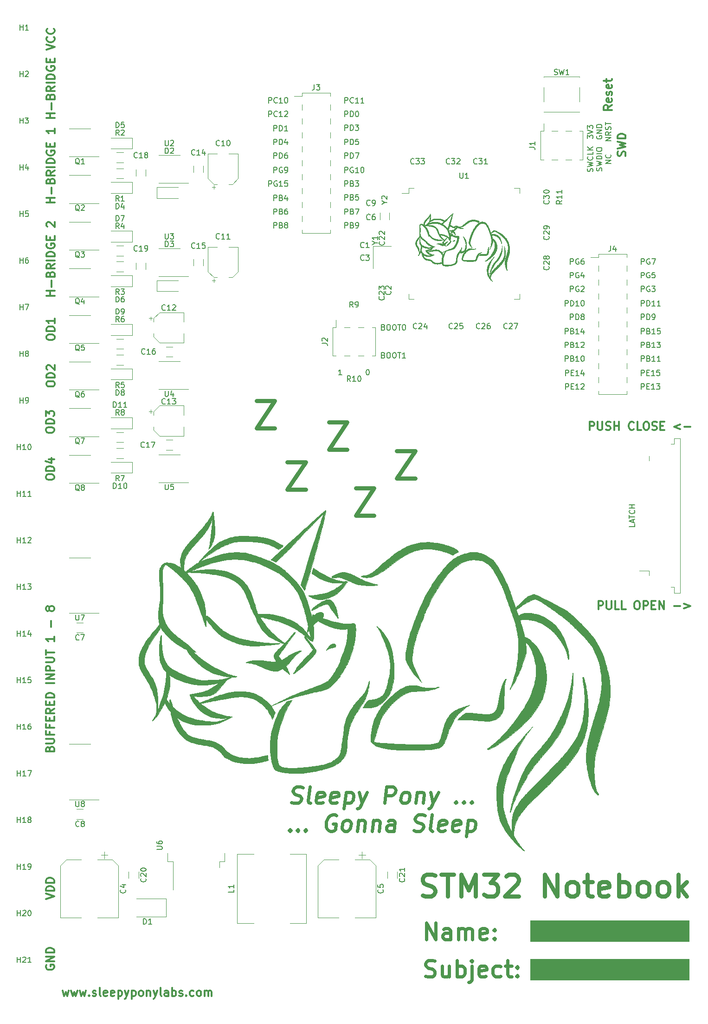
<source format=gbr>
%TF.GenerationSoftware,KiCad,Pcbnew,(5.1.9)-1*%
%TF.CreationDate,2021-02-09T21:05:22+07:00*%
%TF.ProjectId,notebook,6e6f7465-626f-46f6-9b2e-6b696361645f,rev?*%
%TF.SameCoordinates,Original*%
%TF.FileFunction,Legend,Top*%
%TF.FilePolarity,Positive*%
%FSLAX46Y46*%
G04 Gerber Fmt 4.6, Leading zero omitted, Abs format (unit mm)*
G04 Created by KiCad (PCBNEW (5.1.9)-1) date 2021-02-09 21:05:22*
%MOMM*%
%LPD*%
G01*
G04 APERTURE LIST*
%ADD10C,0.600000*%
%ADD11C,0.750000*%
%ADD12C,0.300000*%
%ADD13C,0.100000*%
%ADD14C,0.150000*%
%ADD15C,0.120000*%
%ADD16C,0.010000*%
G04 APERTURE END LIST*
D10*
X93805714Y-182264285D02*
X94216428Y-182407142D01*
X94930714Y-182407142D01*
X95234285Y-182264285D01*
X95395000Y-182121428D01*
X95573571Y-181835714D01*
X95609285Y-181550000D01*
X95502142Y-181264285D01*
X95377142Y-181121428D01*
X95109285Y-180978571D01*
X94555714Y-180835714D01*
X94287857Y-180692857D01*
X94162857Y-180550000D01*
X94055714Y-180264285D01*
X94091428Y-179978571D01*
X94270000Y-179692857D01*
X94430714Y-179550000D01*
X94734285Y-179407142D01*
X95448571Y-179407142D01*
X95859285Y-179550000D01*
X97216428Y-182407142D02*
X96948571Y-182264285D01*
X96841428Y-181978571D01*
X97162857Y-179407142D01*
X99520000Y-182264285D02*
X99216428Y-182407142D01*
X98645000Y-182407142D01*
X98377142Y-182264285D01*
X98270000Y-181978571D01*
X98412857Y-180835714D01*
X98591428Y-180550000D01*
X98895000Y-180407142D01*
X99466428Y-180407142D01*
X99734285Y-180550000D01*
X99841428Y-180835714D01*
X99805714Y-181121428D01*
X98341428Y-181407142D01*
X102091428Y-182264285D02*
X101787857Y-182407142D01*
X101216428Y-182407142D01*
X100948571Y-182264285D01*
X100841428Y-181978571D01*
X100984285Y-180835714D01*
X101162857Y-180550000D01*
X101466428Y-180407142D01*
X102037857Y-180407142D01*
X102305714Y-180550000D01*
X102412857Y-180835714D01*
X102377142Y-181121428D01*
X100912857Y-181407142D01*
X103752142Y-180407142D02*
X103377142Y-183407142D01*
X103734285Y-180550000D02*
X104037857Y-180407142D01*
X104609285Y-180407142D01*
X104877142Y-180550000D01*
X105002142Y-180692857D01*
X105109285Y-180978571D01*
X105002142Y-181835714D01*
X104823571Y-182121428D01*
X104662857Y-182264285D01*
X104359285Y-182407142D01*
X103787857Y-182407142D01*
X103520000Y-182264285D01*
X106180714Y-180407142D02*
X106645000Y-182407142D01*
X107609285Y-180407142D02*
X106645000Y-182407142D01*
X106270000Y-183121428D01*
X106109285Y-183264285D01*
X105805714Y-183407142D01*
X110787857Y-182407142D02*
X111162857Y-179407142D01*
X112305714Y-179407142D01*
X112573571Y-179550000D01*
X112698571Y-179692857D01*
X112805714Y-179978571D01*
X112752142Y-180407142D01*
X112573571Y-180692857D01*
X112412857Y-180835714D01*
X112109285Y-180978571D01*
X110966428Y-180978571D01*
X114216428Y-182407142D02*
X113948571Y-182264285D01*
X113823571Y-182121428D01*
X113716428Y-181835714D01*
X113823571Y-180978571D01*
X114002142Y-180692857D01*
X114162857Y-180550000D01*
X114466428Y-180407142D01*
X114895000Y-180407142D01*
X115162857Y-180550000D01*
X115287857Y-180692857D01*
X115395000Y-180978571D01*
X115287857Y-181835714D01*
X115109285Y-182121428D01*
X114948571Y-182264285D01*
X114645000Y-182407142D01*
X114216428Y-182407142D01*
X116752142Y-180407142D02*
X116502142Y-182407142D01*
X116716428Y-180692857D02*
X116877142Y-180550000D01*
X117180714Y-180407142D01*
X117609285Y-180407142D01*
X117877142Y-180550000D01*
X117984285Y-180835714D01*
X117787857Y-182407142D01*
X119180714Y-180407142D02*
X119645000Y-182407142D01*
X120609285Y-180407142D02*
X119645000Y-182407142D01*
X119270000Y-183121428D01*
X119109285Y-183264285D01*
X118805714Y-183407142D01*
X123823571Y-182121428D02*
X123948571Y-182264285D01*
X123787857Y-182407142D01*
X123662857Y-182264285D01*
X123823571Y-182121428D01*
X123787857Y-182407142D01*
X125252142Y-182121428D02*
X125377142Y-182264285D01*
X125216428Y-182407142D01*
X125091428Y-182264285D01*
X125252142Y-182121428D01*
X125216428Y-182407142D01*
X126680714Y-182121428D02*
X126805714Y-182264285D01*
X126645000Y-182407142D01*
X126520000Y-182264285D01*
X126680714Y-182121428D01*
X126645000Y-182407142D01*
X93537857Y-187221428D02*
X93662857Y-187364285D01*
X93502142Y-187507142D01*
X93377142Y-187364285D01*
X93537857Y-187221428D01*
X93502142Y-187507142D01*
X94966428Y-187221428D02*
X95091428Y-187364285D01*
X94930714Y-187507142D01*
X94805714Y-187364285D01*
X94966428Y-187221428D01*
X94930714Y-187507142D01*
X96395000Y-187221428D02*
X96520000Y-187364285D01*
X96359285Y-187507142D01*
X96234285Y-187364285D01*
X96395000Y-187221428D01*
X96359285Y-187507142D01*
X102002142Y-184650000D02*
X101734285Y-184507142D01*
X101305714Y-184507142D01*
X100859285Y-184650000D01*
X100537857Y-184935714D01*
X100359285Y-185221428D01*
X100145000Y-185792857D01*
X100091428Y-186221428D01*
X100162857Y-186792857D01*
X100270000Y-187078571D01*
X100520000Y-187364285D01*
X100930714Y-187507142D01*
X101216428Y-187507142D01*
X101662857Y-187364285D01*
X101823571Y-187221428D01*
X101948571Y-186221428D01*
X101377142Y-186221428D01*
X103502142Y-187507142D02*
X103234285Y-187364285D01*
X103109285Y-187221428D01*
X103002142Y-186935714D01*
X103109285Y-186078571D01*
X103287857Y-185792857D01*
X103448571Y-185650000D01*
X103752142Y-185507142D01*
X104180714Y-185507142D01*
X104448571Y-185650000D01*
X104573571Y-185792857D01*
X104680714Y-186078571D01*
X104573571Y-186935714D01*
X104395000Y-187221428D01*
X104234285Y-187364285D01*
X103930714Y-187507142D01*
X103502142Y-187507142D01*
X106037857Y-185507142D02*
X105787857Y-187507142D01*
X106002142Y-185792857D02*
X106162857Y-185650000D01*
X106466428Y-185507142D01*
X106895000Y-185507142D01*
X107162857Y-185650000D01*
X107270000Y-185935714D01*
X107073571Y-187507142D01*
X108752142Y-185507142D02*
X108502142Y-187507142D01*
X108716428Y-185792857D02*
X108877142Y-185650000D01*
X109180714Y-185507142D01*
X109609285Y-185507142D01*
X109877142Y-185650000D01*
X109984285Y-185935714D01*
X109787857Y-187507142D01*
X112502142Y-187507142D02*
X112698571Y-185935714D01*
X112591428Y-185650000D01*
X112323571Y-185507142D01*
X111752142Y-185507142D01*
X111448571Y-185650000D01*
X112520000Y-187364285D02*
X112216428Y-187507142D01*
X111502142Y-187507142D01*
X111234285Y-187364285D01*
X111127142Y-187078571D01*
X111162857Y-186792857D01*
X111341428Y-186507142D01*
X111645000Y-186364285D01*
X112359285Y-186364285D01*
X112662857Y-186221428D01*
X116091428Y-187364285D02*
X116502142Y-187507142D01*
X117216428Y-187507142D01*
X117520000Y-187364285D01*
X117680714Y-187221428D01*
X117859285Y-186935714D01*
X117895000Y-186650000D01*
X117787857Y-186364285D01*
X117662857Y-186221428D01*
X117395000Y-186078571D01*
X116841428Y-185935714D01*
X116573571Y-185792857D01*
X116448571Y-185650000D01*
X116341428Y-185364285D01*
X116377142Y-185078571D01*
X116555714Y-184792857D01*
X116716428Y-184650000D01*
X117020000Y-184507142D01*
X117734285Y-184507142D01*
X118145000Y-184650000D01*
X119502142Y-187507142D02*
X119234285Y-187364285D01*
X119127142Y-187078571D01*
X119448571Y-184507142D01*
X121805714Y-187364285D02*
X121502142Y-187507142D01*
X120930714Y-187507142D01*
X120662857Y-187364285D01*
X120555714Y-187078571D01*
X120698571Y-185935714D01*
X120877142Y-185650000D01*
X121180714Y-185507142D01*
X121752142Y-185507142D01*
X122020000Y-185650000D01*
X122127142Y-185935714D01*
X122091428Y-186221428D01*
X120627142Y-186507142D01*
X124377142Y-187364285D02*
X124073571Y-187507142D01*
X123502142Y-187507142D01*
X123234285Y-187364285D01*
X123127142Y-187078571D01*
X123270000Y-185935714D01*
X123448571Y-185650000D01*
X123752142Y-185507142D01*
X124323571Y-185507142D01*
X124591428Y-185650000D01*
X124698571Y-185935714D01*
X124662857Y-186221428D01*
X123198571Y-186507142D01*
X126037857Y-185507142D02*
X125662857Y-188507142D01*
X126020000Y-185650000D02*
X126323571Y-185507142D01*
X126895000Y-185507142D01*
X127162857Y-185650000D01*
X127287857Y-185792857D01*
X127395000Y-186078571D01*
X127287857Y-186935714D01*
X127109285Y-187221428D01*
X126948571Y-187364285D01*
X126645000Y-187507142D01*
X126073571Y-187507142D01*
X125805714Y-187364285D01*
D11*
X87433333Y-109061904D02*
X90766666Y-109061904D01*
X87433333Y-114061904D01*
X90766666Y-114061904D01*
X93033333Y-120261904D02*
X96366666Y-120261904D01*
X93033333Y-125261904D01*
X96366666Y-125261904D01*
X100633333Y-112961904D02*
X103966666Y-112961904D01*
X100633333Y-117961904D01*
X103966666Y-117961904D01*
X113033333Y-118161904D02*
X116366666Y-118161904D01*
X113033333Y-123161904D01*
X116366666Y-123161904D01*
X105533333Y-124961904D02*
X108866666Y-124961904D01*
X105533333Y-129961904D01*
X108866666Y-129961904D01*
D12*
X52021428Y-216578571D02*
X52307142Y-217578571D01*
X52592857Y-216864285D01*
X52878571Y-217578571D01*
X53164285Y-216578571D01*
X53592857Y-216578571D02*
X53878571Y-217578571D01*
X54164285Y-216864285D01*
X54450000Y-217578571D01*
X54735714Y-216578571D01*
X55164285Y-216578571D02*
X55450000Y-217578571D01*
X55735714Y-216864285D01*
X56021428Y-217578571D01*
X56307142Y-216578571D01*
X56878571Y-217435714D02*
X56950000Y-217507142D01*
X56878571Y-217578571D01*
X56807142Y-217507142D01*
X56878571Y-217435714D01*
X56878571Y-217578571D01*
X57521428Y-217507142D02*
X57664285Y-217578571D01*
X57950000Y-217578571D01*
X58092857Y-217507142D01*
X58164285Y-217364285D01*
X58164285Y-217292857D01*
X58092857Y-217150000D01*
X57950000Y-217078571D01*
X57735714Y-217078571D01*
X57592857Y-217007142D01*
X57521428Y-216864285D01*
X57521428Y-216792857D01*
X57592857Y-216650000D01*
X57735714Y-216578571D01*
X57950000Y-216578571D01*
X58092857Y-216650000D01*
X59021428Y-217578571D02*
X58878571Y-217507142D01*
X58807142Y-217364285D01*
X58807142Y-216078571D01*
X60164285Y-217507142D02*
X60021428Y-217578571D01*
X59735714Y-217578571D01*
X59592857Y-217507142D01*
X59521428Y-217364285D01*
X59521428Y-216792857D01*
X59592857Y-216650000D01*
X59735714Y-216578571D01*
X60021428Y-216578571D01*
X60164285Y-216650000D01*
X60235714Y-216792857D01*
X60235714Y-216935714D01*
X59521428Y-217078571D01*
X61450000Y-217507142D02*
X61307142Y-217578571D01*
X61021428Y-217578571D01*
X60878571Y-217507142D01*
X60807142Y-217364285D01*
X60807142Y-216792857D01*
X60878571Y-216650000D01*
X61021428Y-216578571D01*
X61307142Y-216578571D01*
X61450000Y-216650000D01*
X61521428Y-216792857D01*
X61521428Y-216935714D01*
X60807142Y-217078571D01*
X62164285Y-216578571D02*
X62164285Y-218078571D01*
X62164285Y-216650000D02*
X62307142Y-216578571D01*
X62592857Y-216578571D01*
X62735714Y-216650000D01*
X62807142Y-216721428D01*
X62878571Y-216864285D01*
X62878571Y-217292857D01*
X62807142Y-217435714D01*
X62735714Y-217507142D01*
X62592857Y-217578571D01*
X62307142Y-217578571D01*
X62164285Y-217507142D01*
X63378571Y-216578571D02*
X63735714Y-217578571D01*
X64092857Y-216578571D02*
X63735714Y-217578571D01*
X63592857Y-217935714D01*
X63521428Y-218007142D01*
X63378571Y-218078571D01*
X64664285Y-216578571D02*
X64664285Y-218078571D01*
X64664285Y-216650000D02*
X64807142Y-216578571D01*
X65092857Y-216578571D01*
X65235714Y-216650000D01*
X65307142Y-216721428D01*
X65378571Y-216864285D01*
X65378571Y-217292857D01*
X65307142Y-217435714D01*
X65235714Y-217507142D01*
X65092857Y-217578571D01*
X64807142Y-217578571D01*
X64664285Y-217507142D01*
X66235714Y-217578571D02*
X66092857Y-217507142D01*
X66021428Y-217435714D01*
X65950000Y-217292857D01*
X65950000Y-216864285D01*
X66021428Y-216721428D01*
X66092857Y-216650000D01*
X66235714Y-216578571D01*
X66450000Y-216578571D01*
X66592857Y-216650000D01*
X66664285Y-216721428D01*
X66735714Y-216864285D01*
X66735714Y-217292857D01*
X66664285Y-217435714D01*
X66592857Y-217507142D01*
X66450000Y-217578571D01*
X66235714Y-217578571D01*
X67378571Y-216578571D02*
X67378571Y-217578571D01*
X67378571Y-216721428D02*
X67450000Y-216650000D01*
X67592857Y-216578571D01*
X67807142Y-216578571D01*
X67950000Y-216650000D01*
X68021428Y-216792857D01*
X68021428Y-217578571D01*
X68592857Y-216578571D02*
X68950000Y-217578571D01*
X69307142Y-216578571D02*
X68950000Y-217578571D01*
X68807142Y-217935714D01*
X68735714Y-218007142D01*
X68592857Y-218078571D01*
X70092857Y-217578571D02*
X69950000Y-217507142D01*
X69878571Y-217364285D01*
X69878571Y-216078571D01*
X71307142Y-217578571D02*
X71307142Y-216792857D01*
X71235714Y-216650000D01*
X71092857Y-216578571D01*
X70807142Y-216578571D01*
X70664285Y-216650000D01*
X71307142Y-217507142D02*
X71164285Y-217578571D01*
X70807142Y-217578571D01*
X70664285Y-217507142D01*
X70592857Y-217364285D01*
X70592857Y-217221428D01*
X70664285Y-217078571D01*
X70807142Y-217007142D01*
X71164285Y-217007142D01*
X71307142Y-216935714D01*
X72021428Y-217578571D02*
X72021428Y-216078571D01*
X72021428Y-216650000D02*
X72164285Y-216578571D01*
X72450000Y-216578571D01*
X72592857Y-216650000D01*
X72664285Y-216721428D01*
X72735714Y-216864285D01*
X72735714Y-217292857D01*
X72664285Y-217435714D01*
X72592857Y-217507142D01*
X72450000Y-217578571D01*
X72164285Y-217578571D01*
X72021428Y-217507142D01*
X73307142Y-217507142D02*
X73450000Y-217578571D01*
X73735714Y-217578571D01*
X73878571Y-217507142D01*
X73950000Y-217364285D01*
X73950000Y-217292857D01*
X73878571Y-217150000D01*
X73735714Y-217078571D01*
X73521428Y-217078571D01*
X73378571Y-217007142D01*
X73307142Y-216864285D01*
X73307142Y-216792857D01*
X73378571Y-216650000D01*
X73521428Y-216578571D01*
X73735714Y-216578571D01*
X73878571Y-216650000D01*
X74592857Y-217435714D02*
X74664285Y-217507142D01*
X74592857Y-217578571D01*
X74521428Y-217507142D01*
X74592857Y-217435714D01*
X74592857Y-217578571D01*
X75950000Y-217507142D02*
X75807142Y-217578571D01*
X75521428Y-217578571D01*
X75378571Y-217507142D01*
X75307142Y-217435714D01*
X75235714Y-217292857D01*
X75235714Y-216864285D01*
X75307142Y-216721428D01*
X75378571Y-216650000D01*
X75521428Y-216578571D01*
X75807142Y-216578571D01*
X75950000Y-216650000D01*
X76807142Y-217578571D02*
X76664285Y-217507142D01*
X76592857Y-217435714D01*
X76521428Y-217292857D01*
X76521428Y-216864285D01*
X76592857Y-216721428D01*
X76664285Y-216650000D01*
X76807142Y-216578571D01*
X77021428Y-216578571D01*
X77164285Y-216650000D01*
X77235714Y-216721428D01*
X77307142Y-216864285D01*
X77307142Y-217292857D01*
X77235714Y-217435714D01*
X77164285Y-217507142D01*
X77021428Y-217578571D01*
X76807142Y-217578571D01*
X77950000Y-217578571D02*
X77950000Y-216578571D01*
X77950000Y-216721428D02*
X78021428Y-216650000D01*
X78164285Y-216578571D01*
X78378571Y-216578571D01*
X78521428Y-216650000D01*
X78592857Y-216792857D01*
X78592857Y-217578571D01*
X78592857Y-216792857D02*
X78664285Y-216650000D01*
X78807142Y-216578571D01*
X79021428Y-216578571D01*
X79164285Y-216650000D01*
X79235714Y-216792857D01*
X79235714Y-217578571D01*
D13*
G36*
X166300000Y-214600000D02*
G01*
X137400000Y-214600000D01*
X137400000Y-210800000D01*
X166300000Y-210800000D01*
X166300000Y-214600000D01*
G37*
X166300000Y-214600000D02*
X137400000Y-214600000D01*
X137400000Y-210800000D01*
X166300000Y-210800000D01*
X166300000Y-214600000D01*
G36*
X166300000Y-207600000D02*
G01*
X137400000Y-207600000D01*
X137400000Y-203800000D01*
X166300000Y-203800000D01*
X166300000Y-207600000D01*
G37*
X166300000Y-207600000D02*
X137400000Y-207600000D01*
X137400000Y-203800000D01*
X166300000Y-203800000D01*
X166300000Y-207600000D01*
D10*
X118261428Y-213914285D02*
X118690000Y-214057142D01*
X119404285Y-214057142D01*
X119690000Y-213914285D01*
X119832857Y-213771428D01*
X119975714Y-213485714D01*
X119975714Y-213200000D01*
X119832857Y-212914285D01*
X119690000Y-212771428D01*
X119404285Y-212628571D01*
X118832857Y-212485714D01*
X118547142Y-212342857D01*
X118404285Y-212200000D01*
X118261428Y-211914285D01*
X118261428Y-211628571D01*
X118404285Y-211342857D01*
X118547142Y-211200000D01*
X118832857Y-211057142D01*
X119547142Y-211057142D01*
X119975714Y-211200000D01*
X122547142Y-212057142D02*
X122547142Y-214057142D01*
X121261428Y-212057142D02*
X121261428Y-213628571D01*
X121404285Y-213914285D01*
X121690000Y-214057142D01*
X122118571Y-214057142D01*
X122404285Y-213914285D01*
X122547142Y-213771428D01*
X123975714Y-214057142D02*
X123975714Y-211057142D01*
X123975714Y-212200000D02*
X124261428Y-212057142D01*
X124832857Y-212057142D01*
X125118571Y-212200000D01*
X125261428Y-212342857D01*
X125404285Y-212628571D01*
X125404285Y-213485714D01*
X125261428Y-213771428D01*
X125118571Y-213914285D01*
X124832857Y-214057142D01*
X124261428Y-214057142D01*
X123975714Y-213914285D01*
X126690000Y-212057142D02*
X126690000Y-214628571D01*
X126547142Y-214914285D01*
X126261428Y-215057142D01*
X126118571Y-215057142D01*
X126690000Y-211057142D02*
X126547142Y-211200000D01*
X126690000Y-211342857D01*
X126832857Y-211200000D01*
X126690000Y-211057142D01*
X126690000Y-211342857D01*
X129261428Y-213914285D02*
X128975714Y-214057142D01*
X128404285Y-214057142D01*
X128118571Y-213914285D01*
X127975714Y-213628571D01*
X127975714Y-212485714D01*
X128118571Y-212200000D01*
X128404285Y-212057142D01*
X128975714Y-212057142D01*
X129261428Y-212200000D01*
X129404285Y-212485714D01*
X129404285Y-212771428D01*
X127975714Y-213057142D01*
X131975714Y-213914285D02*
X131690000Y-214057142D01*
X131118571Y-214057142D01*
X130832857Y-213914285D01*
X130690000Y-213771428D01*
X130547142Y-213485714D01*
X130547142Y-212628571D01*
X130690000Y-212342857D01*
X130832857Y-212200000D01*
X131118571Y-212057142D01*
X131690000Y-212057142D01*
X131975714Y-212200000D01*
X132832857Y-212057142D02*
X133975714Y-212057142D01*
X133261428Y-211057142D02*
X133261428Y-213628571D01*
X133404285Y-213914285D01*
X133690000Y-214057142D01*
X133975714Y-214057142D01*
X134975714Y-213771428D02*
X135118571Y-213914285D01*
X134975714Y-214057142D01*
X134832857Y-213914285D01*
X134975714Y-213771428D01*
X134975714Y-214057142D01*
X134975714Y-212200000D02*
X135118571Y-212342857D01*
X134975714Y-212485714D01*
X134832857Y-212342857D01*
X134975714Y-212200000D01*
X134975714Y-212485714D01*
X118404285Y-207257142D02*
X118404285Y-204257142D01*
X120118571Y-207257142D01*
X120118571Y-204257142D01*
X122832857Y-207257142D02*
X122832857Y-205685714D01*
X122690000Y-205400000D01*
X122404285Y-205257142D01*
X121832857Y-205257142D01*
X121547142Y-205400000D01*
X122832857Y-207114285D02*
X122547142Y-207257142D01*
X121832857Y-207257142D01*
X121547142Y-207114285D01*
X121404285Y-206828571D01*
X121404285Y-206542857D01*
X121547142Y-206257142D01*
X121832857Y-206114285D01*
X122547142Y-206114285D01*
X122832857Y-205971428D01*
X124261428Y-207257142D02*
X124261428Y-205257142D01*
X124261428Y-205542857D02*
X124404285Y-205400000D01*
X124690000Y-205257142D01*
X125118571Y-205257142D01*
X125404285Y-205400000D01*
X125547142Y-205685714D01*
X125547142Y-207257142D01*
X125547142Y-205685714D02*
X125690000Y-205400000D01*
X125975714Y-205257142D01*
X126404285Y-205257142D01*
X126690000Y-205400000D01*
X126832857Y-205685714D01*
X126832857Y-207257142D01*
X129404285Y-207114285D02*
X129118571Y-207257142D01*
X128547142Y-207257142D01*
X128261428Y-207114285D01*
X128118571Y-206828571D01*
X128118571Y-205685714D01*
X128261428Y-205400000D01*
X128547142Y-205257142D01*
X129118571Y-205257142D01*
X129404285Y-205400000D01*
X129547142Y-205685714D01*
X129547142Y-205971428D01*
X128118571Y-206257142D01*
X130832857Y-206971428D02*
X130975714Y-207114285D01*
X130832857Y-207257142D01*
X130690000Y-207114285D01*
X130832857Y-206971428D01*
X130832857Y-207257142D01*
X130832857Y-205400000D02*
X130975714Y-205542857D01*
X130832857Y-205685714D01*
X130690000Y-205542857D01*
X130832857Y-205400000D01*
X130832857Y-205685714D01*
D11*
X117704761Y-199219047D02*
X118276190Y-199409523D01*
X119228571Y-199409523D01*
X119609523Y-199219047D01*
X119799999Y-199028571D01*
X119990476Y-198647619D01*
X119990476Y-198266666D01*
X119799999Y-197885714D01*
X119609523Y-197695238D01*
X119228571Y-197504761D01*
X118466666Y-197314285D01*
X118085714Y-197123809D01*
X117895238Y-196933333D01*
X117704761Y-196552380D01*
X117704761Y-196171428D01*
X117895238Y-195790476D01*
X118085714Y-195600000D01*
X118466666Y-195409523D01*
X119419047Y-195409523D01*
X119990476Y-195600000D01*
X121133333Y-195409523D02*
X123419047Y-195409523D01*
X122276190Y-199409523D02*
X122276190Y-195409523D01*
X124752380Y-199409523D02*
X124752380Y-195409523D01*
X126085714Y-198266666D01*
X127419047Y-195409523D01*
X127419047Y-199409523D01*
X128942857Y-195409523D02*
X131419047Y-195409523D01*
X130085714Y-196933333D01*
X130657142Y-196933333D01*
X131038095Y-197123809D01*
X131228571Y-197314285D01*
X131419047Y-197695238D01*
X131419047Y-198647619D01*
X131228571Y-199028571D01*
X131038095Y-199219047D01*
X130657142Y-199409523D01*
X129514285Y-199409523D01*
X129133333Y-199219047D01*
X128942857Y-199028571D01*
X132942857Y-195790476D02*
X133133333Y-195600000D01*
X133514285Y-195409523D01*
X134466666Y-195409523D01*
X134847619Y-195600000D01*
X135038095Y-195790476D01*
X135228571Y-196171428D01*
X135228571Y-196552380D01*
X135038095Y-197123809D01*
X132752380Y-199409523D01*
X135228571Y-199409523D01*
X139990476Y-199409523D02*
X139990476Y-195409523D01*
X142276190Y-199409523D01*
X142276190Y-195409523D01*
X144752380Y-199409523D02*
X144371428Y-199219047D01*
X144180952Y-199028571D01*
X143990476Y-198647619D01*
X143990476Y-197504761D01*
X144180952Y-197123809D01*
X144371428Y-196933333D01*
X144752380Y-196742857D01*
X145323809Y-196742857D01*
X145704761Y-196933333D01*
X145895238Y-197123809D01*
X146085714Y-197504761D01*
X146085714Y-198647619D01*
X145895238Y-199028571D01*
X145704761Y-199219047D01*
X145323809Y-199409523D01*
X144752380Y-199409523D01*
X147228571Y-196742857D02*
X148752380Y-196742857D01*
X147800000Y-195409523D02*
X147800000Y-198838095D01*
X147990476Y-199219047D01*
X148371428Y-199409523D01*
X148752380Y-199409523D01*
X151609523Y-199219047D02*
X151228571Y-199409523D01*
X150466666Y-199409523D01*
X150085714Y-199219047D01*
X149895238Y-198838095D01*
X149895238Y-197314285D01*
X150085714Y-196933333D01*
X150466666Y-196742857D01*
X151228571Y-196742857D01*
X151609523Y-196933333D01*
X151800000Y-197314285D01*
X151800000Y-197695238D01*
X149895238Y-198076190D01*
X153514285Y-199409523D02*
X153514285Y-195409523D01*
X153514285Y-196933333D02*
X153895238Y-196742857D01*
X154657142Y-196742857D01*
X155038095Y-196933333D01*
X155228571Y-197123809D01*
X155419047Y-197504761D01*
X155419047Y-198647619D01*
X155228571Y-199028571D01*
X155038095Y-199219047D01*
X154657142Y-199409523D01*
X153895238Y-199409523D01*
X153514285Y-199219047D01*
X157704761Y-199409523D02*
X157323809Y-199219047D01*
X157133333Y-199028571D01*
X156942857Y-198647619D01*
X156942857Y-197504761D01*
X157133333Y-197123809D01*
X157323809Y-196933333D01*
X157704761Y-196742857D01*
X158276190Y-196742857D01*
X158657142Y-196933333D01*
X158847619Y-197123809D01*
X159038095Y-197504761D01*
X159038095Y-198647619D01*
X158847619Y-199028571D01*
X158657142Y-199219047D01*
X158276190Y-199409523D01*
X157704761Y-199409523D01*
X161323809Y-199409523D02*
X160942857Y-199219047D01*
X160752380Y-199028571D01*
X160561904Y-198647619D01*
X160561904Y-197504761D01*
X160752380Y-197123809D01*
X160942857Y-196933333D01*
X161323809Y-196742857D01*
X161895238Y-196742857D01*
X162276190Y-196933333D01*
X162466666Y-197123809D01*
X162657142Y-197504761D01*
X162657142Y-198647619D01*
X162466666Y-199028571D01*
X162276190Y-199219047D01*
X161895238Y-199409523D01*
X161323809Y-199409523D01*
X164371428Y-199409523D02*
X164371428Y-195409523D01*
X164752380Y-197885714D02*
X165895238Y-199409523D01*
X165895238Y-196742857D02*
X164371428Y-198266666D01*
D12*
X49050000Y-211942857D02*
X48978571Y-212085714D01*
X48978571Y-212300000D01*
X49050000Y-212514285D01*
X49192857Y-212657142D01*
X49335714Y-212728571D01*
X49621428Y-212800000D01*
X49835714Y-212800000D01*
X50121428Y-212728571D01*
X50264285Y-212657142D01*
X50407142Y-212514285D01*
X50478571Y-212300000D01*
X50478571Y-212157142D01*
X50407142Y-211942857D01*
X50335714Y-211871428D01*
X49835714Y-211871428D01*
X49835714Y-212157142D01*
X50478571Y-211228571D02*
X48978571Y-211228571D01*
X50478571Y-210371428D01*
X48978571Y-210371428D01*
X50478571Y-209657142D02*
X48978571Y-209657142D01*
X48978571Y-209300000D01*
X49050000Y-209085714D01*
X49192857Y-208942857D01*
X49335714Y-208871428D01*
X49621428Y-208800000D01*
X49835714Y-208800000D01*
X50121428Y-208871428D01*
X50264285Y-208942857D01*
X50407142Y-209085714D01*
X50478571Y-209300000D01*
X50478571Y-209657142D01*
X48978571Y-199900000D02*
X50478571Y-199400000D01*
X48978571Y-198900000D01*
X50478571Y-198400000D02*
X48978571Y-198400000D01*
X48978571Y-198042857D01*
X49050000Y-197828571D01*
X49192857Y-197685714D01*
X49335714Y-197614285D01*
X49621428Y-197542857D01*
X49835714Y-197542857D01*
X50121428Y-197614285D01*
X50264285Y-197685714D01*
X50407142Y-197828571D01*
X50478571Y-198042857D01*
X50478571Y-198400000D01*
X50478571Y-196900000D02*
X48978571Y-196900000D01*
X48978571Y-196542857D01*
X49050000Y-196328571D01*
X49192857Y-196185714D01*
X49335714Y-196114285D01*
X49621428Y-196042857D01*
X49835714Y-196042857D01*
X50121428Y-196114285D01*
X50264285Y-196185714D01*
X50407142Y-196328571D01*
X50478571Y-196542857D01*
X50478571Y-196900000D01*
X49692857Y-172514285D02*
X49764285Y-172300000D01*
X49835714Y-172228571D01*
X49978571Y-172157142D01*
X50192857Y-172157142D01*
X50335714Y-172228571D01*
X50407142Y-172300000D01*
X50478571Y-172442857D01*
X50478571Y-173014285D01*
X48978571Y-173014285D01*
X48978571Y-172514285D01*
X49050000Y-172371428D01*
X49121428Y-172300000D01*
X49264285Y-172228571D01*
X49407142Y-172228571D01*
X49550000Y-172300000D01*
X49621428Y-172371428D01*
X49692857Y-172514285D01*
X49692857Y-173014285D01*
X48978571Y-171514285D02*
X50192857Y-171514285D01*
X50335714Y-171442857D01*
X50407142Y-171371428D01*
X50478571Y-171228571D01*
X50478571Y-170942857D01*
X50407142Y-170800000D01*
X50335714Y-170728571D01*
X50192857Y-170657142D01*
X48978571Y-170657142D01*
X49692857Y-169442857D02*
X49692857Y-169942857D01*
X50478571Y-169942857D02*
X48978571Y-169942857D01*
X48978571Y-169228571D01*
X49692857Y-168157142D02*
X49692857Y-168657142D01*
X50478571Y-168657142D02*
X48978571Y-168657142D01*
X48978571Y-167942857D01*
X49692857Y-167371428D02*
X49692857Y-166871428D01*
X50478571Y-166657142D02*
X50478571Y-167371428D01*
X48978571Y-167371428D01*
X48978571Y-166657142D01*
X50478571Y-165157142D02*
X49764285Y-165657142D01*
X50478571Y-166014285D02*
X48978571Y-166014285D01*
X48978571Y-165442857D01*
X49050000Y-165300000D01*
X49121428Y-165228571D01*
X49264285Y-165157142D01*
X49478571Y-165157142D01*
X49621428Y-165228571D01*
X49692857Y-165300000D01*
X49764285Y-165442857D01*
X49764285Y-166014285D01*
X49692857Y-164514285D02*
X49692857Y-164014285D01*
X50478571Y-163800000D02*
X50478571Y-164514285D01*
X48978571Y-164514285D01*
X48978571Y-163800000D01*
X50478571Y-163157142D02*
X48978571Y-163157142D01*
X48978571Y-162800000D01*
X49050000Y-162585714D01*
X49192857Y-162442857D01*
X49335714Y-162371428D01*
X49621428Y-162300000D01*
X49835714Y-162300000D01*
X50121428Y-162371428D01*
X50264285Y-162442857D01*
X50407142Y-162585714D01*
X50478571Y-162800000D01*
X50478571Y-163157142D01*
X50478571Y-160514285D02*
X48978571Y-160514285D01*
X50478571Y-159800000D02*
X48978571Y-159800000D01*
X50478571Y-158942857D01*
X48978571Y-158942857D01*
X50478571Y-158228571D02*
X48978571Y-158228571D01*
X48978571Y-157657142D01*
X49050000Y-157514285D01*
X49121428Y-157442857D01*
X49264285Y-157371428D01*
X49478571Y-157371428D01*
X49621428Y-157442857D01*
X49692857Y-157514285D01*
X49764285Y-157657142D01*
X49764285Y-158228571D01*
X48978571Y-156728571D02*
X50192857Y-156728571D01*
X50335714Y-156657142D01*
X50407142Y-156585714D01*
X50478571Y-156442857D01*
X50478571Y-156157142D01*
X50407142Y-156014285D01*
X50335714Y-155942857D01*
X50192857Y-155871428D01*
X48978571Y-155871428D01*
X48978571Y-155371428D02*
X48978571Y-154514285D01*
X50478571Y-154942857D02*
X48978571Y-154942857D01*
X50478571Y-152085714D02*
X50478571Y-152942857D01*
X50478571Y-152514285D02*
X48978571Y-152514285D01*
X49192857Y-152657142D01*
X49335714Y-152800000D01*
X49407142Y-152942857D01*
X49907142Y-150300000D02*
X49907142Y-149157142D01*
X49621428Y-147085714D02*
X49550000Y-147228571D01*
X49478571Y-147300000D01*
X49335714Y-147371428D01*
X49264285Y-147371428D01*
X49121428Y-147300000D01*
X49050000Y-147228571D01*
X48978571Y-147085714D01*
X48978571Y-146800000D01*
X49050000Y-146657142D01*
X49121428Y-146585714D01*
X49264285Y-146514285D01*
X49335714Y-146514285D01*
X49478571Y-146585714D01*
X49550000Y-146657142D01*
X49621428Y-146800000D01*
X49621428Y-147085714D01*
X49692857Y-147228571D01*
X49764285Y-147300000D01*
X49907142Y-147371428D01*
X50192857Y-147371428D01*
X50335714Y-147300000D01*
X50407142Y-147228571D01*
X50478571Y-147085714D01*
X50478571Y-146800000D01*
X50407142Y-146657142D01*
X50335714Y-146585714D01*
X50192857Y-146514285D01*
X49907142Y-146514285D01*
X49764285Y-146585714D01*
X49692857Y-146657142D01*
X49621428Y-146800000D01*
X48978571Y-123107142D02*
X48978571Y-122821428D01*
X49050000Y-122678571D01*
X49192857Y-122535714D01*
X49478571Y-122464285D01*
X49978571Y-122464285D01*
X50264285Y-122535714D01*
X50407142Y-122678571D01*
X50478571Y-122821428D01*
X50478571Y-123107142D01*
X50407142Y-123250000D01*
X50264285Y-123392857D01*
X49978571Y-123464285D01*
X49478571Y-123464285D01*
X49192857Y-123392857D01*
X49050000Y-123250000D01*
X48978571Y-123107142D01*
X50478571Y-121821428D02*
X48978571Y-121821428D01*
X48978571Y-121464285D01*
X49050000Y-121250000D01*
X49192857Y-121107142D01*
X49335714Y-121035714D01*
X49621428Y-120964285D01*
X49835714Y-120964285D01*
X50121428Y-121035714D01*
X50264285Y-121107142D01*
X50407142Y-121250000D01*
X50478571Y-121464285D01*
X50478571Y-121821428D01*
X49478571Y-119678571D02*
X50478571Y-119678571D01*
X48907142Y-120035714D02*
X49978571Y-120392857D01*
X49978571Y-119464285D01*
X48978571Y-114507142D02*
X48978571Y-114221428D01*
X49050000Y-114078571D01*
X49192857Y-113935714D01*
X49478571Y-113864285D01*
X49978571Y-113864285D01*
X50264285Y-113935714D01*
X50407142Y-114078571D01*
X50478571Y-114221428D01*
X50478571Y-114507142D01*
X50407142Y-114650000D01*
X50264285Y-114792857D01*
X49978571Y-114864285D01*
X49478571Y-114864285D01*
X49192857Y-114792857D01*
X49050000Y-114650000D01*
X48978571Y-114507142D01*
X50478571Y-113221428D02*
X48978571Y-113221428D01*
X48978571Y-112864285D01*
X49050000Y-112650000D01*
X49192857Y-112507142D01*
X49335714Y-112435714D01*
X49621428Y-112364285D01*
X49835714Y-112364285D01*
X50121428Y-112435714D01*
X50264285Y-112507142D01*
X50407142Y-112650000D01*
X50478571Y-112864285D01*
X50478571Y-113221428D01*
X48978571Y-111864285D02*
X48978571Y-110935714D01*
X49550000Y-111435714D01*
X49550000Y-111221428D01*
X49621428Y-111078571D01*
X49692857Y-111007142D01*
X49835714Y-110935714D01*
X50192857Y-110935714D01*
X50335714Y-111007142D01*
X50407142Y-111078571D01*
X50478571Y-111221428D01*
X50478571Y-111650000D01*
X50407142Y-111792857D01*
X50335714Y-111864285D01*
X49078571Y-106107142D02*
X49078571Y-105821428D01*
X49150000Y-105678571D01*
X49292857Y-105535714D01*
X49578571Y-105464285D01*
X50078571Y-105464285D01*
X50364285Y-105535714D01*
X50507142Y-105678571D01*
X50578571Y-105821428D01*
X50578571Y-106107142D01*
X50507142Y-106250000D01*
X50364285Y-106392857D01*
X50078571Y-106464285D01*
X49578571Y-106464285D01*
X49292857Y-106392857D01*
X49150000Y-106250000D01*
X49078571Y-106107142D01*
X50578571Y-104821428D02*
X49078571Y-104821428D01*
X49078571Y-104464285D01*
X49150000Y-104250000D01*
X49292857Y-104107142D01*
X49435714Y-104035714D01*
X49721428Y-103964285D01*
X49935714Y-103964285D01*
X50221428Y-104035714D01*
X50364285Y-104107142D01*
X50507142Y-104250000D01*
X50578571Y-104464285D01*
X50578571Y-104821428D01*
X49221428Y-103392857D02*
X49150000Y-103321428D01*
X49078571Y-103178571D01*
X49078571Y-102821428D01*
X49150000Y-102678571D01*
X49221428Y-102607142D01*
X49364285Y-102535714D01*
X49507142Y-102535714D01*
X49721428Y-102607142D01*
X50578571Y-103464285D01*
X50578571Y-102535714D01*
X49078571Y-97607142D02*
X49078571Y-97321428D01*
X49150000Y-97178571D01*
X49292857Y-97035714D01*
X49578571Y-96964285D01*
X50078571Y-96964285D01*
X50364285Y-97035714D01*
X50507142Y-97178571D01*
X50578571Y-97321428D01*
X50578571Y-97607142D01*
X50507142Y-97750000D01*
X50364285Y-97892857D01*
X50078571Y-97964285D01*
X49578571Y-97964285D01*
X49292857Y-97892857D01*
X49150000Y-97750000D01*
X49078571Y-97607142D01*
X50578571Y-96321428D02*
X49078571Y-96321428D01*
X49078571Y-95964285D01*
X49150000Y-95750000D01*
X49292857Y-95607142D01*
X49435714Y-95535714D01*
X49721428Y-95464285D01*
X49935714Y-95464285D01*
X50221428Y-95535714D01*
X50364285Y-95607142D01*
X50507142Y-95750000D01*
X50578571Y-95964285D01*
X50578571Y-96321428D01*
X50578571Y-94035714D02*
X50578571Y-94892857D01*
X50578571Y-94464285D02*
X49078571Y-94464285D01*
X49292857Y-94607142D01*
X49435714Y-94750000D01*
X49507142Y-94892857D01*
X50578571Y-57507142D02*
X49078571Y-57507142D01*
X49792857Y-57507142D02*
X49792857Y-56650000D01*
X50578571Y-56650000D02*
X49078571Y-56650000D01*
X50007142Y-55935714D02*
X50007142Y-54792857D01*
X49792857Y-53578571D02*
X49864285Y-53364285D01*
X49935714Y-53292857D01*
X50078571Y-53221428D01*
X50292857Y-53221428D01*
X50435714Y-53292857D01*
X50507142Y-53364285D01*
X50578571Y-53507142D01*
X50578571Y-54078571D01*
X49078571Y-54078571D01*
X49078571Y-53578571D01*
X49150000Y-53435714D01*
X49221428Y-53364285D01*
X49364285Y-53292857D01*
X49507142Y-53292857D01*
X49650000Y-53364285D01*
X49721428Y-53435714D01*
X49792857Y-53578571D01*
X49792857Y-54078571D01*
X50578571Y-51721428D02*
X49864285Y-52221428D01*
X50578571Y-52578571D02*
X49078571Y-52578571D01*
X49078571Y-52007142D01*
X49150000Y-51864285D01*
X49221428Y-51792857D01*
X49364285Y-51721428D01*
X49578571Y-51721428D01*
X49721428Y-51792857D01*
X49792857Y-51864285D01*
X49864285Y-52007142D01*
X49864285Y-52578571D01*
X50578571Y-51078571D02*
X49078571Y-51078571D01*
X50578571Y-50364285D02*
X49078571Y-50364285D01*
X49078571Y-50007142D01*
X49150000Y-49792857D01*
X49292857Y-49650000D01*
X49435714Y-49578571D01*
X49721428Y-49507142D01*
X49935714Y-49507142D01*
X50221428Y-49578571D01*
X50364285Y-49650000D01*
X50507142Y-49792857D01*
X50578571Y-50007142D01*
X50578571Y-50364285D01*
X49150000Y-48078571D02*
X49078571Y-48221428D01*
X49078571Y-48435714D01*
X49150000Y-48650000D01*
X49292857Y-48792857D01*
X49435714Y-48864285D01*
X49721428Y-48935714D01*
X49935714Y-48935714D01*
X50221428Y-48864285D01*
X50364285Y-48792857D01*
X50507142Y-48650000D01*
X50578571Y-48435714D01*
X50578571Y-48292857D01*
X50507142Y-48078571D01*
X50435714Y-48007142D01*
X49935714Y-48007142D01*
X49935714Y-48292857D01*
X49792857Y-47364285D02*
X49792857Y-46864285D01*
X50578571Y-46650000D02*
X50578571Y-47364285D01*
X49078571Y-47364285D01*
X49078571Y-46650000D01*
X49078571Y-45078571D02*
X50578571Y-44578571D01*
X49078571Y-44078571D01*
X50435714Y-42721428D02*
X50507142Y-42792857D01*
X50578571Y-43007142D01*
X50578571Y-43150000D01*
X50507142Y-43364285D01*
X50364285Y-43507142D01*
X50221428Y-43578571D01*
X49935714Y-43650000D01*
X49721428Y-43650000D01*
X49435714Y-43578571D01*
X49292857Y-43507142D01*
X49150000Y-43364285D01*
X49078571Y-43150000D01*
X49078571Y-43007142D01*
X49150000Y-42792857D01*
X49221428Y-42721428D01*
X50435714Y-41221428D02*
X50507142Y-41292857D01*
X50578571Y-41507142D01*
X50578571Y-41650000D01*
X50507142Y-41864285D01*
X50364285Y-42007142D01*
X50221428Y-42078571D01*
X49935714Y-42150000D01*
X49721428Y-42150000D01*
X49435714Y-42078571D01*
X49292857Y-42007142D01*
X49150000Y-41864285D01*
X49078571Y-41650000D01*
X49078571Y-41507142D01*
X49150000Y-41292857D01*
X49221428Y-41221428D01*
X50578571Y-89878571D02*
X49078571Y-89878571D01*
X49792857Y-89878571D02*
X49792857Y-89021428D01*
X50578571Y-89021428D02*
X49078571Y-89021428D01*
X50007142Y-88307142D02*
X50007142Y-87164285D01*
X49792857Y-85950000D02*
X49864285Y-85735714D01*
X49935714Y-85664285D01*
X50078571Y-85592857D01*
X50292857Y-85592857D01*
X50435714Y-85664285D01*
X50507142Y-85735714D01*
X50578571Y-85878571D01*
X50578571Y-86450000D01*
X49078571Y-86450000D01*
X49078571Y-85950000D01*
X49150000Y-85807142D01*
X49221428Y-85735714D01*
X49364285Y-85664285D01*
X49507142Y-85664285D01*
X49650000Y-85735714D01*
X49721428Y-85807142D01*
X49792857Y-85950000D01*
X49792857Y-86450000D01*
X50578571Y-84092857D02*
X49864285Y-84592857D01*
X50578571Y-84950000D02*
X49078571Y-84950000D01*
X49078571Y-84378571D01*
X49150000Y-84235714D01*
X49221428Y-84164285D01*
X49364285Y-84092857D01*
X49578571Y-84092857D01*
X49721428Y-84164285D01*
X49792857Y-84235714D01*
X49864285Y-84378571D01*
X49864285Y-84950000D01*
X50578571Y-83450000D02*
X49078571Y-83450000D01*
X50578571Y-82735714D02*
X49078571Y-82735714D01*
X49078571Y-82378571D01*
X49150000Y-82164285D01*
X49292857Y-82021428D01*
X49435714Y-81950000D01*
X49721428Y-81878571D01*
X49935714Y-81878571D01*
X50221428Y-81950000D01*
X50364285Y-82021428D01*
X50507142Y-82164285D01*
X50578571Y-82378571D01*
X50578571Y-82735714D01*
X49150000Y-80450000D02*
X49078571Y-80592857D01*
X49078571Y-80807142D01*
X49150000Y-81021428D01*
X49292857Y-81164285D01*
X49435714Y-81235714D01*
X49721428Y-81307142D01*
X49935714Y-81307142D01*
X50221428Y-81235714D01*
X50364285Y-81164285D01*
X50507142Y-81021428D01*
X50578571Y-80807142D01*
X50578571Y-80664285D01*
X50507142Y-80450000D01*
X50435714Y-80378571D01*
X49935714Y-80378571D01*
X49935714Y-80664285D01*
X49792857Y-79735714D02*
X49792857Y-79235714D01*
X50578571Y-79021428D02*
X50578571Y-79735714D01*
X49078571Y-79735714D01*
X49078571Y-79021428D01*
X49221428Y-77307142D02*
X49150000Y-77235714D01*
X49078571Y-77092857D01*
X49078571Y-76735714D01*
X49150000Y-76592857D01*
X49221428Y-76521428D01*
X49364285Y-76450000D01*
X49507142Y-76450000D01*
X49721428Y-76521428D01*
X50578571Y-77378571D01*
X50578571Y-76450000D01*
X50578571Y-72878571D02*
X49078571Y-72878571D01*
X49792857Y-72878571D02*
X49792857Y-72021428D01*
X50578571Y-72021428D02*
X49078571Y-72021428D01*
X50007142Y-71307142D02*
X50007142Y-70164285D01*
X49792857Y-68950000D02*
X49864285Y-68735714D01*
X49935714Y-68664285D01*
X50078571Y-68592857D01*
X50292857Y-68592857D01*
X50435714Y-68664285D01*
X50507142Y-68735714D01*
X50578571Y-68878571D01*
X50578571Y-69450000D01*
X49078571Y-69450000D01*
X49078571Y-68950000D01*
X49150000Y-68807142D01*
X49221428Y-68735714D01*
X49364285Y-68664285D01*
X49507142Y-68664285D01*
X49650000Y-68735714D01*
X49721428Y-68807142D01*
X49792857Y-68950000D01*
X49792857Y-69450000D01*
X50578571Y-67092857D02*
X49864285Y-67592857D01*
X50578571Y-67950000D02*
X49078571Y-67950000D01*
X49078571Y-67378571D01*
X49150000Y-67235714D01*
X49221428Y-67164285D01*
X49364285Y-67092857D01*
X49578571Y-67092857D01*
X49721428Y-67164285D01*
X49792857Y-67235714D01*
X49864285Y-67378571D01*
X49864285Y-67950000D01*
X50578571Y-66450000D02*
X49078571Y-66450000D01*
X50578571Y-65735714D02*
X49078571Y-65735714D01*
X49078571Y-65378571D01*
X49150000Y-65164285D01*
X49292857Y-65021428D01*
X49435714Y-64950000D01*
X49721428Y-64878571D01*
X49935714Y-64878571D01*
X50221428Y-64950000D01*
X50364285Y-65021428D01*
X50507142Y-65164285D01*
X50578571Y-65378571D01*
X50578571Y-65735714D01*
X49150000Y-63450000D02*
X49078571Y-63592857D01*
X49078571Y-63807142D01*
X49150000Y-64021428D01*
X49292857Y-64164285D01*
X49435714Y-64235714D01*
X49721428Y-64307142D01*
X49935714Y-64307142D01*
X50221428Y-64235714D01*
X50364285Y-64164285D01*
X50507142Y-64021428D01*
X50578571Y-63807142D01*
X50578571Y-63664285D01*
X50507142Y-63450000D01*
X50435714Y-63378571D01*
X49935714Y-63378571D01*
X49935714Y-63664285D01*
X49792857Y-62735714D02*
X49792857Y-62235714D01*
X50578571Y-62021428D02*
X50578571Y-62735714D01*
X49078571Y-62735714D01*
X49078571Y-62021428D01*
X50578571Y-59450000D02*
X50578571Y-60307142D01*
X50578571Y-59878571D02*
X49078571Y-59878571D01*
X49292857Y-60021428D01*
X49435714Y-60164285D01*
X49507142Y-60307142D01*
X148185714Y-114378571D02*
X148185714Y-112878571D01*
X148757142Y-112878571D01*
X148900000Y-112950000D01*
X148971428Y-113021428D01*
X149042857Y-113164285D01*
X149042857Y-113378571D01*
X148971428Y-113521428D01*
X148900000Y-113592857D01*
X148757142Y-113664285D01*
X148185714Y-113664285D01*
X149685714Y-112878571D02*
X149685714Y-114092857D01*
X149757142Y-114235714D01*
X149828571Y-114307142D01*
X149971428Y-114378571D01*
X150257142Y-114378571D01*
X150400000Y-114307142D01*
X150471428Y-114235714D01*
X150542857Y-114092857D01*
X150542857Y-112878571D01*
X151185714Y-114307142D02*
X151400000Y-114378571D01*
X151757142Y-114378571D01*
X151900000Y-114307142D01*
X151971428Y-114235714D01*
X152042857Y-114092857D01*
X152042857Y-113950000D01*
X151971428Y-113807142D01*
X151900000Y-113735714D01*
X151757142Y-113664285D01*
X151471428Y-113592857D01*
X151328571Y-113521428D01*
X151257142Y-113450000D01*
X151185714Y-113307142D01*
X151185714Y-113164285D01*
X151257142Y-113021428D01*
X151328571Y-112950000D01*
X151471428Y-112878571D01*
X151828571Y-112878571D01*
X152042857Y-112950000D01*
X152685714Y-114378571D02*
X152685714Y-112878571D01*
X152685714Y-113592857D02*
X153542857Y-113592857D01*
X153542857Y-114378571D02*
X153542857Y-112878571D01*
X156257142Y-114235714D02*
X156185714Y-114307142D01*
X155971428Y-114378571D01*
X155828571Y-114378571D01*
X155614285Y-114307142D01*
X155471428Y-114164285D01*
X155400000Y-114021428D01*
X155328571Y-113735714D01*
X155328571Y-113521428D01*
X155400000Y-113235714D01*
X155471428Y-113092857D01*
X155614285Y-112950000D01*
X155828571Y-112878571D01*
X155971428Y-112878571D01*
X156185714Y-112950000D01*
X156257142Y-113021428D01*
X157614285Y-114378571D02*
X156900000Y-114378571D01*
X156900000Y-112878571D01*
X158400000Y-112878571D02*
X158685714Y-112878571D01*
X158828571Y-112950000D01*
X158971428Y-113092857D01*
X159042857Y-113378571D01*
X159042857Y-113878571D01*
X158971428Y-114164285D01*
X158828571Y-114307142D01*
X158685714Y-114378571D01*
X158400000Y-114378571D01*
X158257142Y-114307142D01*
X158114285Y-114164285D01*
X158042857Y-113878571D01*
X158042857Y-113378571D01*
X158114285Y-113092857D01*
X158257142Y-112950000D01*
X158400000Y-112878571D01*
X159614285Y-114307142D02*
X159828571Y-114378571D01*
X160185714Y-114378571D01*
X160328571Y-114307142D01*
X160400000Y-114235714D01*
X160471428Y-114092857D01*
X160471428Y-113950000D01*
X160400000Y-113807142D01*
X160328571Y-113735714D01*
X160185714Y-113664285D01*
X159900000Y-113592857D01*
X159757142Y-113521428D01*
X159685714Y-113450000D01*
X159614285Y-113307142D01*
X159614285Y-113164285D01*
X159685714Y-113021428D01*
X159757142Y-112950000D01*
X159900000Y-112878571D01*
X160257142Y-112878571D01*
X160471428Y-112950000D01*
X161114285Y-113592857D02*
X161614285Y-113592857D01*
X161828571Y-114378571D02*
X161114285Y-114378571D01*
X161114285Y-112878571D01*
X161828571Y-112878571D01*
X164757142Y-113378571D02*
X163614285Y-113807142D01*
X164757142Y-114235714D01*
X165471428Y-113807142D02*
X166614285Y-113807142D01*
X149807142Y-147078571D02*
X149807142Y-145578571D01*
X150378571Y-145578571D01*
X150521428Y-145650000D01*
X150592857Y-145721428D01*
X150664285Y-145864285D01*
X150664285Y-146078571D01*
X150592857Y-146221428D01*
X150521428Y-146292857D01*
X150378571Y-146364285D01*
X149807142Y-146364285D01*
X151307142Y-145578571D02*
X151307142Y-146792857D01*
X151378571Y-146935714D01*
X151450000Y-147007142D01*
X151592857Y-147078571D01*
X151878571Y-147078571D01*
X152021428Y-147007142D01*
X152092857Y-146935714D01*
X152164285Y-146792857D01*
X152164285Y-145578571D01*
X153592857Y-147078571D02*
X152878571Y-147078571D01*
X152878571Y-145578571D01*
X154807142Y-147078571D02*
X154092857Y-147078571D01*
X154092857Y-145578571D01*
X156735714Y-145578571D02*
X157021428Y-145578571D01*
X157164285Y-145650000D01*
X157307142Y-145792857D01*
X157378571Y-146078571D01*
X157378571Y-146578571D01*
X157307142Y-146864285D01*
X157164285Y-147007142D01*
X157021428Y-147078571D01*
X156735714Y-147078571D01*
X156592857Y-147007142D01*
X156450000Y-146864285D01*
X156378571Y-146578571D01*
X156378571Y-146078571D01*
X156450000Y-145792857D01*
X156592857Y-145650000D01*
X156735714Y-145578571D01*
X158021428Y-147078571D02*
X158021428Y-145578571D01*
X158592857Y-145578571D01*
X158735714Y-145650000D01*
X158807142Y-145721428D01*
X158878571Y-145864285D01*
X158878571Y-146078571D01*
X158807142Y-146221428D01*
X158735714Y-146292857D01*
X158592857Y-146364285D01*
X158021428Y-146364285D01*
X159521428Y-146292857D02*
X160021428Y-146292857D01*
X160235714Y-147078571D02*
X159521428Y-147078571D01*
X159521428Y-145578571D01*
X160235714Y-145578571D01*
X160878571Y-147078571D02*
X160878571Y-145578571D01*
X161735714Y-147078571D01*
X161735714Y-145578571D01*
X163592857Y-146507142D02*
X164735714Y-146507142D01*
X165450000Y-146078571D02*
X166592857Y-146507142D01*
X165450000Y-146935714D01*
X154707142Y-64435714D02*
X154778571Y-64221428D01*
X154778571Y-63864285D01*
X154707142Y-63721428D01*
X154635714Y-63650000D01*
X154492857Y-63578571D01*
X154350000Y-63578571D01*
X154207142Y-63650000D01*
X154135714Y-63721428D01*
X154064285Y-63864285D01*
X153992857Y-64150000D01*
X153921428Y-64292857D01*
X153850000Y-64364285D01*
X153707142Y-64435714D01*
X153564285Y-64435714D01*
X153421428Y-64364285D01*
X153350000Y-64292857D01*
X153278571Y-64150000D01*
X153278571Y-63792857D01*
X153350000Y-63578571D01*
X153278571Y-63078571D02*
X154778571Y-62721428D01*
X153707142Y-62435714D01*
X154778571Y-62150000D01*
X153278571Y-61792857D01*
X154778571Y-61221428D02*
X153278571Y-61221428D01*
X153278571Y-60864285D01*
X153350000Y-60650000D01*
X153492857Y-60507142D01*
X153635714Y-60435714D01*
X153921428Y-60364285D01*
X154135714Y-60364285D01*
X154421428Y-60435714D01*
X154564285Y-60507142D01*
X154707142Y-60650000D01*
X154778571Y-60864285D01*
X154778571Y-61221428D01*
D14*
X147802380Y-61238095D02*
X147802380Y-60619047D01*
X148183333Y-60952380D01*
X148183333Y-60809523D01*
X148230952Y-60714285D01*
X148278571Y-60666666D01*
X148373809Y-60619047D01*
X148611904Y-60619047D01*
X148707142Y-60666666D01*
X148754761Y-60714285D01*
X148802380Y-60809523D01*
X148802380Y-61095238D01*
X148754761Y-61190476D01*
X148707142Y-61238095D01*
X147802380Y-60333333D02*
X148802380Y-60000000D01*
X147802380Y-59666666D01*
X147802380Y-59428571D02*
X147802380Y-58809523D01*
X148183333Y-59142857D01*
X148183333Y-59000000D01*
X148230952Y-58904761D01*
X148278571Y-58857142D01*
X148373809Y-58809523D01*
X148611904Y-58809523D01*
X148707142Y-58857142D01*
X148754761Y-58904761D01*
X148802380Y-59000000D01*
X148802380Y-59285714D01*
X148754761Y-59380952D01*
X148707142Y-59428571D01*
X149500000Y-60761904D02*
X149452380Y-60857142D01*
X149452380Y-61000000D01*
X149500000Y-61142857D01*
X149595238Y-61238095D01*
X149690476Y-61285714D01*
X149880952Y-61333333D01*
X150023809Y-61333333D01*
X150214285Y-61285714D01*
X150309523Y-61238095D01*
X150404761Y-61142857D01*
X150452380Y-61000000D01*
X150452380Y-60904761D01*
X150404761Y-60761904D01*
X150357142Y-60714285D01*
X150023809Y-60714285D01*
X150023809Y-60904761D01*
X150452380Y-60285714D02*
X149452380Y-60285714D01*
X150452380Y-59714285D01*
X149452380Y-59714285D01*
X150452380Y-59238095D02*
X149452380Y-59238095D01*
X149452380Y-59000000D01*
X149500000Y-58857142D01*
X149595238Y-58761904D01*
X149690476Y-58714285D01*
X149880952Y-58666666D01*
X150023809Y-58666666D01*
X150214285Y-58714285D01*
X150309523Y-58761904D01*
X150404761Y-58857142D01*
X150452380Y-59000000D01*
X150452380Y-59238095D01*
X152102380Y-61642857D02*
X151102380Y-61642857D01*
X152102380Y-61071428D01*
X151102380Y-61071428D01*
X152102380Y-60023809D02*
X151626190Y-60357142D01*
X152102380Y-60595238D02*
X151102380Y-60595238D01*
X151102380Y-60214285D01*
X151150000Y-60119047D01*
X151197619Y-60071428D01*
X151292857Y-60023809D01*
X151435714Y-60023809D01*
X151530952Y-60071428D01*
X151578571Y-60119047D01*
X151626190Y-60214285D01*
X151626190Y-60595238D01*
X152054761Y-59642857D02*
X152102380Y-59500000D01*
X152102380Y-59261904D01*
X152054761Y-59166666D01*
X152007142Y-59119047D01*
X151911904Y-59071428D01*
X151816666Y-59071428D01*
X151721428Y-59119047D01*
X151673809Y-59166666D01*
X151626190Y-59261904D01*
X151578571Y-59452380D01*
X151530952Y-59547619D01*
X151483333Y-59595238D01*
X151388095Y-59642857D01*
X151292857Y-59642857D01*
X151197619Y-59595238D01*
X151150000Y-59547619D01*
X151102380Y-59452380D01*
X151102380Y-59214285D01*
X151150000Y-59071428D01*
X151102380Y-58785714D02*
X151102380Y-58214285D01*
X152102380Y-58500000D02*
X151102380Y-58500000D01*
X148754761Y-67261904D02*
X148802380Y-67119047D01*
X148802380Y-66880952D01*
X148754761Y-66785714D01*
X148707142Y-66738095D01*
X148611904Y-66690476D01*
X148516666Y-66690476D01*
X148421428Y-66738095D01*
X148373809Y-66785714D01*
X148326190Y-66880952D01*
X148278571Y-67071428D01*
X148230952Y-67166666D01*
X148183333Y-67214285D01*
X148088095Y-67261904D01*
X147992857Y-67261904D01*
X147897619Y-67214285D01*
X147850000Y-67166666D01*
X147802380Y-67071428D01*
X147802380Y-66833333D01*
X147850000Y-66690476D01*
X147802380Y-66357142D02*
X148802380Y-66119047D01*
X148088095Y-65928571D01*
X148802380Y-65738095D01*
X147802380Y-65500000D01*
X148707142Y-64547619D02*
X148754761Y-64595238D01*
X148802380Y-64738095D01*
X148802380Y-64833333D01*
X148754761Y-64976190D01*
X148659523Y-65071428D01*
X148564285Y-65119047D01*
X148373809Y-65166666D01*
X148230952Y-65166666D01*
X148040476Y-65119047D01*
X147945238Y-65071428D01*
X147850000Y-64976190D01*
X147802380Y-64833333D01*
X147802380Y-64738095D01*
X147850000Y-64595238D01*
X147897619Y-64547619D01*
X148802380Y-63642857D02*
X148802380Y-64119047D01*
X147802380Y-64119047D01*
X148802380Y-63309523D02*
X147802380Y-63309523D01*
X148802380Y-62738095D02*
X148230952Y-63166666D01*
X147802380Y-62738095D02*
X148373809Y-63309523D01*
X150404761Y-67119047D02*
X150452380Y-66976190D01*
X150452380Y-66738095D01*
X150404761Y-66642857D01*
X150357142Y-66595238D01*
X150261904Y-66547619D01*
X150166666Y-66547619D01*
X150071428Y-66595238D01*
X150023809Y-66642857D01*
X149976190Y-66738095D01*
X149928571Y-66928571D01*
X149880952Y-67023809D01*
X149833333Y-67071428D01*
X149738095Y-67119047D01*
X149642857Y-67119047D01*
X149547619Y-67071428D01*
X149500000Y-67023809D01*
X149452380Y-66928571D01*
X149452380Y-66690476D01*
X149500000Y-66547619D01*
X149452380Y-66214285D02*
X150452380Y-65976190D01*
X149738095Y-65785714D01*
X150452380Y-65595238D01*
X149452380Y-65357142D01*
X150452380Y-64976190D02*
X149452380Y-64976190D01*
X149452380Y-64738095D01*
X149500000Y-64595238D01*
X149595238Y-64500000D01*
X149690476Y-64452380D01*
X149880952Y-64404761D01*
X150023809Y-64404761D01*
X150214285Y-64452380D01*
X150309523Y-64500000D01*
X150404761Y-64595238D01*
X150452380Y-64738095D01*
X150452380Y-64976190D01*
X150452380Y-63976190D02*
X149452380Y-63976190D01*
X149452380Y-63309523D02*
X149452380Y-63119047D01*
X149500000Y-63023809D01*
X149595238Y-62928571D01*
X149785714Y-62880952D01*
X150119047Y-62880952D01*
X150309523Y-62928571D01*
X150404761Y-63023809D01*
X150452380Y-63119047D01*
X150452380Y-63309523D01*
X150404761Y-63404761D01*
X150309523Y-63500000D01*
X150119047Y-63547619D01*
X149785714Y-63547619D01*
X149595238Y-63500000D01*
X149500000Y-63404761D01*
X149452380Y-63309523D01*
X152102380Y-65785714D02*
X151102380Y-65785714D01*
X152102380Y-65214285D01*
X151102380Y-65214285D01*
X152007142Y-64166666D02*
X152054761Y-64214285D01*
X152102380Y-64357142D01*
X152102380Y-64452380D01*
X152054761Y-64595238D01*
X151959523Y-64690476D01*
X151864285Y-64738095D01*
X151673809Y-64785714D01*
X151530952Y-64785714D01*
X151340476Y-64738095D01*
X151245238Y-64690476D01*
X151150000Y-64595238D01*
X151102380Y-64452380D01*
X151102380Y-64357142D01*
X151150000Y-64214285D01*
X151197619Y-64166666D01*
D12*
X152278571Y-55157142D02*
X151564285Y-55657142D01*
X152278571Y-56014285D02*
X150778571Y-56014285D01*
X150778571Y-55442857D01*
X150850000Y-55300000D01*
X150921428Y-55228571D01*
X151064285Y-55157142D01*
X151278571Y-55157142D01*
X151421428Y-55228571D01*
X151492857Y-55300000D01*
X151564285Y-55442857D01*
X151564285Y-56014285D01*
X152207142Y-53942857D02*
X152278571Y-54085714D01*
X152278571Y-54371428D01*
X152207142Y-54514285D01*
X152064285Y-54585714D01*
X151492857Y-54585714D01*
X151350000Y-54514285D01*
X151278571Y-54371428D01*
X151278571Y-54085714D01*
X151350000Y-53942857D01*
X151492857Y-53871428D01*
X151635714Y-53871428D01*
X151778571Y-54585714D01*
X152207142Y-53300000D02*
X152278571Y-53157142D01*
X152278571Y-52871428D01*
X152207142Y-52728571D01*
X152064285Y-52657142D01*
X151992857Y-52657142D01*
X151850000Y-52728571D01*
X151778571Y-52871428D01*
X151778571Y-53085714D01*
X151707142Y-53228571D01*
X151564285Y-53300000D01*
X151492857Y-53300000D01*
X151350000Y-53228571D01*
X151278571Y-53085714D01*
X151278571Y-52871428D01*
X151350000Y-52728571D01*
X152207142Y-51442857D02*
X152278571Y-51585714D01*
X152278571Y-51871428D01*
X152207142Y-52014285D01*
X152064285Y-52085714D01*
X151492857Y-52085714D01*
X151350000Y-52014285D01*
X151278571Y-51871428D01*
X151278571Y-51585714D01*
X151350000Y-51442857D01*
X151492857Y-51371428D01*
X151635714Y-51371428D01*
X151778571Y-52085714D01*
X151278571Y-50942857D02*
X151278571Y-50371428D01*
X150778571Y-50728571D02*
X152064285Y-50728571D01*
X152207142Y-50657142D01*
X152278571Y-50514285D01*
X152278571Y-50371428D01*
D14*
X107652380Y-103352380D02*
X107747619Y-103352380D01*
X107842857Y-103400000D01*
X107890476Y-103447619D01*
X107938095Y-103542857D01*
X107985714Y-103733333D01*
X107985714Y-103971428D01*
X107938095Y-104161904D01*
X107890476Y-104257142D01*
X107842857Y-104304761D01*
X107747619Y-104352380D01*
X107652380Y-104352380D01*
X107557142Y-104304761D01*
X107509523Y-104257142D01*
X107461904Y-104161904D01*
X107414285Y-103971428D01*
X107414285Y-103733333D01*
X107461904Y-103542857D01*
X107509523Y-103447619D01*
X107557142Y-103400000D01*
X107652380Y-103352380D01*
X102985714Y-104352380D02*
X102414285Y-104352380D01*
X102700000Y-104352380D02*
X102700000Y-103352380D01*
X102604761Y-103495238D01*
X102509523Y-103590476D01*
X102414285Y-103638095D01*
X110568928Y-100728571D02*
X110711785Y-100776190D01*
X110759404Y-100823809D01*
X110807023Y-100919047D01*
X110807023Y-101061904D01*
X110759404Y-101157142D01*
X110711785Y-101204761D01*
X110616547Y-101252380D01*
X110235595Y-101252380D01*
X110235595Y-100252380D01*
X110568928Y-100252380D01*
X110664166Y-100300000D01*
X110711785Y-100347619D01*
X110759404Y-100442857D01*
X110759404Y-100538095D01*
X110711785Y-100633333D01*
X110664166Y-100680952D01*
X110568928Y-100728571D01*
X110235595Y-100728571D01*
X111426071Y-100252380D02*
X111616547Y-100252380D01*
X111711785Y-100300000D01*
X111807023Y-100395238D01*
X111854642Y-100585714D01*
X111854642Y-100919047D01*
X111807023Y-101109523D01*
X111711785Y-101204761D01*
X111616547Y-101252380D01*
X111426071Y-101252380D01*
X111330833Y-101204761D01*
X111235595Y-101109523D01*
X111187976Y-100919047D01*
X111187976Y-100585714D01*
X111235595Y-100395238D01*
X111330833Y-100300000D01*
X111426071Y-100252380D01*
X112473690Y-100252380D02*
X112664166Y-100252380D01*
X112759404Y-100300000D01*
X112854642Y-100395238D01*
X112902261Y-100585714D01*
X112902261Y-100919047D01*
X112854642Y-101109523D01*
X112759404Y-101204761D01*
X112664166Y-101252380D01*
X112473690Y-101252380D01*
X112378452Y-101204761D01*
X112283214Y-101109523D01*
X112235595Y-100919047D01*
X112235595Y-100585714D01*
X112283214Y-100395238D01*
X112378452Y-100300000D01*
X112473690Y-100252380D01*
X113187976Y-100252380D02*
X113759404Y-100252380D01*
X113473690Y-101252380D02*
X113473690Y-100252380D01*
X114616547Y-101252380D02*
X114045119Y-101252380D01*
X114330833Y-101252380D02*
X114330833Y-100252380D01*
X114235595Y-100395238D01*
X114140357Y-100490476D01*
X114045119Y-100538095D01*
X110568928Y-95628571D02*
X110711785Y-95676190D01*
X110759404Y-95723809D01*
X110807023Y-95819047D01*
X110807023Y-95961904D01*
X110759404Y-96057142D01*
X110711785Y-96104761D01*
X110616547Y-96152380D01*
X110235595Y-96152380D01*
X110235595Y-95152380D01*
X110568928Y-95152380D01*
X110664166Y-95200000D01*
X110711785Y-95247619D01*
X110759404Y-95342857D01*
X110759404Y-95438095D01*
X110711785Y-95533333D01*
X110664166Y-95580952D01*
X110568928Y-95628571D01*
X110235595Y-95628571D01*
X111426071Y-95152380D02*
X111616547Y-95152380D01*
X111711785Y-95200000D01*
X111807023Y-95295238D01*
X111854642Y-95485714D01*
X111854642Y-95819047D01*
X111807023Y-96009523D01*
X111711785Y-96104761D01*
X111616547Y-96152380D01*
X111426071Y-96152380D01*
X111330833Y-96104761D01*
X111235595Y-96009523D01*
X111187976Y-95819047D01*
X111187976Y-95485714D01*
X111235595Y-95295238D01*
X111330833Y-95200000D01*
X111426071Y-95152380D01*
X112473690Y-95152380D02*
X112664166Y-95152380D01*
X112759404Y-95200000D01*
X112854642Y-95295238D01*
X112902261Y-95485714D01*
X112902261Y-95819047D01*
X112854642Y-96009523D01*
X112759404Y-96104761D01*
X112664166Y-96152380D01*
X112473690Y-96152380D01*
X112378452Y-96104761D01*
X112283214Y-96009523D01*
X112235595Y-95819047D01*
X112235595Y-95485714D01*
X112283214Y-95295238D01*
X112378452Y-95200000D01*
X112473690Y-95152380D01*
X113187976Y-95152380D02*
X113759404Y-95152380D01*
X113473690Y-96152380D02*
X113473690Y-95152380D01*
X114283214Y-95152380D02*
X114378452Y-95152380D01*
X114473690Y-95200000D01*
X114521309Y-95247619D01*
X114568928Y-95342857D01*
X114616547Y-95533333D01*
X114616547Y-95771428D01*
X114568928Y-95961904D01*
X114521309Y-96057142D01*
X114473690Y-96104761D01*
X114378452Y-96152380D01*
X114283214Y-96152380D01*
X114187976Y-96104761D01*
X114140357Y-96057142D01*
X114092738Y-95961904D01*
X114045119Y-95771428D01*
X114045119Y-95533333D01*
X114092738Y-95342857D01*
X114140357Y-95247619D01*
X114187976Y-95200000D01*
X114283214Y-95152380D01*
X157635595Y-106952380D02*
X157635595Y-105952380D01*
X158016547Y-105952380D01*
X158111785Y-106000000D01*
X158159404Y-106047619D01*
X158207023Y-106142857D01*
X158207023Y-106285714D01*
X158159404Y-106380952D01*
X158111785Y-106428571D01*
X158016547Y-106476190D01*
X157635595Y-106476190D01*
X158635595Y-106428571D02*
X158968928Y-106428571D01*
X159111785Y-106952380D02*
X158635595Y-106952380D01*
X158635595Y-105952380D01*
X159111785Y-105952380D01*
X160064166Y-106952380D02*
X159492738Y-106952380D01*
X159778452Y-106952380D02*
X159778452Y-105952380D01*
X159683214Y-106095238D01*
X159587976Y-106190476D01*
X159492738Y-106238095D01*
X160397500Y-105952380D02*
X161016547Y-105952380D01*
X160683214Y-106333333D01*
X160826071Y-106333333D01*
X160921309Y-106380952D01*
X160968928Y-106428571D01*
X161016547Y-106523809D01*
X161016547Y-106761904D01*
X160968928Y-106857142D01*
X160921309Y-106904761D01*
X160826071Y-106952380D01*
X160540357Y-106952380D01*
X160445119Y-106904761D01*
X160397500Y-106857142D01*
X143831071Y-106952380D02*
X143831071Y-105952380D01*
X144212023Y-105952380D01*
X144307261Y-106000000D01*
X144354880Y-106047619D01*
X144402500Y-106142857D01*
X144402500Y-106285714D01*
X144354880Y-106380952D01*
X144307261Y-106428571D01*
X144212023Y-106476190D01*
X143831071Y-106476190D01*
X144831071Y-106428571D02*
X145164404Y-106428571D01*
X145307261Y-106952380D02*
X144831071Y-106952380D01*
X144831071Y-105952380D01*
X145307261Y-105952380D01*
X146259642Y-106952380D02*
X145688214Y-106952380D01*
X145973928Y-106952380D02*
X145973928Y-105952380D01*
X145878690Y-106095238D01*
X145783452Y-106190476D01*
X145688214Y-106238095D01*
X146640595Y-106047619D02*
X146688214Y-106000000D01*
X146783452Y-105952380D01*
X147021547Y-105952380D01*
X147116785Y-106000000D01*
X147164404Y-106047619D01*
X147212023Y-106142857D01*
X147212023Y-106238095D01*
X147164404Y-106380952D01*
X146592976Y-106952380D01*
X147212023Y-106952380D01*
X157635595Y-104452380D02*
X157635595Y-103452380D01*
X158016547Y-103452380D01*
X158111785Y-103500000D01*
X158159404Y-103547619D01*
X158207023Y-103642857D01*
X158207023Y-103785714D01*
X158159404Y-103880952D01*
X158111785Y-103928571D01*
X158016547Y-103976190D01*
X157635595Y-103976190D01*
X158635595Y-103928571D02*
X158968928Y-103928571D01*
X159111785Y-104452380D02*
X158635595Y-104452380D01*
X158635595Y-103452380D01*
X159111785Y-103452380D01*
X160064166Y-104452380D02*
X159492738Y-104452380D01*
X159778452Y-104452380D02*
X159778452Y-103452380D01*
X159683214Y-103595238D01*
X159587976Y-103690476D01*
X159492738Y-103738095D01*
X160968928Y-103452380D02*
X160492738Y-103452380D01*
X160445119Y-103928571D01*
X160492738Y-103880952D01*
X160587976Y-103833333D01*
X160826071Y-103833333D01*
X160921309Y-103880952D01*
X160968928Y-103928571D01*
X161016547Y-104023809D01*
X161016547Y-104261904D01*
X160968928Y-104357142D01*
X160921309Y-104404761D01*
X160826071Y-104452380D01*
X160587976Y-104452380D01*
X160492738Y-104404761D01*
X160445119Y-104357142D01*
X143831071Y-104452380D02*
X143831071Y-103452380D01*
X144212023Y-103452380D01*
X144307261Y-103500000D01*
X144354880Y-103547619D01*
X144402500Y-103642857D01*
X144402500Y-103785714D01*
X144354880Y-103880952D01*
X144307261Y-103928571D01*
X144212023Y-103976190D01*
X143831071Y-103976190D01*
X144831071Y-103928571D02*
X145164404Y-103928571D01*
X145307261Y-104452380D02*
X144831071Y-104452380D01*
X144831071Y-103452380D01*
X145307261Y-103452380D01*
X146259642Y-104452380D02*
X145688214Y-104452380D01*
X145973928Y-104452380D02*
X145973928Y-103452380D01*
X145878690Y-103595238D01*
X145783452Y-103690476D01*
X145688214Y-103738095D01*
X147116785Y-103785714D02*
X147116785Y-104452380D01*
X146878690Y-103404761D02*
X146640595Y-104119047D01*
X147259642Y-104119047D01*
X157635595Y-101852380D02*
X157635595Y-100852380D01*
X158016547Y-100852380D01*
X158111785Y-100900000D01*
X158159404Y-100947619D01*
X158207023Y-101042857D01*
X158207023Y-101185714D01*
X158159404Y-101280952D01*
X158111785Y-101328571D01*
X158016547Y-101376190D01*
X157635595Y-101376190D01*
X158968928Y-101328571D02*
X159111785Y-101376190D01*
X159159404Y-101423809D01*
X159207023Y-101519047D01*
X159207023Y-101661904D01*
X159159404Y-101757142D01*
X159111785Y-101804761D01*
X159016547Y-101852380D01*
X158635595Y-101852380D01*
X158635595Y-100852380D01*
X158968928Y-100852380D01*
X159064166Y-100900000D01*
X159111785Y-100947619D01*
X159159404Y-101042857D01*
X159159404Y-101138095D01*
X159111785Y-101233333D01*
X159064166Y-101280952D01*
X158968928Y-101328571D01*
X158635595Y-101328571D01*
X160159404Y-101852380D02*
X159587976Y-101852380D01*
X159873690Y-101852380D02*
X159873690Y-100852380D01*
X159778452Y-100995238D01*
X159683214Y-101090476D01*
X159587976Y-101138095D01*
X161111785Y-101852380D02*
X160540357Y-101852380D01*
X160826071Y-101852380D02*
X160826071Y-100852380D01*
X160730833Y-100995238D01*
X160635595Y-101090476D01*
X160540357Y-101138095D01*
X143735833Y-101852380D02*
X143735833Y-100852380D01*
X144116785Y-100852380D01*
X144212023Y-100900000D01*
X144259642Y-100947619D01*
X144307261Y-101042857D01*
X144307261Y-101185714D01*
X144259642Y-101280952D01*
X144212023Y-101328571D01*
X144116785Y-101376190D01*
X143735833Y-101376190D01*
X145069166Y-101328571D02*
X145212023Y-101376190D01*
X145259642Y-101423809D01*
X145307261Y-101519047D01*
X145307261Y-101661904D01*
X145259642Y-101757142D01*
X145212023Y-101804761D01*
X145116785Y-101852380D01*
X144735833Y-101852380D01*
X144735833Y-100852380D01*
X145069166Y-100852380D01*
X145164404Y-100900000D01*
X145212023Y-100947619D01*
X145259642Y-101042857D01*
X145259642Y-101138095D01*
X145212023Y-101233333D01*
X145164404Y-101280952D01*
X145069166Y-101328571D01*
X144735833Y-101328571D01*
X146259642Y-101852380D02*
X145688214Y-101852380D01*
X145973928Y-101852380D02*
X145973928Y-100852380D01*
X145878690Y-100995238D01*
X145783452Y-101090476D01*
X145688214Y-101138095D01*
X146878690Y-100852380D02*
X146973928Y-100852380D01*
X147069166Y-100900000D01*
X147116785Y-100947619D01*
X147164404Y-101042857D01*
X147212023Y-101233333D01*
X147212023Y-101471428D01*
X147164404Y-101661904D01*
X147116785Y-101757142D01*
X147069166Y-101804761D01*
X146973928Y-101852380D01*
X146878690Y-101852380D01*
X146783452Y-101804761D01*
X146735833Y-101757142D01*
X146688214Y-101661904D01*
X146640595Y-101471428D01*
X146640595Y-101233333D01*
X146688214Y-101042857D01*
X146735833Y-100947619D01*
X146783452Y-100900000D01*
X146878690Y-100852380D01*
X157635595Y-99352380D02*
X157635595Y-98352380D01*
X158016547Y-98352380D01*
X158111785Y-98400000D01*
X158159404Y-98447619D01*
X158207023Y-98542857D01*
X158207023Y-98685714D01*
X158159404Y-98780952D01*
X158111785Y-98828571D01*
X158016547Y-98876190D01*
X157635595Y-98876190D01*
X158968928Y-98828571D02*
X159111785Y-98876190D01*
X159159404Y-98923809D01*
X159207023Y-99019047D01*
X159207023Y-99161904D01*
X159159404Y-99257142D01*
X159111785Y-99304761D01*
X159016547Y-99352380D01*
X158635595Y-99352380D01*
X158635595Y-98352380D01*
X158968928Y-98352380D01*
X159064166Y-98400000D01*
X159111785Y-98447619D01*
X159159404Y-98542857D01*
X159159404Y-98638095D01*
X159111785Y-98733333D01*
X159064166Y-98780952D01*
X158968928Y-98828571D01*
X158635595Y-98828571D01*
X160159404Y-99352380D02*
X159587976Y-99352380D01*
X159873690Y-99352380D02*
X159873690Y-98352380D01*
X159778452Y-98495238D01*
X159683214Y-98590476D01*
X159587976Y-98638095D01*
X160492738Y-98352380D02*
X161111785Y-98352380D01*
X160778452Y-98733333D01*
X160921309Y-98733333D01*
X161016547Y-98780952D01*
X161064166Y-98828571D01*
X161111785Y-98923809D01*
X161111785Y-99161904D01*
X161064166Y-99257142D01*
X161016547Y-99304761D01*
X160921309Y-99352380D01*
X160635595Y-99352380D01*
X160540357Y-99304761D01*
X160492738Y-99257142D01*
X143735833Y-99352380D02*
X143735833Y-98352380D01*
X144116785Y-98352380D01*
X144212023Y-98400000D01*
X144259642Y-98447619D01*
X144307261Y-98542857D01*
X144307261Y-98685714D01*
X144259642Y-98780952D01*
X144212023Y-98828571D01*
X144116785Y-98876190D01*
X143735833Y-98876190D01*
X145069166Y-98828571D02*
X145212023Y-98876190D01*
X145259642Y-98923809D01*
X145307261Y-99019047D01*
X145307261Y-99161904D01*
X145259642Y-99257142D01*
X145212023Y-99304761D01*
X145116785Y-99352380D01*
X144735833Y-99352380D01*
X144735833Y-98352380D01*
X145069166Y-98352380D01*
X145164404Y-98400000D01*
X145212023Y-98447619D01*
X145259642Y-98542857D01*
X145259642Y-98638095D01*
X145212023Y-98733333D01*
X145164404Y-98780952D01*
X145069166Y-98828571D01*
X144735833Y-98828571D01*
X146259642Y-99352380D02*
X145688214Y-99352380D01*
X145973928Y-99352380D02*
X145973928Y-98352380D01*
X145878690Y-98495238D01*
X145783452Y-98590476D01*
X145688214Y-98638095D01*
X146640595Y-98447619D02*
X146688214Y-98400000D01*
X146783452Y-98352380D01*
X147021547Y-98352380D01*
X147116785Y-98400000D01*
X147164404Y-98447619D01*
X147212023Y-98542857D01*
X147212023Y-98638095D01*
X147164404Y-98780952D01*
X146592976Y-99352380D01*
X147212023Y-99352380D01*
X157635595Y-96852380D02*
X157635595Y-95852380D01*
X158016547Y-95852380D01*
X158111785Y-95900000D01*
X158159404Y-95947619D01*
X158207023Y-96042857D01*
X158207023Y-96185714D01*
X158159404Y-96280952D01*
X158111785Y-96328571D01*
X158016547Y-96376190D01*
X157635595Y-96376190D01*
X158968928Y-96328571D02*
X159111785Y-96376190D01*
X159159404Y-96423809D01*
X159207023Y-96519047D01*
X159207023Y-96661904D01*
X159159404Y-96757142D01*
X159111785Y-96804761D01*
X159016547Y-96852380D01*
X158635595Y-96852380D01*
X158635595Y-95852380D01*
X158968928Y-95852380D01*
X159064166Y-95900000D01*
X159111785Y-95947619D01*
X159159404Y-96042857D01*
X159159404Y-96138095D01*
X159111785Y-96233333D01*
X159064166Y-96280952D01*
X158968928Y-96328571D01*
X158635595Y-96328571D01*
X160159404Y-96852380D02*
X159587976Y-96852380D01*
X159873690Y-96852380D02*
X159873690Y-95852380D01*
X159778452Y-95995238D01*
X159683214Y-96090476D01*
X159587976Y-96138095D01*
X161064166Y-95852380D02*
X160587976Y-95852380D01*
X160540357Y-96328571D01*
X160587976Y-96280952D01*
X160683214Y-96233333D01*
X160921309Y-96233333D01*
X161016547Y-96280952D01*
X161064166Y-96328571D01*
X161111785Y-96423809D01*
X161111785Y-96661904D01*
X161064166Y-96757142D01*
X161016547Y-96804761D01*
X160921309Y-96852380D01*
X160683214Y-96852380D01*
X160587976Y-96804761D01*
X160540357Y-96757142D01*
X143735833Y-96852380D02*
X143735833Y-95852380D01*
X144116785Y-95852380D01*
X144212023Y-95900000D01*
X144259642Y-95947619D01*
X144307261Y-96042857D01*
X144307261Y-96185714D01*
X144259642Y-96280952D01*
X144212023Y-96328571D01*
X144116785Y-96376190D01*
X143735833Y-96376190D01*
X145069166Y-96328571D02*
X145212023Y-96376190D01*
X145259642Y-96423809D01*
X145307261Y-96519047D01*
X145307261Y-96661904D01*
X145259642Y-96757142D01*
X145212023Y-96804761D01*
X145116785Y-96852380D01*
X144735833Y-96852380D01*
X144735833Y-95852380D01*
X145069166Y-95852380D01*
X145164404Y-95900000D01*
X145212023Y-95947619D01*
X145259642Y-96042857D01*
X145259642Y-96138095D01*
X145212023Y-96233333D01*
X145164404Y-96280952D01*
X145069166Y-96328571D01*
X144735833Y-96328571D01*
X146259642Y-96852380D02*
X145688214Y-96852380D01*
X145973928Y-96852380D02*
X145973928Y-95852380D01*
X145878690Y-95995238D01*
X145783452Y-96090476D01*
X145688214Y-96138095D01*
X147116785Y-96185714D02*
X147116785Y-96852380D01*
X146878690Y-95804761D02*
X146640595Y-96519047D01*
X147259642Y-96519047D01*
X157635595Y-94252380D02*
X157635595Y-93252380D01*
X158016547Y-93252380D01*
X158111785Y-93300000D01*
X158159404Y-93347619D01*
X158207023Y-93442857D01*
X158207023Y-93585714D01*
X158159404Y-93680952D01*
X158111785Y-93728571D01*
X158016547Y-93776190D01*
X157635595Y-93776190D01*
X158635595Y-94252380D02*
X158635595Y-93252380D01*
X158873690Y-93252380D01*
X159016547Y-93300000D01*
X159111785Y-93395238D01*
X159159404Y-93490476D01*
X159207023Y-93680952D01*
X159207023Y-93823809D01*
X159159404Y-94014285D01*
X159111785Y-94109523D01*
X159016547Y-94204761D01*
X158873690Y-94252380D01*
X158635595Y-94252380D01*
X159683214Y-94252380D02*
X159873690Y-94252380D01*
X159968928Y-94204761D01*
X160016547Y-94157142D01*
X160111785Y-94014285D01*
X160159404Y-93823809D01*
X160159404Y-93442857D01*
X160111785Y-93347619D01*
X160064166Y-93300000D01*
X159968928Y-93252380D01*
X159778452Y-93252380D01*
X159683214Y-93300000D01*
X159635595Y-93347619D01*
X159587976Y-93442857D01*
X159587976Y-93680952D01*
X159635595Y-93776190D01*
X159683214Y-93823809D01*
X159778452Y-93871428D01*
X159968928Y-93871428D01*
X160064166Y-93823809D01*
X160111785Y-93776190D01*
X160159404Y-93680952D01*
X144688214Y-94252380D02*
X144688214Y-93252380D01*
X145069166Y-93252380D01*
X145164404Y-93300000D01*
X145212023Y-93347619D01*
X145259642Y-93442857D01*
X145259642Y-93585714D01*
X145212023Y-93680952D01*
X145164404Y-93728571D01*
X145069166Y-93776190D01*
X144688214Y-93776190D01*
X145688214Y-94252380D02*
X145688214Y-93252380D01*
X145926309Y-93252380D01*
X146069166Y-93300000D01*
X146164404Y-93395238D01*
X146212023Y-93490476D01*
X146259642Y-93680952D01*
X146259642Y-93823809D01*
X146212023Y-94014285D01*
X146164404Y-94109523D01*
X146069166Y-94204761D01*
X145926309Y-94252380D01*
X145688214Y-94252380D01*
X146831071Y-93680952D02*
X146735833Y-93633333D01*
X146688214Y-93585714D01*
X146640595Y-93490476D01*
X146640595Y-93442857D01*
X146688214Y-93347619D01*
X146735833Y-93300000D01*
X146831071Y-93252380D01*
X147021547Y-93252380D01*
X147116785Y-93300000D01*
X147164404Y-93347619D01*
X147212023Y-93442857D01*
X147212023Y-93490476D01*
X147164404Y-93585714D01*
X147116785Y-93633333D01*
X147021547Y-93680952D01*
X146831071Y-93680952D01*
X146735833Y-93728571D01*
X146688214Y-93776190D01*
X146640595Y-93871428D01*
X146640595Y-94061904D01*
X146688214Y-94157142D01*
X146735833Y-94204761D01*
X146831071Y-94252380D01*
X147021547Y-94252380D01*
X147116785Y-94204761D01*
X147164404Y-94157142D01*
X147212023Y-94061904D01*
X147212023Y-93871428D01*
X147164404Y-93776190D01*
X147116785Y-93728571D01*
X147021547Y-93680952D01*
X157635595Y-91752380D02*
X157635595Y-90752380D01*
X158016547Y-90752380D01*
X158111785Y-90800000D01*
X158159404Y-90847619D01*
X158207023Y-90942857D01*
X158207023Y-91085714D01*
X158159404Y-91180952D01*
X158111785Y-91228571D01*
X158016547Y-91276190D01*
X157635595Y-91276190D01*
X158635595Y-91752380D02*
X158635595Y-90752380D01*
X158873690Y-90752380D01*
X159016547Y-90800000D01*
X159111785Y-90895238D01*
X159159404Y-90990476D01*
X159207023Y-91180952D01*
X159207023Y-91323809D01*
X159159404Y-91514285D01*
X159111785Y-91609523D01*
X159016547Y-91704761D01*
X158873690Y-91752380D01*
X158635595Y-91752380D01*
X160159404Y-91752380D02*
X159587976Y-91752380D01*
X159873690Y-91752380D02*
X159873690Y-90752380D01*
X159778452Y-90895238D01*
X159683214Y-90990476D01*
X159587976Y-91038095D01*
X161111785Y-91752380D02*
X160540357Y-91752380D01*
X160826071Y-91752380D02*
X160826071Y-90752380D01*
X160730833Y-90895238D01*
X160635595Y-90990476D01*
X160540357Y-91038095D01*
X143735833Y-91752380D02*
X143735833Y-90752380D01*
X144116785Y-90752380D01*
X144212023Y-90800000D01*
X144259642Y-90847619D01*
X144307261Y-90942857D01*
X144307261Y-91085714D01*
X144259642Y-91180952D01*
X144212023Y-91228571D01*
X144116785Y-91276190D01*
X143735833Y-91276190D01*
X144735833Y-91752380D02*
X144735833Y-90752380D01*
X144973928Y-90752380D01*
X145116785Y-90800000D01*
X145212023Y-90895238D01*
X145259642Y-90990476D01*
X145307261Y-91180952D01*
X145307261Y-91323809D01*
X145259642Y-91514285D01*
X145212023Y-91609523D01*
X145116785Y-91704761D01*
X144973928Y-91752380D01*
X144735833Y-91752380D01*
X146259642Y-91752380D02*
X145688214Y-91752380D01*
X145973928Y-91752380D02*
X145973928Y-90752380D01*
X145878690Y-90895238D01*
X145783452Y-90990476D01*
X145688214Y-91038095D01*
X146878690Y-90752380D02*
X146973928Y-90752380D01*
X147069166Y-90800000D01*
X147116785Y-90847619D01*
X147164404Y-90942857D01*
X147212023Y-91133333D01*
X147212023Y-91371428D01*
X147164404Y-91561904D01*
X147116785Y-91657142D01*
X147069166Y-91704761D01*
X146973928Y-91752380D01*
X146878690Y-91752380D01*
X146783452Y-91704761D01*
X146735833Y-91657142D01*
X146688214Y-91561904D01*
X146640595Y-91371428D01*
X146640595Y-91133333D01*
X146688214Y-90942857D01*
X146735833Y-90847619D01*
X146783452Y-90800000D01*
X146878690Y-90752380D01*
X157635595Y-89152380D02*
X157635595Y-88152380D01*
X158016547Y-88152380D01*
X158111785Y-88200000D01*
X158159404Y-88247619D01*
X158207023Y-88342857D01*
X158207023Y-88485714D01*
X158159404Y-88580952D01*
X158111785Y-88628571D01*
X158016547Y-88676190D01*
X157635595Y-88676190D01*
X159159404Y-88200000D02*
X159064166Y-88152380D01*
X158921309Y-88152380D01*
X158778452Y-88200000D01*
X158683214Y-88295238D01*
X158635595Y-88390476D01*
X158587976Y-88580952D01*
X158587976Y-88723809D01*
X158635595Y-88914285D01*
X158683214Y-89009523D01*
X158778452Y-89104761D01*
X158921309Y-89152380D01*
X159016547Y-89152380D01*
X159159404Y-89104761D01*
X159207023Y-89057142D01*
X159207023Y-88723809D01*
X159016547Y-88723809D01*
X159540357Y-88152380D02*
X160159404Y-88152380D01*
X159826071Y-88533333D01*
X159968928Y-88533333D01*
X160064166Y-88580952D01*
X160111785Y-88628571D01*
X160159404Y-88723809D01*
X160159404Y-88961904D01*
X160111785Y-89057142D01*
X160064166Y-89104761D01*
X159968928Y-89152380D01*
X159683214Y-89152380D01*
X159587976Y-89104761D01*
X159540357Y-89057142D01*
X144688214Y-89152380D02*
X144688214Y-88152380D01*
X145069166Y-88152380D01*
X145164404Y-88200000D01*
X145212023Y-88247619D01*
X145259642Y-88342857D01*
X145259642Y-88485714D01*
X145212023Y-88580952D01*
X145164404Y-88628571D01*
X145069166Y-88676190D01*
X144688214Y-88676190D01*
X146212023Y-88200000D02*
X146116785Y-88152380D01*
X145973928Y-88152380D01*
X145831071Y-88200000D01*
X145735833Y-88295238D01*
X145688214Y-88390476D01*
X145640595Y-88580952D01*
X145640595Y-88723809D01*
X145688214Y-88914285D01*
X145735833Y-89009523D01*
X145831071Y-89104761D01*
X145973928Y-89152380D01*
X146069166Y-89152380D01*
X146212023Y-89104761D01*
X146259642Y-89057142D01*
X146259642Y-88723809D01*
X146069166Y-88723809D01*
X146640595Y-88247619D02*
X146688214Y-88200000D01*
X146783452Y-88152380D01*
X147021547Y-88152380D01*
X147116785Y-88200000D01*
X147164404Y-88247619D01*
X147212023Y-88342857D01*
X147212023Y-88438095D01*
X147164404Y-88580952D01*
X146592976Y-89152380D01*
X147212023Y-89152380D01*
X157635595Y-86652380D02*
X157635595Y-85652380D01*
X158016547Y-85652380D01*
X158111785Y-85700000D01*
X158159404Y-85747619D01*
X158207023Y-85842857D01*
X158207023Y-85985714D01*
X158159404Y-86080952D01*
X158111785Y-86128571D01*
X158016547Y-86176190D01*
X157635595Y-86176190D01*
X159159404Y-85700000D02*
X159064166Y-85652380D01*
X158921309Y-85652380D01*
X158778452Y-85700000D01*
X158683214Y-85795238D01*
X158635595Y-85890476D01*
X158587976Y-86080952D01*
X158587976Y-86223809D01*
X158635595Y-86414285D01*
X158683214Y-86509523D01*
X158778452Y-86604761D01*
X158921309Y-86652380D01*
X159016547Y-86652380D01*
X159159404Y-86604761D01*
X159207023Y-86557142D01*
X159207023Y-86223809D01*
X159016547Y-86223809D01*
X160111785Y-85652380D02*
X159635595Y-85652380D01*
X159587976Y-86128571D01*
X159635595Y-86080952D01*
X159730833Y-86033333D01*
X159968928Y-86033333D01*
X160064166Y-86080952D01*
X160111785Y-86128571D01*
X160159404Y-86223809D01*
X160159404Y-86461904D01*
X160111785Y-86557142D01*
X160064166Y-86604761D01*
X159968928Y-86652380D01*
X159730833Y-86652380D01*
X159635595Y-86604761D01*
X159587976Y-86557142D01*
X144688214Y-86652380D02*
X144688214Y-85652380D01*
X145069166Y-85652380D01*
X145164404Y-85700000D01*
X145212023Y-85747619D01*
X145259642Y-85842857D01*
X145259642Y-85985714D01*
X145212023Y-86080952D01*
X145164404Y-86128571D01*
X145069166Y-86176190D01*
X144688214Y-86176190D01*
X146212023Y-85700000D02*
X146116785Y-85652380D01*
X145973928Y-85652380D01*
X145831071Y-85700000D01*
X145735833Y-85795238D01*
X145688214Y-85890476D01*
X145640595Y-86080952D01*
X145640595Y-86223809D01*
X145688214Y-86414285D01*
X145735833Y-86509523D01*
X145831071Y-86604761D01*
X145973928Y-86652380D01*
X146069166Y-86652380D01*
X146212023Y-86604761D01*
X146259642Y-86557142D01*
X146259642Y-86223809D01*
X146069166Y-86223809D01*
X147116785Y-85985714D02*
X147116785Y-86652380D01*
X146878690Y-85604761D02*
X146640595Y-86319047D01*
X147259642Y-86319047D01*
X157635595Y-84152380D02*
X157635595Y-83152380D01*
X158016547Y-83152380D01*
X158111785Y-83200000D01*
X158159404Y-83247619D01*
X158207023Y-83342857D01*
X158207023Y-83485714D01*
X158159404Y-83580952D01*
X158111785Y-83628571D01*
X158016547Y-83676190D01*
X157635595Y-83676190D01*
X159159404Y-83200000D02*
X159064166Y-83152380D01*
X158921309Y-83152380D01*
X158778452Y-83200000D01*
X158683214Y-83295238D01*
X158635595Y-83390476D01*
X158587976Y-83580952D01*
X158587976Y-83723809D01*
X158635595Y-83914285D01*
X158683214Y-84009523D01*
X158778452Y-84104761D01*
X158921309Y-84152380D01*
X159016547Y-84152380D01*
X159159404Y-84104761D01*
X159207023Y-84057142D01*
X159207023Y-83723809D01*
X159016547Y-83723809D01*
X159540357Y-83152380D02*
X160207023Y-83152380D01*
X159778452Y-84152380D01*
X144688214Y-84152380D02*
X144688214Y-83152380D01*
X145069166Y-83152380D01*
X145164404Y-83200000D01*
X145212023Y-83247619D01*
X145259642Y-83342857D01*
X145259642Y-83485714D01*
X145212023Y-83580952D01*
X145164404Y-83628571D01*
X145069166Y-83676190D01*
X144688214Y-83676190D01*
X146212023Y-83200000D02*
X146116785Y-83152380D01*
X145973928Y-83152380D01*
X145831071Y-83200000D01*
X145735833Y-83295238D01*
X145688214Y-83390476D01*
X145640595Y-83580952D01*
X145640595Y-83723809D01*
X145688214Y-83914285D01*
X145735833Y-84009523D01*
X145831071Y-84104761D01*
X145973928Y-84152380D01*
X146069166Y-84152380D01*
X146212023Y-84104761D01*
X146259642Y-84057142D01*
X146259642Y-83723809D01*
X146069166Y-83723809D01*
X147116785Y-83152380D02*
X146926309Y-83152380D01*
X146831071Y-83200000D01*
X146783452Y-83247619D01*
X146688214Y-83390476D01*
X146640595Y-83580952D01*
X146640595Y-83961904D01*
X146688214Y-84057142D01*
X146735833Y-84104761D01*
X146831071Y-84152380D01*
X147021547Y-84152380D01*
X147116785Y-84104761D01*
X147164404Y-84057142D01*
X147212023Y-83961904D01*
X147212023Y-83723809D01*
X147164404Y-83628571D01*
X147116785Y-83580952D01*
X147021547Y-83533333D01*
X146831071Y-83533333D01*
X146735833Y-83580952D01*
X146688214Y-83628571D01*
X146640595Y-83723809D01*
X103535595Y-77552380D02*
X103535595Y-76552380D01*
X103916547Y-76552380D01*
X104011785Y-76600000D01*
X104059404Y-76647619D01*
X104107023Y-76742857D01*
X104107023Y-76885714D01*
X104059404Y-76980952D01*
X104011785Y-77028571D01*
X103916547Y-77076190D01*
X103535595Y-77076190D01*
X104868928Y-77028571D02*
X105011785Y-77076190D01*
X105059404Y-77123809D01*
X105107023Y-77219047D01*
X105107023Y-77361904D01*
X105059404Y-77457142D01*
X105011785Y-77504761D01*
X104916547Y-77552380D01*
X104535595Y-77552380D01*
X104535595Y-76552380D01*
X104868928Y-76552380D01*
X104964166Y-76600000D01*
X105011785Y-76647619D01*
X105059404Y-76742857D01*
X105059404Y-76838095D01*
X105011785Y-76933333D01*
X104964166Y-76980952D01*
X104868928Y-77028571D01*
X104535595Y-77028571D01*
X105583214Y-77552380D02*
X105773690Y-77552380D01*
X105868928Y-77504761D01*
X105916547Y-77457142D01*
X106011785Y-77314285D01*
X106059404Y-77123809D01*
X106059404Y-76742857D01*
X106011785Y-76647619D01*
X105964166Y-76600000D01*
X105868928Y-76552380D01*
X105678452Y-76552380D01*
X105583214Y-76600000D01*
X105535595Y-76647619D01*
X105487976Y-76742857D01*
X105487976Y-76980952D01*
X105535595Y-77076190D01*
X105583214Y-77123809D01*
X105678452Y-77171428D01*
X105868928Y-77171428D01*
X105964166Y-77123809D01*
X106011785Y-77076190D01*
X106059404Y-76980952D01*
X90588214Y-77552380D02*
X90588214Y-76552380D01*
X90969166Y-76552380D01*
X91064404Y-76600000D01*
X91112023Y-76647619D01*
X91159642Y-76742857D01*
X91159642Y-76885714D01*
X91112023Y-76980952D01*
X91064404Y-77028571D01*
X90969166Y-77076190D01*
X90588214Y-77076190D01*
X91921547Y-77028571D02*
X92064404Y-77076190D01*
X92112023Y-77123809D01*
X92159642Y-77219047D01*
X92159642Y-77361904D01*
X92112023Y-77457142D01*
X92064404Y-77504761D01*
X91969166Y-77552380D01*
X91588214Y-77552380D01*
X91588214Y-76552380D01*
X91921547Y-76552380D01*
X92016785Y-76600000D01*
X92064404Y-76647619D01*
X92112023Y-76742857D01*
X92112023Y-76838095D01*
X92064404Y-76933333D01*
X92016785Y-76980952D01*
X91921547Y-77028571D01*
X91588214Y-77028571D01*
X92731071Y-76980952D02*
X92635833Y-76933333D01*
X92588214Y-76885714D01*
X92540595Y-76790476D01*
X92540595Y-76742857D01*
X92588214Y-76647619D01*
X92635833Y-76600000D01*
X92731071Y-76552380D01*
X92921547Y-76552380D01*
X93016785Y-76600000D01*
X93064404Y-76647619D01*
X93112023Y-76742857D01*
X93112023Y-76790476D01*
X93064404Y-76885714D01*
X93016785Y-76933333D01*
X92921547Y-76980952D01*
X92731071Y-76980952D01*
X92635833Y-77028571D01*
X92588214Y-77076190D01*
X92540595Y-77171428D01*
X92540595Y-77361904D01*
X92588214Y-77457142D01*
X92635833Y-77504761D01*
X92731071Y-77552380D01*
X92921547Y-77552380D01*
X93016785Y-77504761D01*
X93064404Y-77457142D01*
X93112023Y-77361904D01*
X93112023Y-77171428D01*
X93064404Y-77076190D01*
X93016785Y-77028571D01*
X92921547Y-76980952D01*
X103535595Y-75052380D02*
X103535595Y-74052380D01*
X103916547Y-74052380D01*
X104011785Y-74100000D01*
X104059404Y-74147619D01*
X104107023Y-74242857D01*
X104107023Y-74385714D01*
X104059404Y-74480952D01*
X104011785Y-74528571D01*
X103916547Y-74576190D01*
X103535595Y-74576190D01*
X104868928Y-74528571D02*
X105011785Y-74576190D01*
X105059404Y-74623809D01*
X105107023Y-74719047D01*
X105107023Y-74861904D01*
X105059404Y-74957142D01*
X105011785Y-75004761D01*
X104916547Y-75052380D01*
X104535595Y-75052380D01*
X104535595Y-74052380D01*
X104868928Y-74052380D01*
X104964166Y-74100000D01*
X105011785Y-74147619D01*
X105059404Y-74242857D01*
X105059404Y-74338095D01*
X105011785Y-74433333D01*
X104964166Y-74480952D01*
X104868928Y-74528571D01*
X104535595Y-74528571D01*
X105440357Y-74052380D02*
X106107023Y-74052380D01*
X105678452Y-75052380D01*
X90588214Y-75052380D02*
X90588214Y-74052380D01*
X90969166Y-74052380D01*
X91064404Y-74100000D01*
X91112023Y-74147619D01*
X91159642Y-74242857D01*
X91159642Y-74385714D01*
X91112023Y-74480952D01*
X91064404Y-74528571D01*
X90969166Y-74576190D01*
X90588214Y-74576190D01*
X91921547Y-74528571D02*
X92064404Y-74576190D01*
X92112023Y-74623809D01*
X92159642Y-74719047D01*
X92159642Y-74861904D01*
X92112023Y-74957142D01*
X92064404Y-75004761D01*
X91969166Y-75052380D01*
X91588214Y-75052380D01*
X91588214Y-74052380D01*
X91921547Y-74052380D01*
X92016785Y-74100000D01*
X92064404Y-74147619D01*
X92112023Y-74242857D01*
X92112023Y-74338095D01*
X92064404Y-74433333D01*
X92016785Y-74480952D01*
X91921547Y-74528571D01*
X91588214Y-74528571D01*
X93016785Y-74052380D02*
X92826309Y-74052380D01*
X92731071Y-74100000D01*
X92683452Y-74147619D01*
X92588214Y-74290476D01*
X92540595Y-74480952D01*
X92540595Y-74861904D01*
X92588214Y-74957142D01*
X92635833Y-75004761D01*
X92731071Y-75052380D01*
X92921547Y-75052380D01*
X93016785Y-75004761D01*
X93064404Y-74957142D01*
X93112023Y-74861904D01*
X93112023Y-74623809D01*
X93064404Y-74528571D01*
X93016785Y-74480952D01*
X92921547Y-74433333D01*
X92731071Y-74433333D01*
X92635833Y-74480952D01*
X92588214Y-74528571D01*
X92540595Y-74623809D01*
X103535595Y-72452380D02*
X103535595Y-71452380D01*
X103916547Y-71452380D01*
X104011785Y-71500000D01*
X104059404Y-71547619D01*
X104107023Y-71642857D01*
X104107023Y-71785714D01*
X104059404Y-71880952D01*
X104011785Y-71928571D01*
X103916547Y-71976190D01*
X103535595Y-71976190D01*
X104868928Y-71928571D02*
X105011785Y-71976190D01*
X105059404Y-72023809D01*
X105107023Y-72119047D01*
X105107023Y-72261904D01*
X105059404Y-72357142D01*
X105011785Y-72404761D01*
X104916547Y-72452380D01*
X104535595Y-72452380D01*
X104535595Y-71452380D01*
X104868928Y-71452380D01*
X104964166Y-71500000D01*
X105011785Y-71547619D01*
X105059404Y-71642857D01*
X105059404Y-71738095D01*
X105011785Y-71833333D01*
X104964166Y-71880952D01*
X104868928Y-71928571D01*
X104535595Y-71928571D01*
X106011785Y-71452380D02*
X105535595Y-71452380D01*
X105487976Y-71928571D01*
X105535595Y-71880952D01*
X105630833Y-71833333D01*
X105868928Y-71833333D01*
X105964166Y-71880952D01*
X106011785Y-71928571D01*
X106059404Y-72023809D01*
X106059404Y-72261904D01*
X106011785Y-72357142D01*
X105964166Y-72404761D01*
X105868928Y-72452380D01*
X105630833Y-72452380D01*
X105535595Y-72404761D01*
X105487976Y-72357142D01*
X90588214Y-72552380D02*
X90588214Y-71552380D01*
X90969166Y-71552380D01*
X91064404Y-71600000D01*
X91112023Y-71647619D01*
X91159642Y-71742857D01*
X91159642Y-71885714D01*
X91112023Y-71980952D01*
X91064404Y-72028571D01*
X90969166Y-72076190D01*
X90588214Y-72076190D01*
X91921547Y-72028571D02*
X92064404Y-72076190D01*
X92112023Y-72123809D01*
X92159642Y-72219047D01*
X92159642Y-72361904D01*
X92112023Y-72457142D01*
X92064404Y-72504761D01*
X91969166Y-72552380D01*
X91588214Y-72552380D01*
X91588214Y-71552380D01*
X91921547Y-71552380D01*
X92016785Y-71600000D01*
X92064404Y-71647619D01*
X92112023Y-71742857D01*
X92112023Y-71838095D01*
X92064404Y-71933333D01*
X92016785Y-71980952D01*
X91921547Y-72028571D01*
X91588214Y-72028571D01*
X93016785Y-71885714D02*
X93016785Y-72552380D01*
X92778690Y-71504761D02*
X92540595Y-72219047D01*
X93159642Y-72219047D01*
X103535595Y-69952380D02*
X103535595Y-68952380D01*
X103916547Y-68952380D01*
X104011785Y-69000000D01*
X104059404Y-69047619D01*
X104107023Y-69142857D01*
X104107023Y-69285714D01*
X104059404Y-69380952D01*
X104011785Y-69428571D01*
X103916547Y-69476190D01*
X103535595Y-69476190D01*
X104868928Y-69428571D02*
X105011785Y-69476190D01*
X105059404Y-69523809D01*
X105107023Y-69619047D01*
X105107023Y-69761904D01*
X105059404Y-69857142D01*
X105011785Y-69904761D01*
X104916547Y-69952380D01*
X104535595Y-69952380D01*
X104535595Y-68952380D01*
X104868928Y-68952380D01*
X104964166Y-69000000D01*
X105011785Y-69047619D01*
X105059404Y-69142857D01*
X105059404Y-69238095D01*
X105011785Y-69333333D01*
X104964166Y-69380952D01*
X104868928Y-69428571D01*
X104535595Y-69428571D01*
X105440357Y-68952380D02*
X106059404Y-68952380D01*
X105726071Y-69333333D01*
X105868928Y-69333333D01*
X105964166Y-69380952D01*
X106011785Y-69428571D01*
X106059404Y-69523809D01*
X106059404Y-69761904D01*
X106011785Y-69857142D01*
X105964166Y-69904761D01*
X105868928Y-69952380D01*
X105583214Y-69952380D01*
X105487976Y-69904761D01*
X105440357Y-69857142D01*
X89635833Y-69952380D02*
X89635833Y-68952380D01*
X90016785Y-68952380D01*
X90112023Y-69000000D01*
X90159642Y-69047619D01*
X90207261Y-69142857D01*
X90207261Y-69285714D01*
X90159642Y-69380952D01*
X90112023Y-69428571D01*
X90016785Y-69476190D01*
X89635833Y-69476190D01*
X91159642Y-69000000D02*
X91064404Y-68952380D01*
X90921547Y-68952380D01*
X90778690Y-69000000D01*
X90683452Y-69095238D01*
X90635833Y-69190476D01*
X90588214Y-69380952D01*
X90588214Y-69523809D01*
X90635833Y-69714285D01*
X90683452Y-69809523D01*
X90778690Y-69904761D01*
X90921547Y-69952380D01*
X91016785Y-69952380D01*
X91159642Y-69904761D01*
X91207261Y-69857142D01*
X91207261Y-69523809D01*
X91016785Y-69523809D01*
X92159642Y-69952380D02*
X91588214Y-69952380D01*
X91873928Y-69952380D02*
X91873928Y-68952380D01*
X91778690Y-69095238D01*
X91683452Y-69190476D01*
X91588214Y-69238095D01*
X93064404Y-68952380D02*
X92588214Y-68952380D01*
X92540595Y-69428571D01*
X92588214Y-69380952D01*
X92683452Y-69333333D01*
X92921547Y-69333333D01*
X93016785Y-69380952D01*
X93064404Y-69428571D01*
X93112023Y-69523809D01*
X93112023Y-69761904D01*
X93064404Y-69857142D01*
X93016785Y-69904761D01*
X92921547Y-69952380D01*
X92683452Y-69952380D01*
X92588214Y-69904761D01*
X92540595Y-69857142D01*
X103535595Y-67452380D02*
X103535595Y-66452380D01*
X103916547Y-66452380D01*
X104011785Y-66500000D01*
X104059404Y-66547619D01*
X104107023Y-66642857D01*
X104107023Y-66785714D01*
X104059404Y-66880952D01*
X104011785Y-66928571D01*
X103916547Y-66976190D01*
X103535595Y-66976190D01*
X105059404Y-66500000D02*
X104964166Y-66452380D01*
X104821309Y-66452380D01*
X104678452Y-66500000D01*
X104583214Y-66595238D01*
X104535595Y-66690476D01*
X104487976Y-66880952D01*
X104487976Y-67023809D01*
X104535595Y-67214285D01*
X104583214Y-67309523D01*
X104678452Y-67404761D01*
X104821309Y-67452380D01*
X104916547Y-67452380D01*
X105059404Y-67404761D01*
X105107023Y-67357142D01*
X105107023Y-67023809D01*
X104916547Y-67023809D01*
X106059404Y-67452380D02*
X105487976Y-67452380D01*
X105773690Y-67452380D02*
X105773690Y-66452380D01*
X105678452Y-66595238D01*
X105583214Y-66690476D01*
X105487976Y-66738095D01*
X106678452Y-66452380D02*
X106773690Y-66452380D01*
X106868928Y-66500000D01*
X106916547Y-66547619D01*
X106964166Y-66642857D01*
X107011785Y-66833333D01*
X107011785Y-67071428D01*
X106964166Y-67261904D01*
X106916547Y-67357142D01*
X106868928Y-67404761D01*
X106773690Y-67452380D01*
X106678452Y-67452380D01*
X106583214Y-67404761D01*
X106535595Y-67357142D01*
X106487976Y-67261904D01*
X106440357Y-67071428D01*
X106440357Y-66833333D01*
X106487976Y-66642857D01*
X106535595Y-66547619D01*
X106583214Y-66500000D01*
X106678452Y-66452380D01*
X90588214Y-67452380D02*
X90588214Y-66452380D01*
X90969166Y-66452380D01*
X91064404Y-66500000D01*
X91112023Y-66547619D01*
X91159642Y-66642857D01*
X91159642Y-66785714D01*
X91112023Y-66880952D01*
X91064404Y-66928571D01*
X90969166Y-66976190D01*
X90588214Y-66976190D01*
X92112023Y-66500000D02*
X92016785Y-66452380D01*
X91873928Y-66452380D01*
X91731071Y-66500000D01*
X91635833Y-66595238D01*
X91588214Y-66690476D01*
X91540595Y-66880952D01*
X91540595Y-67023809D01*
X91588214Y-67214285D01*
X91635833Y-67309523D01*
X91731071Y-67404761D01*
X91873928Y-67452380D01*
X91969166Y-67452380D01*
X92112023Y-67404761D01*
X92159642Y-67357142D01*
X92159642Y-67023809D01*
X91969166Y-67023809D01*
X92635833Y-67452380D02*
X92826309Y-67452380D01*
X92921547Y-67404761D01*
X92969166Y-67357142D01*
X93064404Y-67214285D01*
X93112023Y-67023809D01*
X93112023Y-66642857D01*
X93064404Y-66547619D01*
X93016785Y-66500000D01*
X92921547Y-66452380D01*
X92731071Y-66452380D01*
X92635833Y-66500000D01*
X92588214Y-66547619D01*
X92540595Y-66642857D01*
X92540595Y-66880952D01*
X92588214Y-66976190D01*
X92635833Y-67023809D01*
X92731071Y-67071428D01*
X92921547Y-67071428D01*
X93016785Y-67023809D01*
X93064404Y-66976190D01*
X93112023Y-66880952D01*
X103535595Y-64852380D02*
X103535595Y-63852380D01*
X103916547Y-63852380D01*
X104011785Y-63900000D01*
X104059404Y-63947619D01*
X104107023Y-64042857D01*
X104107023Y-64185714D01*
X104059404Y-64280952D01*
X104011785Y-64328571D01*
X103916547Y-64376190D01*
X103535595Y-64376190D01*
X104535595Y-64852380D02*
X104535595Y-63852380D01*
X104773690Y-63852380D01*
X104916547Y-63900000D01*
X105011785Y-63995238D01*
X105059404Y-64090476D01*
X105107023Y-64280952D01*
X105107023Y-64423809D01*
X105059404Y-64614285D01*
X105011785Y-64709523D01*
X104916547Y-64804761D01*
X104773690Y-64852380D01*
X104535595Y-64852380D01*
X105440357Y-63852380D02*
X106107023Y-63852380D01*
X105678452Y-64852380D01*
X90588214Y-64852380D02*
X90588214Y-63852380D01*
X90969166Y-63852380D01*
X91064404Y-63900000D01*
X91112023Y-63947619D01*
X91159642Y-64042857D01*
X91159642Y-64185714D01*
X91112023Y-64280952D01*
X91064404Y-64328571D01*
X90969166Y-64376190D01*
X90588214Y-64376190D01*
X91588214Y-64852380D02*
X91588214Y-63852380D01*
X91826309Y-63852380D01*
X91969166Y-63900000D01*
X92064404Y-63995238D01*
X92112023Y-64090476D01*
X92159642Y-64280952D01*
X92159642Y-64423809D01*
X92112023Y-64614285D01*
X92064404Y-64709523D01*
X91969166Y-64804761D01*
X91826309Y-64852380D01*
X91588214Y-64852380D01*
X93016785Y-63852380D02*
X92826309Y-63852380D01*
X92731071Y-63900000D01*
X92683452Y-63947619D01*
X92588214Y-64090476D01*
X92540595Y-64280952D01*
X92540595Y-64661904D01*
X92588214Y-64757142D01*
X92635833Y-64804761D01*
X92731071Y-64852380D01*
X92921547Y-64852380D01*
X93016785Y-64804761D01*
X93064404Y-64757142D01*
X93112023Y-64661904D01*
X93112023Y-64423809D01*
X93064404Y-64328571D01*
X93016785Y-64280952D01*
X92921547Y-64233333D01*
X92731071Y-64233333D01*
X92635833Y-64280952D01*
X92588214Y-64328571D01*
X92540595Y-64423809D01*
X103535595Y-62352380D02*
X103535595Y-61352380D01*
X103916547Y-61352380D01*
X104011785Y-61400000D01*
X104059404Y-61447619D01*
X104107023Y-61542857D01*
X104107023Y-61685714D01*
X104059404Y-61780952D01*
X104011785Y-61828571D01*
X103916547Y-61876190D01*
X103535595Y-61876190D01*
X104535595Y-62352380D02*
X104535595Y-61352380D01*
X104773690Y-61352380D01*
X104916547Y-61400000D01*
X105011785Y-61495238D01*
X105059404Y-61590476D01*
X105107023Y-61780952D01*
X105107023Y-61923809D01*
X105059404Y-62114285D01*
X105011785Y-62209523D01*
X104916547Y-62304761D01*
X104773690Y-62352380D01*
X104535595Y-62352380D01*
X106011785Y-61352380D02*
X105535595Y-61352380D01*
X105487976Y-61828571D01*
X105535595Y-61780952D01*
X105630833Y-61733333D01*
X105868928Y-61733333D01*
X105964166Y-61780952D01*
X106011785Y-61828571D01*
X106059404Y-61923809D01*
X106059404Y-62161904D01*
X106011785Y-62257142D01*
X105964166Y-62304761D01*
X105868928Y-62352380D01*
X105630833Y-62352380D01*
X105535595Y-62304761D01*
X105487976Y-62257142D01*
X90588214Y-62352380D02*
X90588214Y-61352380D01*
X90969166Y-61352380D01*
X91064404Y-61400000D01*
X91112023Y-61447619D01*
X91159642Y-61542857D01*
X91159642Y-61685714D01*
X91112023Y-61780952D01*
X91064404Y-61828571D01*
X90969166Y-61876190D01*
X90588214Y-61876190D01*
X91588214Y-62352380D02*
X91588214Y-61352380D01*
X91826309Y-61352380D01*
X91969166Y-61400000D01*
X92064404Y-61495238D01*
X92112023Y-61590476D01*
X92159642Y-61780952D01*
X92159642Y-61923809D01*
X92112023Y-62114285D01*
X92064404Y-62209523D01*
X91969166Y-62304761D01*
X91826309Y-62352380D01*
X91588214Y-62352380D01*
X93016785Y-61685714D02*
X93016785Y-62352380D01*
X92778690Y-61304761D02*
X92540595Y-62019047D01*
X93159642Y-62019047D01*
X103535595Y-59752380D02*
X103535595Y-58752380D01*
X103916547Y-58752380D01*
X104011785Y-58800000D01*
X104059404Y-58847619D01*
X104107023Y-58942857D01*
X104107023Y-59085714D01*
X104059404Y-59180952D01*
X104011785Y-59228571D01*
X103916547Y-59276190D01*
X103535595Y-59276190D01*
X104535595Y-59752380D02*
X104535595Y-58752380D01*
X104773690Y-58752380D01*
X104916547Y-58800000D01*
X105011785Y-58895238D01*
X105059404Y-58990476D01*
X105107023Y-59180952D01*
X105107023Y-59323809D01*
X105059404Y-59514285D01*
X105011785Y-59609523D01*
X104916547Y-59704761D01*
X104773690Y-59752380D01*
X104535595Y-59752380D01*
X105440357Y-58752380D02*
X106059404Y-58752380D01*
X105726071Y-59133333D01*
X105868928Y-59133333D01*
X105964166Y-59180952D01*
X106011785Y-59228571D01*
X106059404Y-59323809D01*
X106059404Y-59561904D01*
X106011785Y-59657142D01*
X105964166Y-59704761D01*
X105868928Y-59752380D01*
X105583214Y-59752380D01*
X105487976Y-59704761D01*
X105440357Y-59657142D01*
X90588214Y-59852380D02*
X90588214Y-58852380D01*
X90969166Y-58852380D01*
X91064404Y-58900000D01*
X91112023Y-58947619D01*
X91159642Y-59042857D01*
X91159642Y-59185714D01*
X91112023Y-59280952D01*
X91064404Y-59328571D01*
X90969166Y-59376190D01*
X90588214Y-59376190D01*
X91588214Y-59852380D02*
X91588214Y-58852380D01*
X91826309Y-58852380D01*
X91969166Y-58900000D01*
X92064404Y-58995238D01*
X92112023Y-59090476D01*
X92159642Y-59280952D01*
X92159642Y-59423809D01*
X92112023Y-59614285D01*
X92064404Y-59709523D01*
X91969166Y-59804761D01*
X91826309Y-59852380D01*
X91588214Y-59852380D01*
X93112023Y-59852380D02*
X92540595Y-59852380D01*
X92826309Y-59852380D02*
X92826309Y-58852380D01*
X92731071Y-58995238D01*
X92635833Y-59090476D01*
X92540595Y-59138095D01*
X103535595Y-57252380D02*
X103535595Y-56252380D01*
X103916547Y-56252380D01*
X104011785Y-56300000D01*
X104059404Y-56347619D01*
X104107023Y-56442857D01*
X104107023Y-56585714D01*
X104059404Y-56680952D01*
X104011785Y-56728571D01*
X103916547Y-56776190D01*
X103535595Y-56776190D01*
X104535595Y-57252380D02*
X104535595Y-56252380D01*
X104773690Y-56252380D01*
X104916547Y-56300000D01*
X105011785Y-56395238D01*
X105059404Y-56490476D01*
X105107023Y-56680952D01*
X105107023Y-56823809D01*
X105059404Y-57014285D01*
X105011785Y-57109523D01*
X104916547Y-57204761D01*
X104773690Y-57252380D01*
X104535595Y-57252380D01*
X105726071Y-56252380D02*
X105821309Y-56252380D01*
X105916547Y-56300000D01*
X105964166Y-56347619D01*
X106011785Y-56442857D01*
X106059404Y-56633333D01*
X106059404Y-56871428D01*
X106011785Y-57061904D01*
X105964166Y-57157142D01*
X105916547Y-57204761D01*
X105821309Y-57252380D01*
X105726071Y-57252380D01*
X105630833Y-57204761D01*
X105583214Y-57157142D01*
X105535595Y-57061904D01*
X105487976Y-56871428D01*
X105487976Y-56633333D01*
X105535595Y-56442857D01*
X105583214Y-56347619D01*
X105630833Y-56300000D01*
X105726071Y-56252380D01*
X103535595Y-54752380D02*
X103535595Y-53752380D01*
X103916547Y-53752380D01*
X104011785Y-53800000D01*
X104059404Y-53847619D01*
X104107023Y-53942857D01*
X104107023Y-54085714D01*
X104059404Y-54180952D01*
X104011785Y-54228571D01*
X103916547Y-54276190D01*
X103535595Y-54276190D01*
X105107023Y-54657142D02*
X105059404Y-54704761D01*
X104916547Y-54752380D01*
X104821309Y-54752380D01*
X104678452Y-54704761D01*
X104583214Y-54609523D01*
X104535595Y-54514285D01*
X104487976Y-54323809D01*
X104487976Y-54180952D01*
X104535595Y-53990476D01*
X104583214Y-53895238D01*
X104678452Y-53800000D01*
X104821309Y-53752380D01*
X104916547Y-53752380D01*
X105059404Y-53800000D01*
X105107023Y-53847619D01*
X106059404Y-54752380D02*
X105487976Y-54752380D01*
X105773690Y-54752380D02*
X105773690Y-53752380D01*
X105678452Y-53895238D01*
X105583214Y-53990476D01*
X105487976Y-54038095D01*
X107011785Y-54752380D02*
X106440357Y-54752380D01*
X106726071Y-54752380D02*
X106726071Y-53752380D01*
X106630833Y-53895238D01*
X106535595Y-53990476D01*
X106440357Y-54038095D01*
X89635833Y-57252380D02*
X89635833Y-56252380D01*
X90016785Y-56252380D01*
X90112023Y-56300000D01*
X90159642Y-56347619D01*
X90207261Y-56442857D01*
X90207261Y-56585714D01*
X90159642Y-56680952D01*
X90112023Y-56728571D01*
X90016785Y-56776190D01*
X89635833Y-56776190D01*
X91207261Y-57157142D02*
X91159642Y-57204761D01*
X91016785Y-57252380D01*
X90921547Y-57252380D01*
X90778690Y-57204761D01*
X90683452Y-57109523D01*
X90635833Y-57014285D01*
X90588214Y-56823809D01*
X90588214Y-56680952D01*
X90635833Y-56490476D01*
X90683452Y-56395238D01*
X90778690Y-56300000D01*
X90921547Y-56252380D01*
X91016785Y-56252380D01*
X91159642Y-56300000D01*
X91207261Y-56347619D01*
X92159642Y-57252380D02*
X91588214Y-57252380D01*
X91873928Y-57252380D02*
X91873928Y-56252380D01*
X91778690Y-56395238D01*
X91683452Y-56490476D01*
X91588214Y-56538095D01*
X92540595Y-56347619D02*
X92588214Y-56300000D01*
X92683452Y-56252380D01*
X92921547Y-56252380D01*
X93016785Y-56300000D01*
X93064404Y-56347619D01*
X93112023Y-56442857D01*
X93112023Y-56538095D01*
X93064404Y-56680952D01*
X92492976Y-57252380D01*
X93112023Y-57252380D01*
X89635833Y-54752380D02*
X89635833Y-53752380D01*
X90016785Y-53752380D01*
X90112023Y-53800000D01*
X90159642Y-53847619D01*
X90207261Y-53942857D01*
X90207261Y-54085714D01*
X90159642Y-54180952D01*
X90112023Y-54228571D01*
X90016785Y-54276190D01*
X89635833Y-54276190D01*
X91207261Y-54657142D02*
X91159642Y-54704761D01*
X91016785Y-54752380D01*
X90921547Y-54752380D01*
X90778690Y-54704761D01*
X90683452Y-54609523D01*
X90635833Y-54514285D01*
X90588214Y-54323809D01*
X90588214Y-54180952D01*
X90635833Y-53990476D01*
X90683452Y-53895238D01*
X90778690Y-53800000D01*
X90921547Y-53752380D01*
X91016785Y-53752380D01*
X91159642Y-53800000D01*
X91207261Y-53847619D01*
X92159642Y-54752380D02*
X91588214Y-54752380D01*
X91873928Y-54752380D02*
X91873928Y-53752380D01*
X91778690Y-53895238D01*
X91683452Y-53990476D01*
X91588214Y-54038095D01*
X92778690Y-53752380D02*
X92873928Y-53752380D01*
X92969166Y-53800000D01*
X93016785Y-53847619D01*
X93064404Y-53942857D01*
X93112023Y-54133333D01*
X93112023Y-54371428D01*
X93064404Y-54561904D01*
X93016785Y-54657142D01*
X92969166Y-54704761D01*
X92873928Y-54752380D01*
X92778690Y-54752380D01*
X92683452Y-54704761D01*
X92635833Y-54657142D01*
X92588214Y-54561904D01*
X92540595Y-54371428D01*
X92540595Y-54133333D01*
X92588214Y-53942857D01*
X92635833Y-53847619D01*
X92683452Y-53800000D01*
X92778690Y-53752380D01*
D15*
%TO.C,U1*%
X134460000Y-90510000D02*
X135410000Y-90510000D01*
X135410000Y-90510000D02*
X135410000Y-89560000D01*
X116140000Y-90510000D02*
X115190000Y-90510000D01*
X115190000Y-90510000D02*
X115190000Y-89560000D01*
X134460000Y-70290000D02*
X135410000Y-70290000D01*
X135410000Y-70290000D02*
X135410000Y-71240000D01*
X116140000Y-70290000D02*
X115190000Y-70290000D01*
X115190000Y-70290000D02*
X115190000Y-71240000D01*
X115190000Y-71240000D02*
X113900000Y-71240000D01*
D16*
%TO.C,G\u002A\u002A\u002A*%
G36*
X147049304Y-159431181D02*
G01*
X147075646Y-159444549D01*
X147099882Y-159471027D01*
X147124684Y-159517104D01*
X147152721Y-159589267D01*
X147186662Y-159694007D01*
X147229178Y-159837811D01*
X147257646Y-159937536D01*
X147319055Y-160170319D01*
X147383676Y-160444478D01*
X147449787Y-160750831D01*
X147515665Y-161080195D01*
X147579590Y-161423386D01*
X147639840Y-161771223D01*
X147694692Y-162114521D01*
X147742426Y-162444098D01*
X147774847Y-162696000D01*
X147824260Y-163165318D01*
X147865021Y-163673561D01*
X147896858Y-164209550D01*
X147919494Y-164762106D01*
X147932655Y-165320048D01*
X147936067Y-165872199D01*
X147929455Y-166407377D01*
X147912545Y-166914404D01*
X147888710Y-167331500D01*
X147823559Y-168000482D01*
X147722411Y-168657798D01*
X147584238Y-169305603D01*
X147408008Y-169946053D01*
X147192692Y-170581303D01*
X146937259Y-171213509D01*
X146640679Y-171844826D01*
X146301922Y-172477410D01*
X145919956Y-173113416D01*
X145493753Y-173755000D01*
X145022282Y-174404317D01*
X144504511Y-175063522D01*
X143939413Y-175734773D01*
X143791257Y-175904000D01*
X143498642Y-176231043D01*
X143180894Y-176577040D01*
X142836594Y-176943424D01*
X142464325Y-177331631D01*
X142062668Y-177743093D01*
X141630205Y-178179246D01*
X141165518Y-178641523D01*
X140667188Y-179131358D01*
X140133797Y-179650185D01*
X139563928Y-180199439D01*
X139178200Y-180568751D01*
X138808293Y-180922645D01*
X138473185Y-181244596D01*
X138170393Y-181537165D01*
X137897434Y-181802917D01*
X137651826Y-182044413D01*
X137431086Y-182264219D01*
X137232732Y-182464896D01*
X137054281Y-182649008D01*
X136893251Y-182819119D01*
X136747160Y-182977791D01*
X136613524Y-183127588D01*
X136489861Y-183271073D01*
X136373689Y-183410809D01*
X136262526Y-183549360D01*
X136153888Y-183689288D01*
X136146187Y-183699367D01*
X136057429Y-183812739D01*
X135952410Y-183942547D01*
X135848639Y-184067279D01*
X135808349Y-184114473D01*
X135730719Y-184210338D01*
X135635967Y-184336388D01*
X135533561Y-184479525D01*
X135432967Y-184626648D01*
X135380979Y-184705858D01*
X135087244Y-185200519D01*
X134842446Y-185697338D01*
X134646891Y-186195320D01*
X134500887Y-186693472D01*
X134404742Y-187190800D01*
X134358762Y-187686309D01*
X134356254Y-188019800D01*
X134364900Y-188337300D01*
X134603291Y-188743700D01*
X134831650Y-189124691D01*
X135047103Y-189465888D01*
X135255130Y-189774854D01*
X135461209Y-190059149D01*
X135670818Y-190326338D01*
X135889435Y-190583982D01*
X136118798Y-190835668D01*
X136212935Y-190940317D01*
X136269666Y-191015310D01*
X136290491Y-191063654D01*
X136276911Y-191088360D01*
X136247211Y-191093200D01*
X136211460Y-191079420D01*
X136148166Y-191043202D01*
X136070693Y-190992229D01*
X136066720Y-190989454D01*
X135795348Y-190785488D01*
X135504980Y-190541712D01*
X135200300Y-190263263D01*
X134885990Y-189955273D01*
X134566734Y-189622879D01*
X134247216Y-189271215D01*
X133932117Y-188905416D01*
X133626122Y-188530616D01*
X133333913Y-188151950D01*
X133060173Y-187774553D01*
X132843176Y-187455038D01*
X132528726Y-186950318D01*
X132257646Y-186458800D01*
X132026778Y-185973283D01*
X131832969Y-185486566D01*
X131673062Y-184991450D01*
X131547995Y-184499194D01*
X131502268Y-184289280D01*
X131463290Y-184098272D01*
X131430063Y-183918260D01*
X131401584Y-183741332D01*
X131376856Y-183559578D01*
X131354878Y-183365086D01*
X131334650Y-183149946D01*
X131315173Y-182906247D01*
X131295446Y-182626077D01*
X131278683Y-182368300D01*
X131267287Y-182202384D01*
X131253856Y-182028491D01*
X131239857Y-181864415D01*
X131226754Y-181727952D01*
X131223234Y-181695200D01*
X131210352Y-181539888D01*
X131200985Y-181344429D01*
X131195069Y-181119347D01*
X131192537Y-180875169D01*
X131193323Y-180622419D01*
X131197362Y-180371624D01*
X131204588Y-180133309D01*
X131214935Y-179917999D01*
X131228338Y-179736221D01*
X131235927Y-179663200D01*
X131328817Y-179006343D01*
X131451011Y-178373583D01*
X131605088Y-177756358D01*
X131793632Y-177146104D01*
X132019222Y-176534259D01*
X132284441Y-175912259D01*
X132510839Y-175434100D01*
X132689831Y-175078236D01*
X132871082Y-174734107D01*
X133056842Y-174398665D01*
X133249362Y-174068863D01*
X133450892Y-173741652D01*
X133663683Y-173413987D01*
X133889986Y-173082819D01*
X134132052Y-172745100D01*
X134392130Y-172397784D01*
X134672471Y-172037823D01*
X134975327Y-171662169D01*
X135302947Y-171267776D01*
X135657582Y-170851595D01*
X136041483Y-170410579D01*
X136456900Y-169941680D01*
X136906084Y-169441852D01*
X137069098Y-169261900D01*
X137266319Y-169044700D01*
X137430852Y-168863853D01*
X137564063Y-168718018D01*
X137667317Y-168605852D01*
X137741980Y-168526014D01*
X137789419Y-168477161D01*
X137810998Y-168457951D01*
X137808085Y-168467042D01*
X137782044Y-168503091D01*
X137734242Y-168564758D01*
X137666044Y-168650700D01*
X137578817Y-168759574D01*
X137573174Y-168766600D01*
X137175414Y-169270749D01*
X136813887Y-169748734D01*
X136485247Y-170206237D01*
X136186149Y-170648943D01*
X135913247Y-171082533D01*
X135663196Y-171512691D01*
X135432651Y-171945098D01*
X135218266Y-172385439D01*
X135016696Y-172839397D01*
X134824595Y-173312653D01*
X134694834Y-173656100D01*
X134629248Y-173829015D01*
X134554507Y-174017077D01*
X134478046Y-174202106D01*
X134407301Y-174365924D01*
X134377965Y-174430800D01*
X134155694Y-174937903D01*
X133947820Y-175466042D01*
X133827828Y-175798094D01*
X133767637Y-175964865D01*
X133698880Y-176147432D01*
X133629205Y-176325924D01*
X133566263Y-176480469D01*
X133554073Y-176509294D01*
X133261664Y-177235510D01*
X133013200Y-177941162D01*
X132807804Y-178629603D01*
X132644603Y-179304185D01*
X132522722Y-179968261D01*
X132441285Y-180625182D01*
X132422891Y-180844300D01*
X132415858Y-180968042D01*
X132409988Y-181128384D01*
X132405283Y-181318020D01*
X132401744Y-181529647D01*
X132399373Y-181755961D01*
X132398171Y-181989658D01*
X132398141Y-182223435D01*
X132399283Y-182449987D01*
X132401600Y-182662011D01*
X132405093Y-182852204D01*
X132409763Y-183013260D01*
X132415612Y-183137877D01*
X132422370Y-183216698D01*
X132439297Y-183319104D01*
X132468068Y-183461786D01*
X132506598Y-183636170D01*
X132552797Y-183833679D01*
X132604578Y-184045739D01*
X132659854Y-184263773D01*
X132716537Y-184479206D01*
X132772538Y-184683464D01*
X132818008Y-184841766D01*
X133026433Y-185482128D01*
X133276814Y-186133822D01*
X133565066Y-186786715D01*
X133774268Y-187213741D01*
X133844539Y-187350675D01*
X133906788Y-187470221D01*
X133957468Y-187565707D01*
X133993029Y-187630465D01*
X134009923Y-187657825D01*
X134010734Y-187658241D01*
X134011139Y-187631727D01*
X134006668Y-187566780D01*
X133998220Y-187475434D01*
X133994079Y-187435600D01*
X133982686Y-187288871D01*
X133974826Y-187102622D01*
X133970405Y-186888003D01*
X133969332Y-186656163D01*
X133971513Y-186418253D01*
X133976855Y-186185422D01*
X133985264Y-185968821D01*
X133996649Y-185779599D01*
X134009019Y-185644900D01*
X134088947Y-185106996D01*
X134203590Y-184594443D01*
X134355340Y-184101393D01*
X134546590Y-183621999D01*
X134779733Y-183150412D01*
X135057161Y-182680786D01*
X135381267Y-182207272D01*
X135458359Y-182102949D01*
X135550849Y-181979967D01*
X135640133Y-181862813D01*
X135728140Y-181749432D01*
X135816799Y-181637770D01*
X135908040Y-181525772D01*
X136003791Y-181411384D01*
X136105983Y-181292552D01*
X136216545Y-181167221D01*
X136337405Y-181033337D01*
X136470494Y-180888846D01*
X136617740Y-180731693D01*
X136781073Y-180559824D01*
X136962421Y-180371185D01*
X137163716Y-180163721D01*
X137386885Y-179935378D01*
X137633858Y-179684102D01*
X137906564Y-179407838D01*
X138206934Y-179104532D01*
X138536895Y-178772129D01*
X138898377Y-178408576D01*
X139293310Y-178011818D01*
X139419407Y-177885200D01*
X139828453Y-177474342D01*
X140203717Y-177097034D01*
X140547407Y-176750972D01*
X140861729Y-176433851D01*
X141148890Y-176143367D01*
X141411097Y-175877215D01*
X141650556Y-175633092D01*
X141869474Y-175408693D01*
X142070058Y-175201715D01*
X142254515Y-175009852D01*
X142425051Y-174830800D01*
X142583873Y-174662256D01*
X142733188Y-174501916D01*
X142875203Y-174347474D01*
X143012124Y-174196626D01*
X143146158Y-174047069D01*
X143279511Y-173896499D01*
X143414392Y-173742610D01*
X143553005Y-173583099D01*
X143677116Y-173439393D01*
X144165920Y-172855294D01*
X144610209Y-172288297D01*
X145011875Y-171734846D01*
X145372813Y-171191383D01*
X145694916Y-170654353D01*
X145980079Y-170120198D01*
X146230195Y-169585362D01*
X146447158Y-169046289D01*
X146632862Y-168499422D01*
X146789201Y-167941205D01*
X146918069Y-167368081D01*
X146922796Y-167344200D01*
X146982125Y-167011639D01*
X147038074Y-166636254D01*
X147089850Y-166225953D01*
X147136661Y-165788644D01*
X147177714Y-165332237D01*
X147212217Y-164864641D01*
X147239376Y-164393764D01*
X147254915Y-164030352D01*
X147266173Y-163454456D01*
X147259743Y-162866079D01*
X147236330Y-162275054D01*
X147196638Y-161691209D01*
X147141373Y-161124375D01*
X147071238Y-160584384D01*
X146986939Y-160081065D01*
X146963030Y-159958623D01*
X146935746Y-159817344D01*
X146913780Y-159692077D01*
X146898542Y-159591857D01*
X146891440Y-159525722D01*
X146892187Y-159504201D01*
X146933862Y-159455885D01*
X146999050Y-159429139D01*
X147049304Y-159431181D01*
G37*
X147049304Y-159431181D02*
X147075646Y-159444549D01*
X147099882Y-159471027D01*
X147124684Y-159517104D01*
X147152721Y-159589267D01*
X147186662Y-159694007D01*
X147229178Y-159837811D01*
X147257646Y-159937536D01*
X147319055Y-160170319D01*
X147383676Y-160444478D01*
X147449787Y-160750831D01*
X147515665Y-161080195D01*
X147579590Y-161423386D01*
X147639840Y-161771223D01*
X147694692Y-162114521D01*
X147742426Y-162444098D01*
X147774847Y-162696000D01*
X147824260Y-163165318D01*
X147865021Y-163673561D01*
X147896858Y-164209550D01*
X147919494Y-164762106D01*
X147932655Y-165320048D01*
X147936067Y-165872199D01*
X147929455Y-166407377D01*
X147912545Y-166914404D01*
X147888710Y-167331500D01*
X147823559Y-168000482D01*
X147722411Y-168657798D01*
X147584238Y-169305603D01*
X147408008Y-169946053D01*
X147192692Y-170581303D01*
X146937259Y-171213509D01*
X146640679Y-171844826D01*
X146301922Y-172477410D01*
X145919956Y-173113416D01*
X145493753Y-173755000D01*
X145022282Y-174404317D01*
X144504511Y-175063522D01*
X143939413Y-175734773D01*
X143791257Y-175904000D01*
X143498642Y-176231043D01*
X143180894Y-176577040D01*
X142836594Y-176943424D01*
X142464325Y-177331631D01*
X142062668Y-177743093D01*
X141630205Y-178179246D01*
X141165518Y-178641523D01*
X140667188Y-179131358D01*
X140133797Y-179650185D01*
X139563928Y-180199439D01*
X139178200Y-180568751D01*
X138808293Y-180922645D01*
X138473185Y-181244596D01*
X138170393Y-181537165D01*
X137897434Y-181802917D01*
X137651826Y-182044413D01*
X137431086Y-182264219D01*
X137232732Y-182464896D01*
X137054281Y-182649008D01*
X136893251Y-182819119D01*
X136747160Y-182977791D01*
X136613524Y-183127588D01*
X136489861Y-183271073D01*
X136373689Y-183410809D01*
X136262526Y-183549360D01*
X136153888Y-183689288D01*
X136146187Y-183699367D01*
X136057429Y-183812739D01*
X135952410Y-183942547D01*
X135848639Y-184067279D01*
X135808349Y-184114473D01*
X135730719Y-184210338D01*
X135635967Y-184336388D01*
X135533561Y-184479525D01*
X135432967Y-184626648D01*
X135380979Y-184705858D01*
X135087244Y-185200519D01*
X134842446Y-185697338D01*
X134646891Y-186195320D01*
X134500887Y-186693472D01*
X134404742Y-187190800D01*
X134358762Y-187686309D01*
X134356254Y-188019800D01*
X134364900Y-188337300D01*
X134603291Y-188743700D01*
X134831650Y-189124691D01*
X135047103Y-189465888D01*
X135255130Y-189774854D01*
X135461209Y-190059149D01*
X135670818Y-190326338D01*
X135889435Y-190583982D01*
X136118798Y-190835668D01*
X136212935Y-190940317D01*
X136269666Y-191015310D01*
X136290491Y-191063654D01*
X136276911Y-191088360D01*
X136247211Y-191093200D01*
X136211460Y-191079420D01*
X136148166Y-191043202D01*
X136070693Y-190992229D01*
X136066720Y-190989454D01*
X135795348Y-190785488D01*
X135504980Y-190541712D01*
X135200300Y-190263263D01*
X134885990Y-189955273D01*
X134566734Y-189622879D01*
X134247216Y-189271215D01*
X133932117Y-188905416D01*
X133626122Y-188530616D01*
X133333913Y-188151950D01*
X133060173Y-187774553D01*
X132843176Y-187455038D01*
X132528726Y-186950318D01*
X132257646Y-186458800D01*
X132026778Y-185973283D01*
X131832969Y-185486566D01*
X131673062Y-184991450D01*
X131547995Y-184499194D01*
X131502268Y-184289280D01*
X131463290Y-184098272D01*
X131430063Y-183918260D01*
X131401584Y-183741332D01*
X131376856Y-183559578D01*
X131354878Y-183365086D01*
X131334650Y-183149946D01*
X131315173Y-182906247D01*
X131295446Y-182626077D01*
X131278683Y-182368300D01*
X131267287Y-182202384D01*
X131253856Y-182028491D01*
X131239857Y-181864415D01*
X131226754Y-181727952D01*
X131223234Y-181695200D01*
X131210352Y-181539888D01*
X131200985Y-181344429D01*
X131195069Y-181119347D01*
X131192537Y-180875169D01*
X131193323Y-180622419D01*
X131197362Y-180371624D01*
X131204588Y-180133309D01*
X131214935Y-179917999D01*
X131228338Y-179736221D01*
X131235927Y-179663200D01*
X131328817Y-179006343D01*
X131451011Y-178373583D01*
X131605088Y-177756358D01*
X131793632Y-177146104D01*
X132019222Y-176534259D01*
X132284441Y-175912259D01*
X132510839Y-175434100D01*
X132689831Y-175078236D01*
X132871082Y-174734107D01*
X133056842Y-174398665D01*
X133249362Y-174068863D01*
X133450892Y-173741652D01*
X133663683Y-173413987D01*
X133889986Y-173082819D01*
X134132052Y-172745100D01*
X134392130Y-172397784D01*
X134672471Y-172037823D01*
X134975327Y-171662169D01*
X135302947Y-171267776D01*
X135657582Y-170851595D01*
X136041483Y-170410579D01*
X136456900Y-169941680D01*
X136906084Y-169441852D01*
X137069098Y-169261900D01*
X137266319Y-169044700D01*
X137430852Y-168863853D01*
X137564063Y-168718018D01*
X137667317Y-168605852D01*
X137741980Y-168526014D01*
X137789419Y-168477161D01*
X137810998Y-168457951D01*
X137808085Y-168467042D01*
X137782044Y-168503091D01*
X137734242Y-168564758D01*
X137666044Y-168650700D01*
X137578817Y-168759574D01*
X137573174Y-168766600D01*
X137175414Y-169270749D01*
X136813887Y-169748734D01*
X136485247Y-170206237D01*
X136186149Y-170648943D01*
X135913247Y-171082533D01*
X135663196Y-171512691D01*
X135432651Y-171945098D01*
X135218266Y-172385439D01*
X135016696Y-172839397D01*
X134824595Y-173312653D01*
X134694834Y-173656100D01*
X134629248Y-173829015D01*
X134554507Y-174017077D01*
X134478046Y-174202106D01*
X134407301Y-174365924D01*
X134377965Y-174430800D01*
X134155694Y-174937903D01*
X133947820Y-175466042D01*
X133827828Y-175798094D01*
X133767637Y-175964865D01*
X133698880Y-176147432D01*
X133629205Y-176325924D01*
X133566263Y-176480469D01*
X133554073Y-176509294D01*
X133261664Y-177235510D01*
X133013200Y-177941162D01*
X132807804Y-178629603D01*
X132644603Y-179304185D01*
X132522722Y-179968261D01*
X132441285Y-180625182D01*
X132422891Y-180844300D01*
X132415858Y-180968042D01*
X132409988Y-181128384D01*
X132405283Y-181318020D01*
X132401744Y-181529647D01*
X132399373Y-181755961D01*
X132398171Y-181989658D01*
X132398141Y-182223435D01*
X132399283Y-182449987D01*
X132401600Y-182662011D01*
X132405093Y-182852204D01*
X132409763Y-183013260D01*
X132415612Y-183137877D01*
X132422370Y-183216698D01*
X132439297Y-183319104D01*
X132468068Y-183461786D01*
X132506598Y-183636170D01*
X132552797Y-183833679D01*
X132604578Y-184045739D01*
X132659854Y-184263773D01*
X132716537Y-184479206D01*
X132772538Y-184683464D01*
X132818008Y-184841766D01*
X133026433Y-185482128D01*
X133276814Y-186133822D01*
X133565066Y-186786715D01*
X133774268Y-187213741D01*
X133844539Y-187350675D01*
X133906788Y-187470221D01*
X133957468Y-187565707D01*
X133993029Y-187630465D01*
X134009923Y-187657825D01*
X134010734Y-187658241D01*
X134011139Y-187631727D01*
X134006668Y-187566780D01*
X133998220Y-187475434D01*
X133994079Y-187435600D01*
X133982686Y-187288871D01*
X133974826Y-187102622D01*
X133970405Y-186888003D01*
X133969332Y-186656163D01*
X133971513Y-186418253D01*
X133976855Y-186185422D01*
X133985264Y-185968821D01*
X133996649Y-185779599D01*
X134009019Y-185644900D01*
X134088947Y-185106996D01*
X134203590Y-184594443D01*
X134355340Y-184101393D01*
X134546590Y-183621999D01*
X134779733Y-183150412D01*
X135057161Y-182680786D01*
X135381267Y-182207272D01*
X135458359Y-182102949D01*
X135550849Y-181979967D01*
X135640133Y-181862813D01*
X135728140Y-181749432D01*
X135816799Y-181637770D01*
X135908040Y-181525772D01*
X136003791Y-181411384D01*
X136105983Y-181292552D01*
X136216545Y-181167221D01*
X136337405Y-181033337D01*
X136470494Y-180888846D01*
X136617740Y-180731693D01*
X136781073Y-180559824D01*
X136962421Y-180371185D01*
X137163716Y-180163721D01*
X137386885Y-179935378D01*
X137633858Y-179684102D01*
X137906564Y-179407838D01*
X138206934Y-179104532D01*
X138536895Y-178772129D01*
X138898377Y-178408576D01*
X139293310Y-178011818D01*
X139419407Y-177885200D01*
X139828453Y-177474342D01*
X140203717Y-177097034D01*
X140547407Y-176750972D01*
X140861729Y-176433851D01*
X141148890Y-176143367D01*
X141411097Y-175877215D01*
X141650556Y-175633092D01*
X141869474Y-175408693D01*
X142070058Y-175201715D01*
X142254515Y-175009852D01*
X142425051Y-174830800D01*
X142583873Y-174662256D01*
X142733188Y-174501916D01*
X142875203Y-174347474D01*
X143012124Y-174196626D01*
X143146158Y-174047069D01*
X143279511Y-173896499D01*
X143414392Y-173742610D01*
X143553005Y-173583099D01*
X143677116Y-173439393D01*
X144165920Y-172855294D01*
X144610209Y-172288297D01*
X145011875Y-171734846D01*
X145372813Y-171191383D01*
X145694916Y-170654353D01*
X145980079Y-170120198D01*
X146230195Y-169585362D01*
X146447158Y-169046289D01*
X146632862Y-168499422D01*
X146789201Y-167941205D01*
X146918069Y-167368081D01*
X146922796Y-167344200D01*
X146982125Y-167011639D01*
X147038074Y-166636254D01*
X147089850Y-166225953D01*
X147136661Y-165788644D01*
X147177714Y-165332237D01*
X147212217Y-164864641D01*
X147239376Y-164393764D01*
X147254915Y-164030352D01*
X147266173Y-163454456D01*
X147259743Y-162866079D01*
X147236330Y-162275054D01*
X147196638Y-161691209D01*
X147141373Y-161124375D01*
X147071238Y-160584384D01*
X146986939Y-160081065D01*
X146963030Y-159958623D01*
X146935746Y-159817344D01*
X146913780Y-159692077D01*
X146898542Y-159591857D01*
X146891440Y-159525722D01*
X146892187Y-159504201D01*
X146933862Y-159455885D01*
X146999050Y-159429139D01*
X147049304Y-159431181D01*
G36*
X145119006Y-158662920D02*
G01*
X145139858Y-158675080D01*
X145156605Y-158705359D01*
X145169428Y-158757720D01*
X145178507Y-158836125D01*
X145184025Y-158944538D01*
X145186162Y-159086923D01*
X145185100Y-159267244D01*
X145181018Y-159489462D01*
X145174099Y-159757542D01*
X145172134Y-159825800D01*
X145139261Y-160675694D01*
X145091208Y-161480955D01*
X145027222Y-162245658D01*
X144946552Y-162973877D01*
X144848448Y-163669687D01*
X144732157Y-164337163D01*
X144596928Y-164980378D01*
X144442010Y-165603409D01*
X144266651Y-166210328D01*
X144070100Y-166805212D01*
X143851606Y-167392134D01*
X143714260Y-167731150D01*
X143503621Y-168221321D01*
X143295734Y-168672975D01*
X143084462Y-169097613D01*
X142863669Y-169506734D01*
X142627220Y-169911838D01*
X142368978Y-170324425D01*
X142166198Y-170632439D01*
X141986341Y-170897051D01*
X141808665Y-171150502D01*
X141628853Y-171398266D01*
X141442590Y-171645815D01*
X141245560Y-171898622D01*
X141033449Y-172162160D01*
X140801938Y-172441902D01*
X140546714Y-172743321D01*
X140263461Y-173071891D01*
X140045752Y-173321480D01*
X139605867Y-173827331D01*
X139200967Y-174300561D01*
X138829216Y-174743547D01*
X138488779Y-175158669D01*
X138177822Y-175548306D01*
X137894509Y-175914835D01*
X137637007Y-176260635D01*
X137403479Y-176588085D01*
X137192091Y-176899564D01*
X137001009Y-177197450D01*
X136828397Y-177484122D01*
X136809405Y-177516900D01*
X136411863Y-178212702D01*
X136044660Y-178869887D01*
X135707052Y-179490018D01*
X135398296Y-180074657D01*
X135117647Y-180625367D01*
X134864361Y-181143711D01*
X134637695Y-181631253D01*
X134436904Y-182089555D01*
X134261246Y-182520180D01*
X134109975Y-182924692D01*
X133982348Y-183304653D01*
X133877621Y-183661627D01*
X133868305Y-183696398D01*
X133835470Y-183817746D01*
X133805183Y-183925505D01*
X133780902Y-184007631D01*
X133766502Y-184051050D01*
X133734539Y-184099007D01*
X133699452Y-184104752D01*
X133681813Y-184087190D01*
X133677154Y-184046754D01*
X133683194Y-183963593D01*
X133698706Y-183844365D01*
X133722464Y-183695725D01*
X133753240Y-183524330D01*
X133789809Y-183336836D01*
X133830944Y-183139900D01*
X133875418Y-182940177D01*
X133922004Y-182744324D01*
X133949117Y-182636649D01*
X134045094Y-182282771D01*
X134159489Y-181893152D01*
X134290011Y-181473960D01*
X134434371Y-181031364D01*
X134590278Y-180571531D01*
X134755442Y-180100630D01*
X134927574Y-179624828D01*
X135104383Y-179150294D01*
X135283580Y-178683195D01*
X135462874Y-178229701D01*
X135639977Y-177795978D01*
X135812597Y-177388196D01*
X135978445Y-177012522D01*
X136135230Y-176675125D01*
X136245904Y-176450100D01*
X136396200Y-176159097D01*
X136545213Y-175883401D01*
X136695979Y-175618797D01*
X136851535Y-175361071D01*
X137014919Y-175106009D01*
X137189169Y-174849397D01*
X137377321Y-174587020D01*
X137582413Y-174314665D01*
X137807482Y-174028116D01*
X138055565Y-173723161D01*
X138329700Y-173395583D01*
X138632924Y-173041170D01*
X138968275Y-172655707D01*
X139037640Y-172576600D01*
X139383306Y-172179811D01*
X139696476Y-171813540D01*
X139980947Y-171472762D01*
X140240514Y-171152449D01*
X140478974Y-170847575D01*
X140700125Y-170553113D01*
X140907762Y-170264037D01*
X141105682Y-169975321D01*
X141297682Y-169681936D01*
X141487559Y-169378858D01*
X141627609Y-169147600D01*
X141724878Y-168979790D01*
X141839782Y-168772974D01*
X141968676Y-168534273D01*
X142107910Y-168270806D01*
X142253838Y-167989693D01*
X142402810Y-167698055D01*
X142551180Y-167403011D01*
X142695300Y-167111682D01*
X142831521Y-166831188D01*
X142956196Y-166568649D01*
X143026517Y-166417100D01*
X143379702Y-165620438D01*
X143694848Y-164851024D01*
X143973438Y-164104189D01*
X144216953Y-163375262D01*
X144426874Y-162659573D01*
X144604683Y-161952453D01*
X144751863Y-161249231D01*
X144852028Y-160663838D01*
X144881348Y-160464737D01*
X144912210Y-160239656D01*
X144943358Y-159999139D01*
X144973538Y-159753731D01*
X145001492Y-159513975D01*
X145025965Y-159290415D01*
X145045703Y-159093594D01*
X145059448Y-158934058D01*
X145061618Y-158903924D01*
X145070790Y-158788103D01*
X145080467Y-158714781D01*
X145092621Y-158675680D01*
X145109223Y-158662521D01*
X145119006Y-158662920D01*
G37*
X145119006Y-158662920D02*
X145139858Y-158675080D01*
X145156605Y-158705359D01*
X145169428Y-158757720D01*
X145178507Y-158836125D01*
X145184025Y-158944538D01*
X145186162Y-159086923D01*
X145185100Y-159267244D01*
X145181018Y-159489462D01*
X145174099Y-159757542D01*
X145172134Y-159825800D01*
X145139261Y-160675694D01*
X145091208Y-161480955D01*
X145027222Y-162245658D01*
X144946552Y-162973877D01*
X144848448Y-163669687D01*
X144732157Y-164337163D01*
X144596928Y-164980378D01*
X144442010Y-165603409D01*
X144266651Y-166210328D01*
X144070100Y-166805212D01*
X143851606Y-167392134D01*
X143714260Y-167731150D01*
X143503621Y-168221321D01*
X143295734Y-168672975D01*
X143084462Y-169097613D01*
X142863669Y-169506734D01*
X142627220Y-169911838D01*
X142368978Y-170324425D01*
X142166198Y-170632439D01*
X141986341Y-170897051D01*
X141808665Y-171150502D01*
X141628853Y-171398266D01*
X141442590Y-171645815D01*
X141245560Y-171898622D01*
X141033449Y-172162160D01*
X140801938Y-172441902D01*
X140546714Y-172743321D01*
X140263461Y-173071891D01*
X140045752Y-173321480D01*
X139605867Y-173827331D01*
X139200967Y-174300561D01*
X138829216Y-174743547D01*
X138488779Y-175158669D01*
X138177822Y-175548306D01*
X137894509Y-175914835D01*
X137637007Y-176260635D01*
X137403479Y-176588085D01*
X137192091Y-176899564D01*
X137001009Y-177197450D01*
X136828397Y-177484122D01*
X136809405Y-177516900D01*
X136411863Y-178212702D01*
X136044660Y-178869887D01*
X135707052Y-179490018D01*
X135398296Y-180074657D01*
X135117647Y-180625367D01*
X134864361Y-181143711D01*
X134637695Y-181631253D01*
X134436904Y-182089555D01*
X134261246Y-182520180D01*
X134109975Y-182924692D01*
X133982348Y-183304653D01*
X133877621Y-183661627D01*
X133868305Y-183696398D01*
X133835470Y-183817746D01*
X133805183Y-183925505D01*
X133780902Y-184007631D01*
X133766502Y-184051050D01*
X133734539Y-184099007D01*
X133699452Y-184104752D01*
X133681813Y-184087190D01*
X133677154Y-184046754D01*
X133683194Y-183963593D01*
X133698706Y-183844365D01*
X133722464Y-183695725D01*
X133753240Y-183524330D01*
X133789809Y-183336836D01*
X133830944Y-183139900D01*
X133875418Y-182940177D01*
X133922004Y-182744324D01*
X133949117Y-182636649D01*
X134045094Y-182282771D01*
X134159489Y-181893152D01*
X134290011Y-181473960D01*
X134434371Y-181031364D01*
X134590278Y-180571531D01*
X134755442Y-180100630D01*
X134927574Y-179624828D01*
X135104383Y-179150294D01*
X135283580Y-178683195D01*
X135462874Y-178229701D01*
X135639977Y-177795978D01*
X135812597Y-177388196D01*
X135978445Y-177012522D01*
X136135230Y-176675125D01*
X136245904Y-176450100D01*
X136396200Y-176159097D01*
X136545213Y-175883401D01*
X136695979Y-175618797D01*
X136851535Y-175361071D01*
X137014919Y-175106009D01*
X137189169Y-174849397D01*
X137377321Y-174587020D01*
X137582413Y-174314665D01*
X137807482Y-174028116D01*
X138055565Y-173723161D01*
X138329700Y-173395583D01*
X138632924Y-173041170D01*
X138968275Y-172655707D01*
X139037640Y-172576600D01*
X139383306Y-172179811D01*
X139696476Y-171813540D01*
X139980947Y-171472762D01*
X140240514Y-171152449D01*
X140478974Y-170847575D01*
X140700125Y-170553113D01*
X140907762Y-170264037D01*
X141105682Y-169975321D01*
X141297682Y-169681936D01*
X141487559Y-169378858D01*
X141627609Y-169147600D01*
X141724878Y-168979790D01*
X141839782Y-168772974D01*
X141968676Y-168534273D01*
X142107910Y-168270806D01*
X142253838Y-167989693D01*
X142402810Y-167698055D01*
X142551180Y-167403011D01*
X142695300Y-167111682D01*
X142831521Y-166831188D01*
X142956196Y-166568649D01*
X143026517Y-166417100D01*
X143379702Y-165620438D01*
X143694848Y-164851024D01*
X143973438Y-164104189D01*
X144216953Y-163375262D01*
X144426874Y-162659573D01*
X144604683Y-161952453D01*
X144751863Y-161249231D01*
X144852028Y-160663838D01*
X144881348Y-160464737D01*
X144912210Y-160239656D01*
X144943358Y-159999139D01*
X144973538Y-159753731D01*
X145001492Y-159513975D01*
X145025965Y-159290415D01*
X145045703Y-159093594D01*
X145059448Y-158934058D01*
X145061618Y-158903924D01*
X145070790Y-158788103D01*
X145080467Y-158714781D01*
X145092621Y-158675680D01*
X145109223Y-158662521D01*
X145119006Y-158662920D01*
G36*
X127306383Y-136658172D02*
G01*
X127590056Y-136681077D01*
X127869143Y-136722659D01*
X128162871Y-136785473D01*
X128332400Y-136828603D01*
X128510514Y-136886057D01*
X128720161Y-136970619D01*
X128952975Y-137077949D01*
X129200589Y-137203713D01*
X129454638Y-137343572D01*
X129706756Y-137493189D01*
X129948576Y-137648227D01*
X130059600Y-137724039D01*
X130173124Y-137802700D01*
X130287823Y-137881136D01*
X130387874Y-137948578D01*
X130440600Y-137983399D01*
X130569009Y-138083947D01*
X130711973Y-138228194D01*
X130869761Y-138416560D01*
X131042638Y-138649467D01*
X131230875Y-138927337D01*
X131434738Y-139250591D01*
X131654495Y-139619650D01*
X131890414Y-140034936D01*
X132142764Y-140496870D01*
X132411811Y-141005874D01*
X132627130Y-141423500D01*
X132852473Y-141873338D01*
X133051536Y-142289534D01*
X133227602Y-142679760D01*
X133383951Y-143051688D01*
X133523864Y-143412990D01*
X133650622Y-143771338D01*
X133715367Y-143968222D01*
X133768565Y-144131153D01*
X133834576Y-144328517D01*
X133908852Y-144547006D01*
X133986849Y-144773312D01*
X134064019Y-144994125D01*
X134114513Y-145136622D01*
X134188518Y-145344603D01*
X134266960Y-145565990D01*
X134345253Y-145787774D01*
X134418810Y-145996944D01*
X134483045Y-146180492D01*
X134520296Y-146287600D01*
X134570710Y-146431947D01*
X134615617Y-146558339D01*
X134652369Y-146659503D01*
X134678319Y-146728163D01*
X134690818Y-146757044D01*
X134691339Y-146757500D01*
X134710778Y-146740484D01*
X134763135Y-146691782D01*
X134844706Y-146614913D01*
X134951784Y-146513395D01*
X135080665Y-146390746D01*
X135227644Y-146250487D01*
X135389015Y-146096133D01*
X135522834Y-145967890D01*
X135786797Y-145715039D01*
X136016329Y-145495889D01*
X136213344Y-145308651D01*
X136379759Y-145151538D01*
X136517490Y-145022760D01*
X136628453Y-144920530D01*
X136714564Y-144843059D01*
X136777739Y-144788560D01*
X136819895Y-144755243D01*
X136828700Y-144749131D01*
X136870828Y-144728460D01*
X136952054Y-144694531D01*
X137063449Y-144650641D01*
X137196084Y-144600084D01*
X137341028Y-144546157D01*
X137489354Y-144492154D01*
X137632132Y-144441372D01*
X137760431Y-144397105D01*
X137865324Y-144362649D01*
X137922566Y-144345423D01*
X138076633Y-144302333D01*
X138328966Y-144416072D01*
X138644855Y-144560388D01*
X138993311Y-144723002D01*
X139364805Y-144899261D01*
X139749806Y-145084512D01*
X140138785Y-145274100D01*
X140522212Y-145463372D01*
X140890558Y-145647675D01*
X141234292Y-145822354D01*
X141543884Y-145982756D01*
X141629300Y-146027724D01*
X141862414Y-146151317D01*
X142103239Y-146279616D01*
X142346971Y-146410015D01*
X142588807Y-146539909D01*
X142823945Y-146666693D01*
X143047582Y-146787762D01*
X143254915Y-146900509D01*
X143441142Y-147002331D01*
X143601459Y-147090620D01*
X143731064Y-147162773D01*
X143825154Y-147216183D01*
X143877200Y-147247145D01*
X143980587Y-147317249D01*
X144115381Y-147415785D01*
X144274940Y-147537530D01*
X144452621Y-147677257D01*
X144641781Y-147829741D01*
X144835778Y-147989757D01*
X145027969Y-148152080D01*
X145032900Y-148156298D01*
X145133992Y-148245698D01*
X145265892Y-148366806D01*
X145423896Y-148515002D01*
X145603299Y-148685669D01*
X145799396Y-148874189D01*
X146007484Y-149075942D01*
X146222858Y-149286311D01*
X146440815Y-149500677D01*
X146656650Y-149714423D01*
X146865658Y-149922929D01*
X147063137Y-150121577D01*
X147244380Y-150305749D01*
X147404685Y-150470826D01*
X147539346Y-150612191D01*
X147592415Y-150669100D01*
X148118526Y-151259544D01*
X148597150Y-151841546D01*
X149030286Y-152418142D01*
X149419936Y-152992367D01*
X149768099Y-153567256D01*
X150076773Y-154145843D01*
X150347960Y-154731165D01*
X150479319Y-155050600D01*
X150604790Y-155376106D01*
X150720549Y-155691277D01*
X150829171Y-156004354D01*
X150933233Y-156323578D01*
X151035311Y-156657191D01*
X151137981Y-157013434D01*
X151243821Y-157400549D01*
X151355405Y-157826778D01*
X151392447Y-157971600D01*
X151500294Y-158402778D01*
X151593406Y-158792984D01*
X151672861Y-159149524D01*
X151739735Y-159479704D01*
X151795104Y-159790828D01*
X151840043Y-160090202D01*
X151875631Y-160385132D01*
X151902942Y-160682922D01*
X151923053Y-160990879D01*
X151937041Y-161316307D01*
X151945981Y-161666512D01*
X151947207Y-161736990D01*
X151950515Y-162177996D01*
X151944713Y-162581816D01*
X151928834Y-162961407D01*
X151901912Y-163329725D01*
X151862979Y-163699727D01*
X151811069Y-164084370D01*
X151745214Y-164496612D01*
X151738222Y-164537541D01*
X151681812Y-164851982D01*
X151619758Y-165169713D01*
X151551015Y-165494669D01*
X151474540Y-165830785D01*
X151389291Y-166181997D01*
X151294224Y-166552240D01*
X151188296Y-166945448D01*
X151070463Y-167365558D01*
X150939683Y-167816504D01*
X150794913Y-168302222D01*
X150635108Y-168826648D01*
X150459227Y-169393716D01*
X150405066Y-169566700D01*
X150241622Y-170089363D01*
X150093372Y-170567273D01*
X149959437Y-171003866D01*
X149838933Y-171402580D01*
X149730980Y-171766849D01*
X149634697Y-172100110D01*
X149549200Y-172405799D01*
X149473610Y-172687352D01*
X149407044Y-172948206D01*
X149348621Y-173191797D01*
X149297459Y-173421560D01*
X149252677Y-173640933D01*
X149213393Y-173853350D01*
X149178725Y-174062249D01*
X149147793Y-174271066D01*
X149119714Y-174483236D01*
X149098515Y-174659400D01*
X149069606Y-174958834D01*
X149046787Y-175298478D01*
X149030145Y-175668095D01*
X149019763Y-176057452D01*
X149015728Y-176456312D01*
X149018123Y-176854441D01*
X149027034Y-177241604D01*
X149042546Y-177607567D01*
X149064744Y-177942094D01*
X149070687Y-178012200D01*
X149121097Y-178501900D01*
X149181340Y-178942987D01*
X149251730Y-179336749D01*
X149332579Y-179684474D01*
X149424203Y-179987449D01*
X149526913Y-180246961D01*
X149641025Y-180464298D01*
X149684335Y-180531552D01*
X149743608Y-180622307D01*
X149789882Y-180700213D01*
X149816691Y-180754019D01*
X149820800Y-180769081D01*
X149803967Y-180811670D01*
X149765044Y-180861653D01*
X149721388Y-180899296D01*
X149698772Y-180907800D01*
X149667343Y-180895158D01*
X149608979Y-180862766D01*
X149565422Y-180836020D01*
X149415272Y-180717711D01*
X149261200Y-180552327D01*
X149105709Y-180343186D01*
X148951305Y-180093604D01*
X148823565Y-179853700D01*
X148663035Y-179504719D01*
X148506612Y-179111866D01*
X148356026Y-178682012D01*
X148213007Y-178222028D01*
X148079283Y-177738787D01*
X147956585Y-177239160D01*
X147846642Y-176730019D01*
X147751183Y-176218234D01*
X147671939Y-175710679D01*
X147610638Y-175214225D01*
X147583320Y-174926100D01*
X147573938Y-174768500D01*
X147568025Y-174570987D01*
X147565432Y-174344318D01*
X147566009Y-174099251D01*
X147569606Y-173846542D01*
X147576073Y-173596950D01*
X147585261Y-173361232D01*
X147597020Y-173150145D01*
X147610362Y-172983000D01*
X147660651Y-172542201D01*
X147728923Y-172065557D01*
X147813233Y-171563953D01*
X147911635Y-171048273D01*
X148022186Y-170529399D01*
X148132950Y-170058569D01*
X148186970Y-169841698D01*
X148240027Y-169633862D01*
X148293619Y-169429935D01*
X148349245Y-169224787D01*
X148408405Y-169013290D01*
X148472598Y-168790315D01*
X148543324Y-168550734D01*
X148622080Y-168289418D01*
X148710367Y-168001239D01*
X148809683Y-167681069D01*
X148921529Y-167323778D01*
X149047402Y-166924238D01*
X149071203Y-166848900D01*
X149242512Y-166303340D01*
X149397519Y-165801692D01*
X149537124Y-165340065D01*
X149662229Y-164914574D01*
X149773735Y-164521329D01*
X149872544Y-164156444D01*
X149959558Y-163816030D01*
X150035677Y-163496200D01*
X150101804Y-163193066D01*
X150158839Y-162902740D01*
X150207684Y-162621335D01*
X150249241Y-162344962D01*
X150284412Y-162069734D01*
X150314096Y-161791764D01*
X150339197Y-161507163D01*
X150353279Y-161319640D01*
X150381418Y-160589612D01*
X150364983Y-159844928D01*
X150305215Y-159091961D01*
X150203353Y-158337086D01*
X150060638Y-157586676D01*
X149878308Y-156847106D01*
X149657603Y-156124750D01*
X149399762Y-155425981D01*
X149106027Y-154757174D01*
X149057511Y-154656900D01*
X148981133Y-154502444D01*
X148910510Y-154363843D01*
X148842439Y-154236576D01*
X148773716Y-154116118D01*
X148701137Y-153997946D01*
X148621497Y-153877538D01*
X148531593Y-153750370D01*
X148428221Y-153611918D01*
X148308178Y-153457660D01*
X148168258Y-153283073D01*
X148005258Y-153083633D01*
X147815975Y-152854817D01*
X147597203Y-152592102D01*
X147582183Y-152574100D01*
X147424997Y-152386408D01*
X147293071Y-152230999D01*
X147179629Y-152100726D01*
X147077896Y-151988447D01*
X146981097Y-151887015D01*
X146882458Y-151789287D01*
X146775202Y-151688118D01*
X146652556Y-151576363D01*
X146543227Y-151478478D01*
X146407040Y-151352701D01*
X146254410Y-151204633D01*
X146101816Y-151050665D01*
X145965741Y-150907194D01*
X145934600Y-150873078D01*
X145827185Y-150757541D01*
X145727080Y-150656055D01*
X145641473Y-150575510D01*
X145577553Y-150522799D01*
X145553600Y-150507859D01*
X145465608Y-150440717D01*
X145417850Y-150370005D01*
X145377363Y-150311363D01*
X145300694Y-150224372D01*
X145191439Y-150112277D01*
X145053198Y-149978324D01*
X144889567Y-149825758D01*
X144704144Y-149657823D01*
X144500527Y-149477766D01*
X144282313Y-149288831D01*
X144053099Y-149094264D01*
X143816485Y-148897310D01*
X143576066Y-148701215D01*
X143500369Y-148640339D01*
X143135850Y-148353194D01*
X142744295Y-148053847D01*
X142332946Y-147747395D01*
X141909046Y-147438933D01*
X141479837Y-147133557D01*
X141052562Y-146836364D01*
X140634464Y-146552449D01*
X140232786Y-146286908D01*
X139854769Y-146044837D01*
X139510491Y-145833033D01*
X139221381Y-145662788D01*
X138964635Y-145518422D01*
X138741773Y-145400681D01*
X138554312Y-145310311D01*
X138403773Y-145248060D01*
X138291672Y-145214675D01*
X138240803Y-145208801D01*
X138145855Y-145222088D01*
X138013699Y-145259196D01*
X137850398Y-145317336D01*
X137662018Y-145393716D01*
X137454622Y-145485547D01*
X137234273Y-145590038D01*
X137007037Y-145704399D01*
X136778976Y-145825841D01*
X136556155Y-145951572D01*
X136344638Y-146078803D01*
X136329692Y-146088145D01*
X136203804Y-146168258D01*
X136059276Y-146262266D01*
X135901580Y-146366417D01*
X135736187Y-146476958D01*
X135568570Y-146590137D01*
X135404199Y-146702202D01*
X135248549Y-146809401D01*
X135107089Y-146907982D01*
X134985293Y-146994193D01*
X134888633Y-147064281D01*
X134822579Y-147114494D01*
X134792604Y-147141081D01*
X134791534Y-147142862D01*
X134796539Y-147176401D01*
X134818432Y-147246648D01*
X134853807Y-147343740D01*
X134899256Y-147457815D01*
X134905595Y-147473062D01*
X134963552Y-147613457D01*
X135023729Y-147761993D01*
X135078289Y-147899190D01*
X135113278Y-147989400D01*
X135150250Y-148085291D01*
X135180419Y-148161226D01*
X135199333Y-148206107D01*
X135203132Y-148213387D01*
X135225658Y-148203883D01*
X135275651Y-148170867D01*
X135321474Y-148137187D01*
X135526772Y-148009256D01*
X135772251Y-147905401D01*
X136053188Y-147825943D01*
X136364859Y-147771200D01*
X136702544Y-147741491D01*
X137061519Y-147737137D01*
X137437063Y-147758455D01*
X137824452Y-147805767D01*
X138218965Y-147879390D01*
X138422687Y-147927501D01*
X139009846Y-148101707D01*
X139573025Y-148320506D01*
X140111466Y-148583309D01*
X140624409Y-148889527D01*
X141111097Y-149238573D01*
X141570770Y-149629856D01*
X142002672Y-150062790D01*
X142406044Y-150536784D01*
X142780127Y-151051250D01*
X143094416Y-151554033D01*
X143331908Y-151989805D01*
X143553239Y-152449603D01*
X143755239Y-152924551D01*
X143934738Y-153405774D01*
X144088563Y-153884395D01*
X144213544Y-154351537D01*
X144306509Y-154798325D01*
X144346295Y-155058250D01*
X144358910Y-155178786D01*
X144369127Y-155322160D01*
X144376832Y-155479408D01*
X144381906Y-155641570D01*
X144384234Y-155799682D01*
X144383700Y-155944784D01*
X144380186Y-156067913D01*
X144373578Y-156160106D01*
X144363757Y-156212402D01*
X144361346Y-156217366D01*
X144329939Y-156240938D01*
X144298763Y-156219373D01*
X144271284Y-156158234D01*
X144250965Y-156063080D01*
X144247387Y-156034422D01*
X144190977Y-155683695D01*
X144096549Y-155307102D01*
X143966286Y-154909832D01*
X143802372Y-154497077D01*
X143606990Y-154074025D01*
X143382323Y-153645866D01*
X143130555Y-153217791D01*
X142934515Y-152913720D01*
X142837649Y-152772971D01*
X142718982Y-152606792D01*
X142585872Y-152424954D01*
X142445679Y-152237230D01*
X142305761Y-152053392D01*
X142173477Y-151883213D01*
X142056187Y-151736465D01*
X141971072Y-151634300D01*
X141699970Y-151338543D01*
X141391869Y-151037459D01*
X141058140Y-150741245D01*
X140710156Y-150460095D01*
X140435500Y-150257360D01*
X139929852Y-149924350D01*
X139424847Y-149641119D01*
X138917414Y-149406783D01*
X138404483Y-149220455D01*
X137882984Y-149081250D01*
X137349847Y-148988285D01*
X136802002Y-148940672D01*
X136236378Y-148937528D01*
X135916256Y-148954457D01*
X135737018Y-148968790D01*
X135606364Y-148982328D01*
X135522086Y-148995382D01*
X135481981Y-149008259D01*
X135478063Y-149015698D01*
X135489020Y-149047702D01*
X135513141Y-149120185D01*
X135547848Y-149225328D01*
X135590560Y-149355312D01*
X135638696Y-149502318D01*
X135646604Y-149526511D01*
X135780501Y-149953631D01*
X135914605Y-150414064D01*
X136044254Y-150890555D01*
X136164785Y-151365850D01*
X136271536Y-151822696D01*
X136291341Y-151912718D01*
X136324271Y-152064136D01*
X136465704Y-152106121D01*
X136549291Y-152138831D01*
X136657154Y-152192052D01*
X136772104Y-152256950D01*
X136832218Y-152294485D01*
X137264665Y-152604831D01*
X137678523Y-152960268D01*
X138071603Y-153357806D01*
X138441718Y-153794455D01*
X138786680Y-154267227D01*
X139104300Y-154773133D01*
X139392392Y-155309183D01*
X139648768Y-155872388D01*
X139862694Y-156434900D01*
X140056655Y-157074299D01*
X140201429Y-157726027D01*
X140297008Y-158389678D01*
X140343383Y-159064848D01*
X140340546Y-159751132D01*
X140288489Y-160448127D01*
X140187204Y-161155428D01*
X140036681Y-161872630D01*
X139979445Y-162099100D01*
X139787021Y-162734544D01*
X139544354Y-163368650D01*
X139251999Y-164000444D01*
X138910511Y-164628950D01*
X138520445Y-165253193D01*
X138082358Y-165872198D01*
X137596803Y-166484989D01*
X137259943Y-166875091D01*
X137049955Y-167103633D01*
X136805069Y-167358070D01*
X136530637Y-167633305D01*
X136232011Y-167924241D01*
X135914544Y-168225780D01*
X135583586Y-168532825D01*
X135244490Y-168840277D01*
X134902609Y-169143040D01*
X134639987Y-169370485D01*
X134140558Y-169789489D01*
X133640804Y-170191042D01*
X133144267Y-170572748D01*
X132654485Y-170932208D01*
X132175001Y-171267026D01*
X131709353Y-171574806D01*
X131261083Y-171853150D01*
X130833729Y-172099662D01*
X130430834Y-172311944D01*
X130055937Y-172487600D01*
X130001314Y-172511074D01*
X129859556Y-172569105D01*
X129755233Y-172605633D01*
X129680376Y-172621946D01*
X129627017Y-172619329D01*
X129587188Y-172599067D01*
X129568236Y-172580949D01*
X129537712Y-172541549D01*
X129525708Y-172505003D01*
X129536293Y-172466411D01*
X129573535Y-172420869D01*
X129641503Y-172363475D01*
X129744264Y-172289326D01*
X129885887Y-172193521D01*
X129894500Y-172187783D01*
X130167026Y-171999278D01*
X130438952Y-171796522D01*
X130715414Y-171575120D01*
X131001551Y-171330680D01*
X131302501Y-171058808D01*
X131623402Y-170755113D01*
X131969392Y-170415200D01*
X131978968Y-170405641D01*
X132407681Y-169968854D01*
X132811075Y-169539139D01*
X133196624Y-169107670D01*
X133571803Y-168665623D01*
X133944084Y-168204172D01*
X134320941Y-167714492D01*
X134709849Y-167187758D01*
X134743697Y-167141000D01*
X134867123Y-166970568D01*
X135008295Y-166776143D01*
X135154887Y-166574674D01*
X135294569Y-166383108D01*
X135393091Y-166248323D01*
X135708899Y-165807406D01*
X135993197Y-165389375D01*
X136252589Y-164983526D01*
X136493675Y-164579157D01*
X136723057Y-164165563D01*
X136947336Y-163732041D01*
X136957361Y-163712000D01*
X137263893Y-163069458D01*
X137530382Y-162448120D01*
X137759267Y-161841330D01*
X137952985Y-161242433D01*
X138113972Y-160644772D01*
X138171358Y-160397300D01*
X138295271Y-159752258D01*
X138376052Y-159129771D01*
X138413692Y-158525544D01*
X138408186Y-157935286D01*
X138359525Y-157354701D01*
X138267704Y-156779498D01*
X138164763Y-156326531D01*
X138050437Y-155896698D01*
X137938858Y-155508172D01*
X137830652Y-155162881D01*
X137726446Y-154862752D01*
X137626868Y-154609715D01*
X137555113Y-154451003D01*
X137443619Y-154230841D01*
X137336004Y-154041174D01*
X137223425Y-153869431D01*
X137097038Y-153703043D01*
X136948000Y-153529439D01*
X136779693Y-153348800D01*
X136693460Y-153257108D01*
X136616889Y-153172721D01*
X136558977Y-153105739D01*
X136530723Y-153069400D01*
X136488464Y-153005900D01*
X136487132Y-153064745D01*
X136489998Y-153106424D01*
X136498764Y-153190291D01*
X136512470Y-153308200D01*
X136530155Y-153452002D01*
X136550858Y-153613553D01*
X136560528Y-153687045D01*
X136584064Y-153871874D01*
X136606223Y-154059495D01*
X136625631Y-154237229D01*
X136640916Y-154392402D01*
X136650705Y-154512335D01*
X136651818Y-154529900D01*
X136657573Y-154634203D01*
X136659541Y-154716473D01*
X136655979Y-154788485D01*
X136645145Y-154862014D01*
X136625299Y-154948835D01*
X136594699Y-155060722D01*
X136551603Y-155209451D01*
X136551000Y-155211515D01*
X136418242Y-155654824D01*
X136277771Y-156102383D01*
X136132615Y-156545349D01*
X135985805Y-156974879D01*
X135840368Y-157382129D01*
X135699332Y-157758257D01*
X135565728Y-158094420D01*
X135553513Y-158124000D01*
X135453709Y-158355450D01*
X135332844Y-158620228D01*
X135194808Y-158910826D01*
X135043494Y-159219737D01*
X134882791Y-159539453D01*
X134716591Y-159862466D01*
X134548786Y-160181267D01*
X134383266Y-160488351D01*
X134223922Y-160776208D01*
X134074646Y-161037332D01*
X133939329Y-161264213D01*
X133861900Y-161387900D01*
X133776534Y-161520378D01*
X133715832Y-161612502D01*
X133677432Y-161666931D01*
X133658971Y-161686324D01*
X133658086Y-161673341D01*
X133672413Y-161630640D01*
X133692636Y-161578400D01*
X133839320Y-161196615D01*
X133978632Y-160810404D01*
X134112738Y-160412761D01*
X134243802Y-159996680D01*
X134373992Y-159555158D01*
X134505472Y-159081188D01*
X134640409Y-158567766D01*
X134717465Y-158263700D01*
X134789335Y-157956359D01*
X134854158Y-157634667D01*
X134912822Y-157292504D01*
X134966219Y-156923749D01*
X135015238Y-156522281D01*
X135060770Y-156081979D01*
X135101610Y-155622100D01*
X135117565Y-155431941D01*
X135135461Y-155222683D01*
X135153606Y-155013838D01*
X135170312Y-154824921D01*
X135178590Y-154733100D01*
X135192417Y-154540119D01*
X135202977Y-154308117D01*
X135210209Y-154048772D01*
X135214052Y-153773763D01*
X135214445Y-153494766D01*
X135211327Y-153223459D01*
X135204638Y-152971522D01*
X135194317Y-152750630D01*
X135189315Y-152675700D01*
X135167504Y-152424077D01*
X135139578Y-152188631D01*
X135102939Y-151951988D01*
X135054986Y-151696772D01*
X135012610Y-151494600D01*
X134978953Y-151333734D01*
X134941431Y-151145599D01*
X134904506Y-150953037D01*
X134872640Y-150778891D01*
X134871193Y-150770700D01*
X134824691Y-150527314D01*
X134768602Y-150266957D01*
X134705972Y-150001733D01*
X134639850Y-149743746D01*
X134573281Y-149505103D01*
X134509313Y-149297907D01*
X134476073Y-149200989D01*
X134439173Y-149097548D01*
X134387241Y-148950729D01*
X134321887Y-148765147D01*
X134244724Y-148545420D01*
X134157363Y-148296165D01*
X134061415Y-148021999D01*
X133958493Y-147727538D01*
X133850206Y-147417400D01*
X133738168Y-147096202D01*
X133623989Y-146768560D01*
X133509282Y-146439092D01*
X133395656Y-146112414D01*
X133284725Y-145793143D01*
X133178100Y-145485897D01*
X133077391Y-145195293D01*
X133015898Y-145017600D01*
X132905993Y-144699820D01*
X132810664Y-144424767D01*
X132727791Y-144187191D01*
X132655256Y-143981840D01*
X132590941Y-143803463D01*
X132532726Y-143646808D01*
X132478494Y-143506625D01*
X132426126Y-143377662D01*
X132373504Y-143254667D01*
X132318509Y-143132389D01*
X132259022Y-143005578D01*
X132192926Y-142868982D01*
X132118101Y-142717349D01*
X132032430Y-142545428D01*
X131960476Y-142401400D01*
X131700852Y-141889461D01*
X131451903Y-141414363D01*
X131214349Y-140977272D01*
X130988911Y-140579355D01*
X130776307Y-140221780D01*
X130577260Y-139905714D01*
X130392488Y-139632324D01*
X130222712Y-139402778D01*
X130068653Y-139218243D01*
X129931030Y-139079887D01*
X129889494Y-139044683D01*
X129559827Y-138791172D01*
X129255284Y-138580874D01*
X128975065Y-138413315D01*
X128718368Y-138288022D01*
X128484393Y-138204522D01*
X128453325Y-138196120D01*
X128364623Y-138177131D01*
X128241785Y-138156173D01*
X128101272Y-138135836D01*
X127964100Y-138119197D01*
X127808670Y-138102370D01*
X127641830Y-138084280D01*
X127485493Y-138067304D01*
X127379900Y-138055816D01*
X127132517Y-138039533D01*
X126870936Y-138044016D01*
X126588448Y-138070008D01*
X126278344Y-138118251D01*
X125933915Y-138189485D01*
X125728900Y-138238365D01*
X125434200Y-138330031D01*
X125118822Y-138462881D01*
X124787510Y-138634117D01*
X124445005Y-138840941D01*
X124096049Y-139080553D01*
X123745385Y-139350156D01*
X123510331Y-139547492D01*
X123387825Y-139652346D01*
X123258277Y-139760549D01*
X123135920Y-139860368D01*
X123034989Y-139940070D01*
X123021612Y-139950300D01*
X122928990Y-140030202D01*
X122811347Y-140146911D01*
X122672671Y-140295532D01*
X122516950Y-140471170D01*
X122348171Y-140668929D01*
X122170323Y-140883914D01*
X121987392Y-141111229D01*
X121803368Y-141345980D01*
X121622238Y-141583269D01*
X121447990Y-141818203D01*
X121284611Y-142045886D01*
X121136090Y-142261423D01*
X121122877Y-142281121D01*
X120861328Y-142679402D01*
X120592888Y-143102024D01*
X120321965Y-143541379D01*
X120052967Y-143989862D01*
X119790302Y-144439865D01*
X119538379Y-144883782D01*
X119301606Y-145314007D01*
X119084389Y-145722932D01*
X118891139Y-146102950D01*
X118801109Y-146287600D01*
X118723149Y-146451293D01*
X118649700Y-146608072D01*
X118579038Y-146762146D01*
X118509440Y-146917720D01*
X118439180Y-147079002D01*
X118366534Y-147250198D01*
X118289778Y-147435515D01*
X118207188Y-147639161D01*
X118117039Y-147865342D01*
X118017608Y-148118265D01*
X117907169Y-148402137D01*
X117783998Y-148721164D01*
X117646372Y-149079555D01*
X117500456Y-149460867D01*
X117344191Y-149870727D01*
X117205150Y-150237852D01*
X117081818Y-150566724D01*
X116972677Y-150861825D01*
X116876210Y-151127636D01*
X116790900Y-151368637D01*
X116715230Y-151589313D01*
X116647683Y-151794142D01*
X116586743Y-151987608D01*
X116530891Y-152174191D01*
X116478612Y-152358374D01*
X116428388Y-152544637D01*
X116378702Y-152737463D01*
X116343204Y-152879661D01*
X116295537Y-153078757D01*
X116244489Y-153302700D01*
X116191584Y-153543873D01*
X116138349Y-153794661D01*
X116086308Y-154047449D01*
X116036988Y-154294621D01*
X115991914Y-154528560D01*
X115952612Y-154741651D01*
X115920606Y-154926279D01*
X115897423Y-155074826D01*
X115886648Y-155158863D01*
X115869757Y-155304836D01*
X115848521Y-155472826D01*
X115826551Y-155634678D01*
X115818039Y-155693608D01*
X115790891Y-155957934D01*
X115789392Y-156220406D01*
X115814852Y-156487294D01*
X115868580Y-156764870D01*
X115951885Y-157059404D01*
X116066077Y-157377167D01*
X116212464Y-157724430D01*
X116267150Y-157844600D01*
X116424201Y-158183824D01*
X116562260Y-158480893D01*
X116683345Y-158739899D01*
X116789479Y-158964938D01*
X116882682Y-159160103D01*
X116964975Y-159329488D01*
X117038379Y-159477187D01*
X117104914Y-159607294D01*
X117166602Y-159723902D01*
X117225463Y-159831107D01*
X117283518Y-159933001D01*
X117342788Y-160033679D01*
X117370467Y-160079800D01*
X117434424Y-160186254D01*
X117483751Y-160270368D01*
X117516576Y-160330662D01*
X117531029Y-160365656D01*
X117525239Y-160373868D01*
X117497337Y-160353818D01*
X117445450Y-160304026D01*
X117367710Y-160223011D01*
X117262245Y-160109293D01*
X117127184Y-159961391D01*
X116960658Y-159777825D01*
X116889090Y-159698800D01*
X116552615Y-159321050D01*
X116255752Y-158974749D01*
X115998535Y-158659941D01*
X115781001Y-158376669D01*
X115603184Y-158124977D01*
X115594058Y-158111300D01*
X115497259Y-157960477D01*
X115389083Y-157783080D01*
X115275091Y-157589032D01*
X115160841Y-157388251D01*
X115051893Y-157190661D01*
X114953808Y-157006180D01*
X114872143Y-156844730D01*
X114813108Y-156717734D01*
X114741050Y-156536101D01*
X114683510Y-156355117D01*
X114640537Y-156169952D01*
X114612181Y-155975775D01*
X114598492Y-155767759D01*
X114599520Y-155541072D01*
X114615316Y-155290885D01*
X114645929Y-155012368D01*
X114691410Y-154700692D01*
X114751808Y-154351026D01*
X114827173Y-153958542D01*
X114842489Y-153882200D01*
X114945011Y-153388318D01*
X115045571Y-152935224D01*
X115146926Y-152513128D01*
X115251830Y-152112236D01*
X115363039Y-151722756D01*
X115483308Y-151334897D01*
X115615391Y-150938867D01*
X115762045Y-150524874D01*
X115868060Y-150237300D01*
X115950754Y-150017019D01*
X116044064Y-149770298D01*
X116145751Y-149502930D01*
X116253573Y-149220707D01*
X116365291Y-148929423D01*
X116478665Y-148634869D01*
X116591455Y-148342839D01*
X116701419Y-148059125D01*
X116806318Y-147789520D01*
X116903911Y-147539816D01*
X116991959Y-147315806D01*
X117068221Y-147123284D01*
X117130457Y-146968040D01*
X117167253Y-146877931D01*
X117384027Y-146376404D01*
X117631323Y-145844797D01*
X117905307Y-145290450D01*
X118202147Y-144720702D01*
X118518007Y-144142895D01*
X118849055Y-143564367D01*
X119191455Y-142992459D01*
X119226739Y-142934995D01*
X119475128Y-142534207D01*
X119702336Y-142173825D01*
X119911355Y-141849576D01*
X120105179Y-141557187D01*
X120286800Y-141292385D01*
X120459212Y-141050897D01*
X120625407Y-140828449D01*
X120788379Y-140620769D01*
X120951120Y-140423584D01*
X121116623Y-140232620D01*
X121130503Y-140217000D01*
X121204196Y-140129870D01*
X121297491Y-140013060D01*
X121401039Y-139878630D01*
X121505488Y-139738642D01*
X121565102Y-139656437D01*
X121796603Y-139346016D01*
X122020122Y-139073860D01*
X122244194Y-138830195D01*
X122477352Y-138605244D01*
X122503100Y-138581959D01*
X122781176Y-138346194D01*
X123094759Y-138105006D01*
X123430652Y-137867419D01*
X123775659Y-137642456D01*
X124116581Y-137439137D01*
X124390783Y-137291354D01*
X124689668Y-137155988D01*
X125016119Y-137037791D01*
X125347755Y-136944649D01*
X125424100Y-136927233D01*
X125543348Y-136899337D01*
X125664687Y-136867771D01*
X125762840Y-136839127D01*
X125767000Y-136837788D01*
X125847689Y-136814284D01*
X125962445Y-136784286D01*
X126095623Y-136751747D01*
X126224200Y-136722250D01*
X126349052Y-136695840D01*
X126456395Y-136676904D01*
X126559607Y-136664217D01*
X126672064Y-136656557D01*
X126807142Y-136652700D01*
X126978218Y-136651423D01*
X126998900Y-136651388D01*
X127306383Y-136658172D01*
G37*
X127306383Y-136658172D02*
X127590056Y-136681077D01*
X127869143Y-136722659D01*
X128162871Y-136785473D01*
X128332400Y-136828603D01*
X128510514Y-136886057D01*
X128720161Y-136970619D01*
X128952975Y-137077949D01*
X129200589Y-137203713D01*
X129454638Y-137343572D01*
X129706756Y-137493189D01*
X129948576Y-137648227D01*
X130059600Y-137724039D01*
X130173124Y-137802700D01*
X130287823Y-137881136D01*
X130387874Y-137948578D01*
X130440600Y-137983399D01*
X130569009Y-138083947D01*
X130711973Y-138228194D01*
X130869761Y-138416560D01*
X131042638Y-138649467D01*
X131230875Y-138927337D01*
X131434738Y-139250591D01*
X131654495Y-139619650D01*
X131890414Y-140034936D01*
X132142764Y-140496870D01*
X132411811Y-141005874D01*
X132627130Y-141423500D01*
X132852473Y-141873338D01*
X133051536Y-142289534D01*
X133227602Y-142679760D01*
X133383951Y-143051688D01*
X133523864Y-143412990D01*
X133650622Y-143771338D01*
X133715367Y-143968222D01*
X133768565Y-144131153D01*
X133834576Y-144328517D01*
X133908852Y-144547006D01*
X133986849Y-144773312D01*
X134064019Y-144994125D01*
X134114513Y-145136622D01*
X134188518Y-145344603D01*
X134266960Y-145565990D01*
X134345253Y-145787774D01*
X134418810Y-145996944D01*
X134483045Y-146180492D01*
X134520296Y-146287600D01*
X134570710Y-146431947D01*
X134615617Y-146558339D01*
X134652369Y-146659503D01*
X134678319Y-146728163D01*
X134690818Y-146757044D01*
X134691339Y-146757500D01*
X134710778Y-146740484D01*
X134763135Y-146691782D01*
X134844706Y-146614913D01*
X134951784Y-146513395D01*
X135080665Y-146390746D01*
X135227644Y-146250487D01*
X135389015Y-146096133D01*
X135522834Y-145967890D01*
X135786797Y-145715039D01*
X136016329Y-145495889D01*
X136213344Y-145308651D01*
X136379759Y-145151538D01*
X136517490Y-145022760D01*
X136628453Y-144920530D01*
X136714564Y-144843059D01*
X136777739Y-144788560D01*
X136819895Y-144755243D01*
X136828700Y-144749131D01*
X136870828Y-144728460D01*
X136952054Y-144694531D01*
X137063449Y-144650641D01*
X137196084Y-144600084D01*
X137341028Y-144546157D01*
X137489354Y-144492154D01*
X137632132Y-144441372D01*
X137760431Y-144397105D01*
X137865324Y-144362649D01*
X137922566Y-144345423D01*
X138076633Y-144302333D01*
X138328966Y-144416072D01*
X138644855Y-144560388D01*
X138993311Y-144723002D01*
X139364805Y-144899261D01*
X139749806Y-145084512D01*
X140138785Y-145274100D01*
X140522212Y-145463372D01*
X140890558Y-145647675D01*
X141234292Y-145822354D01*
X141543884Y-145982756D01*
X141629300Y-146027724D01*
X141862414Y-146151317D01*
X142103239Y-146279616D01*
X142346971Y-146410015D01*
X142588807Y-146539909D01*
X142823945Y-146666693D01*
X143047582Y-146787762D01*
X143254915Y-146900509D01*
X143441142Y-147002331D01*
X143601459Y-147090620D01*
X143731064Y-147162773D01*
X143825154Y-147216183D01*
X143877200Y-147247145D01*
X143980587Y-147317249D01*
X144115381Y-147415785D01*
X144274940Y-147537530D01*
X144452621Y-147677257D01*
X144641781Y-147829741D01*
X144835778Y-147989757D01*
X145027969Y-148152080D01*
X145032900Y-148156298D01*
X145133992Y-148245698D01*
X145265892Y-148366806D01*
X145423896Y-148515002D01*
X145603299Y-148685669D01*
X145799396Y-148874189D01*
X146007484Y-149075942D01*
X146222858Y-149286311D01*
X146440815Y-149500677D01*
X146656650Y-149714423D01*
X146865658Y-149922929D01*
X147063137Y-150121577D01*
X147244380Y-150305749D01*
X147404685Y-150470826D01*
X147539346Y-150612191D01*
X147592415Y-150669100D01*
X148118526Y-151259544D01*
X148597150Y-151841546D01*
X149030286Y-152418142D01*
X149419936Y-152992367D01*
X149768099Y-153567256D01*
X150076773Y-154145843D01*
X150347960Y-154731165D01*
X150479319Y-155050600D01*
X150604790Y-155376106D01*
X150720549Y-155691277D01*
X150829171Y-156004354D01*
X150933233Y-156323578D01*
X151035311Y-156657191D01*
X151137981Y-157013434D01*
X151243821Y-157400549D01*
X151355405Y-157826778D01*
X151392447Y-157971600D01*
X151500294Y-158402778D01*
X151593406Y-158792984D01*
X151672861Y-159149524D01*
X151739735Y-159479704D01*
X151795104Y-159790828D01*
X151840043Y-160090202D01*
X151875631Y-160385132D01*
X151902942Y-160682922D01*
X151923053Y-160990879D01*
X151937041Y-161316307D01*
X151945981Y-161666512D01*
X151947207Y-161736990D01*
X151950515Y-162177996D01*
X151944713Y-162581816D01*
X151928834Y-162961407D01*
X151901912Y-163329725D01*
X151862979Y-163699727D01*
X151811069Y-164084370D01*
X151745214Y-164496612D01*
X151738222Y-164537541D01*
X151681812Y-164851982D01*
X151619758Y-165169713D01*
X151551015Y-165494669D01*
X151474540Y-165830785D01*
X151389291Y-166181997D01*
X151294224Y-166552240D01*
X151188296Y-166945448D01*
X151070463Y-167365558D01*
X150939683Y-167816504D01*
X150794913Y-168302222D01*
X150635108Y-168826648D01*
X150459227Y-169393716D01*
X150405066Y-169566700D01*
X150241622Y-170089363D01*
X150093372Y-170567273D01*
X149959437Y-171003866D01*
X149838933Y-171402580D01*
X149730980Y-171766849D01*
X149634697Y-172100110D01*
X149549200Y-172405799D01*
X149473610Y-172687352D01*
X149407044Y-172948206D01*
X149348621Y-173191797D01*
X149297459Y-173421560D01*
X149252677Y-173640933D01*
X149213393Y-173853350D01*
X149178725Y-174062249D01*
X149147793Y-174271066D01*
X149119714Y-174483236D01*
X149098515Y-174659400D01*
X149069606Y-174958834D01*
X149046787Y-175298478D01*
X149030145Y-175668095D01*
X149019763Y-176057452D01*
X149015728Y-176456312D01*
X149018123Y-176854441D01*
X149027034Y-177241604D01*
X149042546Y-177607567D01*
X149064744Y-177942094D01*
X149070687Y-178012200D01*
X149121097Y-178501900D01*
X149181340Y-178942987D01*
X149251730Y-179336749D01*
X149332579Y-179684474D01*
X149424203Y-179987449D01*
X149526913Y-180246961D01*
X149641025Y-180464298D01*
X149684335Y-180531552D01*
X149743608Y-180622307D01*
X149789882Y-180700213D01*
X149816691Y-180754019D01*
X149820800Y-180769081D01*
X149803967Y-180811670D01*
X149765044Y-180861653D01*
X149721388Y-180899296D01*
X149698772Y-180907800D01*
X149667343Y-180895158D01*
X149608979Y-180862766D01*
X149565422Y-180836020D01*
X149415272Y-180717711D01*
X149261200Y-180552327D01*
X149105709Y-180343186D01*
X148951305Y-180093604D01*
X148823565Y-179853700D01*
X148663035Y-179504719D01*
X148506612Y-179111866D01*
X148356026Y-178682012D01*
X148213007Y-178222028D01*
X148079283Y-177738787D01*
X147956585Y-177239160D01*
X147846642Y-176730019D01*
X147751183Y-176218234D01*
X147671939Y-175710679D01*
X147610638Y-175214225D01*
X147583320Y-174926100D01*
X147573938Y-174768500D01*
X147568025Y-174570987D01*
X147565432Y-174344318D01*
X147566009Y-174099251D01*
X147569606Y-173846542D01*
X147576073Y-173596950D01*
X147585261Y-173361232D01*
X147597020Y-173150145D01*
X147610362Y-172983000D01*
X147660651Y-172542201D01*
X147728923Y-172065557D01*
X147813233Y-171563953D01*
X147911635Y-171048273D01*
X148022186Y-170529399D01*
X148132950Y-170058569D01*
X148186970Y-169841698D01*
X148240027Y-169633862D01*
X148293619Y-169429935D01*
X148349245Y-169224787D01*
X148408405Y-169013290D01*
X148472598Y-168790315D01*
X148543324Y-168550734D01*
X148622080Y-168289418D01*
X148710367Y-168001239D01*
X148809683Y-167681069D01*
X148921529Y-167323778D01*
X149047402Y-166924238D01*
X149071203Y-166848900D01*
X149242512Y-166303340D01*
X149397519Y-165801692D01*
X149537124Y-165340065D01*
X149662229Y-164914574D01*
X149773735Y-164521329D01*
X149872544Y-164156444D01*
X149959558Y-163816030D01*
X150035677Y-163496200D01*
X150101804Y-163193066D01*
X150158839Y-162902740D01*
X150207684Y-162621335D01*
X150249241Y-162344962D01*
X150284412Y-162069734D01*
X150314096Y-161791764D01*
X150339197Y-161507163D01*
X150353279Y-161319640D01*
X150381418Y-160589612D01*
X150364983Y-159844928D01*
X150305215Y-159091961D01*
X150203353Y-158337086D01*
X150060638Y-157586676D01*
X149878308Y-156847106D01*
X149657603Y-156124750D01*
X149399762Y-155425981D01*
X149106027Y-154757174D01*
X149057511Y-154656900D01*
X148981133Y-154502444D01*
X148910510Y-154363843D01*
X148842439Y-154236576D01*
X148773716Y-154116118D01*
X148701137Y-153997946D01*
X148621497Y-153877538D01*
X148531593Y-153750370D01*
X148428221Y-153611918D01*
X148308178Y-153457660D01*
X148168258Y-153283073D01*
X148005258Y-153083633D01*
X147815975Y-152854817D01*
X147597203Y-152592102D01*
X147582183Y-152574100D01*
X147424997Y-152386408D01*
X147293071Y-152230999D01*
X147179629Y-152100726D01*
X147077896Y-151988447D01*
X146981097Y-151887015D01*
X146882458Y-151789287D01*
X146775202Y-151688118D01*
X146652556Y-151576363D01*
X146543227Y-151478478D01*
X146407040Y-151352701D01*
X146254410Y-151204633D01*
X146101816Y-151050665D01*
X145965741Y-150907194D01*
X145934600Y-150873078D01*
X145827185Y-150757541D01*
X145727080Y-150656055D01*
X145641473Y-150575510D01*
X145577553Y-150522799D01*
X145553600Y-150507859D01*
X145465608Y-150440717D01*
X145417850Y-150370005D01*
X145377363Y-150311363D01*
X145300694Y-150224372D01*
X145191439Y-150112277D01*
X145053198Y-149978324D01*
X144889567Y-149825758D01*
X144704144Y-149657823D01*
X144500527Y-149477766D01*
X144282313Y-149288831D01*
X144053099Y-149094264D01*
X143816485Y-148897310D01*
X143576066Y-148701215D01*
X143500369Y-148640339D01*
X143135850Y-148353194D01*
X142744295Y-148053847D01*
X142332946Y-147747395D01*
X141909046Y-147438933D01*
X141479837Y-147133557D01*
X141052562Y-146836364D01*
X140634464Y-146552449D01*
X140232786Y-146286908D01*
X139854769Y-146044837D01*
X139510491Y-145833033D01*
X139221381Y-145662788D01*
X138964635Y-145518422D01*
X138741773Y-145400681D01*
X138554312Y-145310311D01*
X138403773Y-145248060D01*
X138291672Y-145214675D01*
X138240803Y-145208801D01*
X138145855Y-145222088D01*
X138013699Y-145259196D01*
X137850398Y-145317336D01*
X137662018Y-145393716D01*
X137454622Y-145485547D01*
X137234273Y-145590038D01*
X137007037Y-145704399D01*
X136778976Y-145825841D01*
X136556155Y-145951572D01*
X136344638Y-146078803D01*
X136329692Y-146088145D01*
X136203804Y-146168258D01*
X136059276Y-146262266D01*
X135901580Y-146366417D01*
X135736187Y-146476958D01*
X135568570Y-146590137D01*
X135404199Y-146702202D01*
X135248549Y-146809401D01*
X135107089Y-146907982D01*
X134985293Y-146994193D01*
X134888633Y-147064281D01*
X134822579Y-147114494D01*
X134792604Y-147141081D01*
X134791534Y-147142862D01*
X134796539Y-147176401D01*
X134818432Y-147246648D01*
X134853807Y-147343740D01*
X134899256Y-147457815D01*
X134905595Y-147473062D01*
X134963552Y-147613457D01*
X135023729Y-147761993D01*
X135078289Y-147899190D01*
X135113278Y-147989400D01*
X135150250Y-148085291D01*
X135180419Y-148161226D01*
X135199333Y-148206107D01*
X135203132Y-148213387D01*
X135225658Y-148203883D01*
X135275651Y-148170867D01*
X135321474Y-148137187D01*
X135526772Y-148009256D01*
X135772251Y-147905401D01*
X136053188Y-147825943D01*
X136364859Y-147771200D01*
X136702544Y-147741491D01*
X137061519Y-147737137D01*
X137437063Y-147758455D01*
X137824452Y-147805767D01*
X138218965Y-147879390D01*
X138422687Y-147927501D01*
X139009846Y-148101707D01*
X139573025Y-148320506D01*
X140111466Y-148583309D01*
X140624409Y-148889527D01*
X141111097Y-149238573D01*
X141570770Y-149629856D01*
X142002672Y-150062790D01*
X142406044Y-150536784D01*
X142780127Y-151051250D01*
X143094416Y-151554033D01*
X143331908Y-151989805D01*
X143553239Y-152449603D01*
X143755239Y-152924551D01*
X143934738Y-153405774D01*
X144088563Y-153884395D01*
X144213544Y-154351537D01*
X144306509Y-154798325D01*
X144346295Y-155058250D01*
X144358910Y-155178786D01*
X144369127Y-155322160D01*
X144376832Y-155479408D01*
X144381906Y-155641570D01*
X144384234Y-155799682D01*
X144383700Y-155944784D01*
X144380186Y-156067913D01*
X144373578Y-156160106D01*
X144363757Y-156212402D01*
X144361346Y-156217366D01*
X144329939Y-156240938D01*
X144298763Y-156219373D01*
X144271284Y-156158234D01*
X144250965Y-156063080D01*
X144247387Y-156034422D01*
X144190977Y-155683695D01*
X144096549Y-155307102D01*
X143966286Y-154909832D01*
X143802372Y-154497077D01*
X143606990Y-154074025D01*
X143382323Y-153645866D01*
X143130555Y-153217791D01*
X142934515Y-152913720D01*
X142837649Y-152772971D01*
X142718982Y-152606792D01*
X142585872Y-152424954D01*
X142445679Y-152237230D01*
X142305761Y-152053392D01*
X142173477Y-151883213D01*
X142056187Y-151736465D01*
X141971072Y-151634300D01*
X141699970Y-151338543D01*
X141391869Y-151037459D01*
X141058140Y-150741245D01*
X140710156Y-150460095D01*
X140435500Y-150257360D01*
X139929852Y-149924350D01*
X139424847Y-149641119D01*
X138917414Y-149406783D01*
X138404483Y-149220455D01*
X137882984Y-149081250D01*
X137349847Y-148988285D01*
X136802002Y-148940672D01*
X136236378Y-148937528D01*
X135916256Y-148954457D01*
X135737018Y-148968790D01*
X135606364Y-148982328D01*
X135522086Y-148995382D01*
X135481981Y-149008259D01*
X135478063Y-149015698D01*
X135489020Y-149047702D01*
X135513141Y-149120185D01*
X135547848Y-149225328D01*
X135590560Y-149355312D01*
X135638696Y-149502318D01*
X135646604Y-149526511D01*
X135780501Y-149953631D01*
X135914605Y-150414064D01*
X136044254Y-150890555D01*
X136164785Y-151365850D01*
X136271536Y-151822696D01*
X136291341Y-151912718D01*
X136324271Y-152064136D01*
X136465704Y-152106121D01*
X136549291Y-152138831D01*
X136657154Y-152192052D01*
X136772104Y-152256950D01*
X136832218Y-152294485D01*
X137264665Y-152604831D01*
X137678523Y-152960268D01*
X138071603Y-153357806D01*
X138441718Y-153794455D01*
X138786680Y-154267227D01*
X139104300Y-154773133D01*
X139392392Y-155309183D01*
X139648768Y-155872388D01*
X139862694Y-156434900D01*
X140056655Y-157074299D01*
X140201429Y-157726027D01*
X140297008Y-158389678D01*
X140343383Y-159064848D01*
X140340546Y-159751132D01*
X140288489Y-160448127D01*
X140187204Y-161155428D01*
X140036681Y-161872630D01*
X139979445Y-162099100D01*
X139787021Y-162734544D01*
X139544354Y-163368650D01*
X139251999Y-164000444D01*
X138910511Y-164628950D01*
X138520445Y-165253193D01*
X138082358Y-165872198D01*
X137596803Y-166484989D01*
X137259943Y-166875091D01*
X137049955Y-167103633D01*
X136805069Y-167358070D01*
X136530637Y-167633305D01*
X136232011Y-167924241D01*
X135914544Y-168225780D01*
X135583586Y-168532825D01*
X135244490Y-168840277D01*
X134902609Y-169143040D01*
X134639987Y-169370485D01*
X134140558Y-169789489D01*
X133640804Y-170191042D01*
X133144267Y-170572748D01*
X132654485Y-170932208D01*
X132175001Y-171267026D01*
X131709353Y-171574806D01*
X131261083Y-171853150D01*
X130833729Y-172099662D01*
X130430834Y-172311944D01*
X130055937Y-172487600D01*
X130001314Y-172511074D01*
X129859556Y-172569105D01*
X129755233Y-172605633D01*
X129680376Y-172621946D01*
X129627017Y-172619329D01*
X129587188Y-172599067D01*
X129568236Y-172580949D01*
X129537712Y-172541549D01*
X129525708Y-172505003D01*
X129536293Y-172466411D01*
X129573535Y-172420869D01*
X129641503Y-172363475D01*
X129744264Y-172289326D01*
X129885887Y-172193521D01*
X129894500Y-172187783D01*
X130167026Y-171999278D01*
X130438952Y-171796522D01*
X130715414Y-171575120D01*
X131001551Y-171330680D01*
X131302501Y-171058808D01*
X131623402Y-170755113D01*
X131969392Y-170415200D01*
X131978968Y-170405641D01*
X132407681Y-169968854D01*
X132811075Y-169539139D01*
X133196624Y-169107670D01*
X133571803Y-168665623D01*
X133944084Y-168204172D01*
X134320941Y-167714492D01*
X134709849Y-167187758D01*
X134743697Y-167141000D01*
X134867123Y-166970568D01*
X135008295Y-166776143D01*
X135154887Y-166574674D01*
X135294569Y-166383108D01*
X135393091Y-166248323D01*
X135708899Y-165807406D01*
X135993197Y-165389375D01*
X136252589Y-164983526D01*
X136493675Y-164579157D01*
X136723057Y-164165563D01*
X136947336Y-163732041D01*
X136957361Y-163712000D01*
X137263893Y-163069458D01*
X137530382Y-162448120D01*
X137759267Y-161841330D01*
X137952985Y-161242433D01*
X138113972Y-160644772D01*
X138171358Y-160397300D01*
X138295271Y-159752258D01*
X138376052Y-159129771D01*
X138413692Y-158525544D01*
X138408186Y-157935286D01*
X138359525Y-157354701D01*
X138267704Y-156779498D01*
X138164763Y-156326531D01*
X138050437Y-155896698D01*
X137938858Y-155508172D01*
X137830652Y-155162881D01*
X137726446Y-154862752D01*
X137626868Y-154609715D01*
X137555113Y-154451003D01*
X137443619Y-154230841D01*
X137336004Y-154041174D01*
X137223425Y-153869431D01*
X137097038Y-153703043D01*
X136948000Y-153529439D01*
X136779693Y-153348800D01*
X136693460Y-153257108D01*
X136616889Y-153172721D01*
X136558977Y-153105739D01*
X136530723Y-153069400D01*
X136488464Y-153005900D01*
X136487132Y-153064745D01*
X136489998Y-153106424D01*
X136498764Y-153190291D01*
X136512470Y-153308200D01*
X136530155Y-153452002D01*
X136550858Y-153613553D01*
X136560528Y-153687045D01*
X136584064Y-153871874D01*
X136606223Y-154059495D01*
X136625631Y-154237229D01*
X136640916Y-154392402D01*
X136650705Y-154512335D01*
X136651818Y-154529900D01*
X136657573Y-154634203D01*
X136659541Y-154716473D01*
X136655979Y-154788485D01*
X136645145Y-154862014D01*
X136625299Y-154948835D01*
X136594699Y-155060722D01*
X136551603Y-155209451D01*
X136551000Y-155211515D01*
X136418242Y-155654824D01*
X136277771Y-156102383D01*
X136132615Y-156545349D01*
X135985805Y-156974879D01*
X135840368Y-157382129D01*
X135699332Y-157758257D01*
X135565728Y-158094420D01*
X135553513Y-158124000D01*
X135453709Y-158355450D01*
X135332844Y-158620228D01*
X135194808Y-158910826D01*
X135043494Y-159219737D01*
X134882791Y-159539453D01*
X134716591Y-159862466D01*
X134548786Y-160181267D01*
X134383266Y-160488351D01*
X134223922Y-160776208D01*
X134074646Y-161037332D01*
X133939329Y-161264213D01*
X133861900Y-161387900D01*
X133776534Y-161520378D01*
X133715832Y-161612502D01*
X133677432Y-161666931D01*
X133658971Y-161686324D01*
X133658086Y-161673341D01*
X133672413Y-161630640D01*
X133692636Y-161578400D01*
X133839320Y-161196615D01*
X133978632Y-160810404D01*
X134112738Y-160412761D01*
X134243802Y-159996680D01*
X134373992Y-159555158D01*
X134505472Y-159081188D01*
X134640409Y-158567766D01*
X134717465Y-158263700D01*
X134789335Y-157956359D01*
X134854158Y-157634667D01*
X134912822Y-157292504D01*
X134966219Y-156923749D01*
X135015238Y-156522281D01*
X135060770Y-156081979D01*
X135101610Y-155622100D01*
X135117565Y-155431941D01*
X135135461Y-155222683D01*
X135153606Y-155013838D01*
X135170312Y-154824921D01*
X135178590Y-154733100D01*
X135192417Y-154540119D01*
X135202977Y-154308117D01*
X135210209Y-154048772D01*
X135214052Y-153773763D01*
X135214445Y-153494766D01*
X135211327Y-153223459D01*
X135204638Y-152971522D01*
X135194317Y-152750630D01*
X135189315Y-152675700D01*
X135167504Y-152424077D01*
X135139578Y-152188631D01*
X135102939Y-151951988D01*
X135054986Y-151696772D01*
X135012610Y-151494600D01*
X134978953Y-151333734D01*
X134941431Y-151145599D01*
X134904506Y-150953037D01*
X134872640Y-150778891D01*
X134871193Y-150770700D01*
X134824691Y-150527314D01*
X134768602Y-150266957D01*
X134705972Y-150001733D01*
X134639850Y-149743746D01*
X134573281Y-149505103D01*
X134509313Y-149297907D01*
X134476073Y-149200989D01*
X134439173Y-149097548D01*
X134387241Y-148950729D01*
X134321887Y-148765147D01*
X134244724Y-148545420D01*
X134157363Y-148296165D01*
X134061415Y-148021999D01*
X133958493Y-147727538D01*
X133850206Y-147417400D01*
X133738168Y-147096202D01*
X133623989Y-146768560D01*
X133509282Y-146439092D01*
X133395656Y-146112414D01*
X133284725Y-145793143D01*
X133178100Y-145485897D01*
X133077391Y-145195293D01*
X133015898Y-145017600D01*
X132905993Y-144699820D01*
X132810664Y-144424767D01*
X132727791Y-144187191D01*
X132655256Y-143981840D01*
X132590941Y-143803463D01*
X132532726Y-143646808D01*
X132478494Y-143506625D01*
X132426126Y-143377662D01*
X132373504Y-143254667D01*
X132318509Y-143132389D01*
X132259022Y-143005578D01*
X132192926Y-142868982D01*
X132118101Y-142717349D01*
X132032430Y-142545428D01*
X131960476Y-142401400D01*
X131700852Y-141889461D01*
X131451903Y-141414363D01*
X131214349Y-140977272D01*
X130988911Y-140579355D01*
X130776307Y-140221780D01*
X130577260Y-139905714D01*
X130392488Y-139632324D01*
X130222712Y-139402778D01*
X130068653Y-139218243D01*
X129931030Y-139079887D01*
X129889494Y-139044683D01*
X129559827Y-138791172D01*
X129255284Y-138580874D01*
X128975065Y-138413315D01*
X128718368Y-138288022D01*
X128484393Y-138204522D01*
X128453325Y-138196120D01*
X128364623Y-138177131D01*
X128241785Y-138156173D01*
X128101272Y-138135836D01*
X127964100Y-138119197D01*
X127808670Y-138102370D01*
X127641830Y-138084280D01*
X127485493Y-138067304D01*
X127379900Y-138055816D01*
X127132517Y-138039533D01*
X126870936Y-138044016D01*
X126588448Y-138070008D01*
X126278344Y-138118251D01*
X125933915Y-138189485D01*
X125728900Y-138238365D01*
X125434200Y-138330031D01*
X125118822Y-138462881D01*
X124787510Y-138634117D01*
X124445005Y-138840941D01*
X124096049Y-139080553D01*
X123745385Y-139350156D01*
X123510331Y-139547492D01*
X123387825Y-139652346D01*
X123258277Y-139760549D01*
X123135920Y-139860368D01*
X123034989Y-139940070D01*
X123021612Y-139950300D01*
X122928990Y-140030202D01*
X122811347Y-140146911D01*
X122672671Y-140295532D01*
X122516950Y-140471170D01*
X122348171Y-140668929D01*
X122170323Y-140883914D01*
X121987392Y-141111229D01*
X121803368Y-141345980D01*
X121622238Y-141583269D01*
X121447990Y-141818203D01*
X121284611Y-142045886D01*
X121136090Y-142261423D01*
X121122877Y-142281121D01*
X120861328Y-142679402D01*
X120592888Y-143102024D01*
X120321965Y-143541379D01*
X120052967Y-143989862D01*
X119790302Y-144439865D01*
X119538379Y-144883782D01*
X119301606Y-145314007D01*
X119084389Y-145722932D01*
X118891139Y-146102950D01*
X118801109Y-146287600D01*
X118723149Y-146451293D01*
X118649700Y-146608072D01*
X118579038Y-146762146D01*
X118509440Y-146917720D01*
X118439180Y-147079002D01*
X118366534Y-147250198D01*
X118289778Y-147435515D01*
X118207188Y-147639161D01*
X118117039Y-147865342D01*
X118017608Y-148118265D01*
X117907169Y-148402137D01*
X117783998Y-148721164D01*
X117646372Y-149079555D01*
X117500456Y-149460867D01*
X117344191Y-149870727D01*
X117205150Y-150237852D01*
X117081818Y-150566724D01*
X116972677Y-150861825D01*
X116876210Y-151127636D01*
X116790900Y-151368637D01*
X116715230Y-151589313D01*
X116647683Y-151794142D01*
X116586743Y-151987608D01*
X116530891Y-152174191D01*
X116478612Y-152358374D01*
X116428388Y-152544637D01*
X116378702Y-152737463D01*
X116343204Y-152879661D01*
X116295537Y-153078757D01*
X116244489Y-153302700D01*
X116191584Y-153543873D01*
X116138349Y-153794661D01*
X116086308Y-154047449D01*
X116036988Y-154294621D01*
X115991914Y-154528560D01*
X115952612Y-154741651D01*
X115920606Y-154926279D01*
X115897423Y-155074826D01*
X115886648Y-155158863D01*
X115869757Y-155304836D01*
X115848521Y-155472826D01*
X115826551Y-155634678D01*
X115818039Y-155693608D01*
X115790891Y-155957934D01*
X115789392Y-156220406D01*
X115814852Y-156487294D01*
X115868580Y-156764870D01*
X115951885Y-157059404D01*
X116066077Y-157377167D01*
X116212464Y-157724430D01*
X116267150Y-157844600D01*
X116424201Y-158183824D01*
X116562260Y-158480893D01*
X116683345Y-158739899D01*
X116789479Y-158964938D01*
X116882682Y-159160103D01*
X116964975Y-159329488D01*
X117038379Y-159477187D01*
X117104914Y-159607294D01*
X117166602Y-159723902D01*
X117225463Y-159831107D01*
X117283518Y-159933001D01*
X117342788Y-160033679D01*
X117370467Y-160079800D01*
X117434424Y-160186254D01*
X117483751Y-160270368D01*
X117516576Y-160330662D01*
X117531029Y-160365656D01*
X117525239Y-160373868D01*
X117497337Y-160353818D01*
X117445450Y-160304026D01*
X117367710Y-160223011D01*
X117262245Y-160109293D01*
X117127184Y-159961391D01*
X116960658Y-159777825D01*
X116889090Y-159698800D01*
X116552615Y-159321050D01*
X116255752Y-158974749D01*
X115998535Y-158659941D01*
X115781001Y-158376669D01*
X115603184Y-158124977D01*
X115594058Y-158111300D01*
X115497259Y-157960477D01*
X115389083Y-157783080D01*
X115275091Y-157589032D01*
X115160841Y-157388251D01*
X115051893Y-157190661D01*
X114953808Y-157006180D01*
X114872143Y-156844730D01*
X114813108Y-156717734D01*
X114741050Y-156536101D01*
X114683510Y-156355117D01*
X114640537Y-156169952D01*
X114612181Y-155975775D01*
X114598492Y-155767759D01*
X114599520Y-155541072D01*
X114615316Y-155290885D01*
X114645929Y-155012368D01*
X114691410Y-154700692D01*
X114751808Y-154351026D01*
X114827173Y-153958542D01*
X114842489Y-153882200D01*
X114945011Y-153388318D01*
X115045571Y-152935224D01*
X115146926Y-152513128D01*
X115251830Y-152112236D01*
X115363039Y-151722756D01*
X115483308Y-151334897D01*
X115615391Y-150938867D01*
X115762045Y-150524874D01*
X115868060Y-150237300D01*
X115950754Y-150017019D01*
X116044064Y-149770298D01*
X116145751Y-149502930D01*
X116253573Y-149220707D01*
X116365291Y-148929423D01*
X116478665Y-148634869D01*
X116591455Y-148342839D01*
X116701419Y-148059125D01*
X116806318Y-147789520D01*
X116903911Y-147539816D01*
X116991959Y-147315806D01*
X117068221Y-147123284D01*
X117130457Y-146968040D01*
X117167253Y-146877931D01*
X117384027Y-146376404D01*
X117631323Y-145844797D01*
X117905307Y-145290450D01*
X118202147Y-144720702D01*
X118518007Y-144142895D01*
X118849055Y-143564367D01*
X119191455Y-142992459D01*
X119226739Y-142934995D01*
X119475128Y-142534207D01*
X119702336Y-142173825D01*
X119911355Y-141849576D01*
X120105179Y-141557187D01*
X120286800Y-141292385D01*
X120459212Y-141050897D01*
X120625407Y-140828449D01*
X120788379Y-140620769D01*
X120951120Y-140423584D01*
X121116623Y-140232620D01*
X121130503Y-140217000D01*
X121204196Y-140129870D01*
X121297491Y-140013060D01*
X121401039Y-139878630D01*
X121505488Y-139738642D01*
X121565102Y-139656437D01*
X121796603Y-139346016D01*
X122020122Y-139073860D01*
X122244194Y-138830195D01*
X122477352Y-138605244D01*
X122503100Y-138581959D01*
X122781176Y-138346194D01*
X123094759Y-138105006D01*
X123430652Y-137867419D01*
X123775659Y-137642456D01*
X124116581Y-137439137D01*
X124390783Y-137291354D01*
X124689668Y-137155988D01*
X125016119Y-137037791D01*
X125347755Y-136944649D01*
X125424100Y-136927233D01*
X125543348Y-136899337D01*
X125664687Y-136867771D01*
X125762840Y-136839127D01*
X125767000Y-136837788D01*
X125847689Y-136814284D01*
X125962445Y-136784286D01*
X126095623Y-136751747D01*
X126224200Y-136722250D01*
X126349052Y-136695840D01*
X126456395Y-136676904D01*
X126559607Y-136664217D01*
X126672064Y-136656557D01*
X126807142Y-136652700D01*
X126978218Y-136651423D01*
X126998900Y-136651388D01*
X127306383Y-136658172D01*
G36*
X108009491Y-160141696D02*
G01*
X108018564Y-160209632D01*
X108017128Y-160316530D01*
X108006016Y-160457210D01*
X107986063Y-160626494D01*
X107958101Y-160819202D01*
X107922964Y-161030156D01*
X107881486Y-161254176D01*
X107834501Y-161486084D01*
X107782842Y-161720701D01*
X107727342Y-161952848D01*
X107668837Y-162177345D01*
X107642165Y-162273038D01*
X107532356Y-162640880D01*
X107422395Y-162969165D01*
X107307059Y-163268879D01*
X107181126Y-163551008D01*
X107039373Y-163826538D01*
X106876578Y-164106456D01*
X106687518Y-164401747D01*
X106499144Y-164677505D01*
X106231654Y-165064285D01*
X105992808Y-165418894D01*
X105778657Y-165748124D01*
X105585248Y-166058766D01*
X105408631Y-166357613D01*
X105244855Y-166651456D01*
X105089968Y-166947088D01*
X104940020Y-167251300D01*
X104791059Y-167570884D01*
X104706916Y-167758387D01*
X104601703Y-168000222D01*
X104517201Y-168205722D01*
X104450469Y-168383511D01*
X104398564Y-168542211D01*
X104358546Y-168690447D01*
X104327474Y-168836842D01*
X104315235Y-168906791D01*
X104289933Y-169050201D01*
X104258295Y-169214992D01*
X104225775Y-169373132D01*
X104214020Y-169427000D01*
X104163298Y-169656451D01*
X104120623Y-169856101D01*
X104085025Y-170033810D01*
X104055534Y-170197437D01*
X104031178Y-170354842D01*
X104010988Y-170513883D01*
X103993992Y-170682419D01*
X103979220Y-170868311D01*
X103965701Y-171079418D01*
X103952465Y-171323598D01*
X103938541Y-171608711D01*
X103934825Y-171687600D01*
X103923900Y-171904241D01*
X103911772Y-172116584D01*
X103899028Y-172316181D01*
X103886256Y-172494586D01*
X103874042Y-172643354D01*
X103862973Y-172754036D01*
X103858045Y-172792500D01*
X103788870Y-173158954D01*
X103692946Y-173485354D01*
X103568757Y-173775736D01*
X103414787Y-174034136D01*
X103366665Y-174100600D01*
X103259100Y-174236414D01*
X103132019Y-174385955D01*
X102994304Y-174539698D01*
X102854833Y-174688119D01*
X102722488Y-174821693D01*
X102606150Y-174930895D01*
X102541093Y-174986069D01*
X102330141Y-175138652D01*
X102079197Y-175294983D01*
X101798329Y-175450174D01*
X101497607Y-175599336D01*
X101187098Y-175737580D01*
X100876872Y-175860017D01*
X100576997Y-175961759D01*
X100461734Y-175995696D01*
X100308566Y-176039866D01*
X100132513Y-176092586D01*
X99958836Y-176146212D01*
X99852134Y-176180216D01*
X99693413Y-176227739D01*
X99492164Y-176281653D01*
X99256014Y-176340267D01*
X98992588Y-176401892D01*
X98709511Y-176464837D01*
X98414410Y-176527412D01*
X98114911Y-176587926D01*
X97818638Y-176644689D01*
X97533217Y-176696012D01*
X97496800Y-176702283D01*
X96926158Y-176791132D01*
X96356879Y-176862543D01*
X95796578Y-176916019D01*
X95252866Y-176951060D01*
X94733357Y-176967166D01*
X94245666Y-176963840D01*
X93826500Y-176942807D01*
X93450455Y-176913794D01*
X93119295Y-176885857D01*
X92827143Y-176858072D01*
X92568122Y-176829518D01*
X92336356Y-176799271D01*
X92125969Y-176766411D01*
X91931084Y-176730014D01*
X91745825Y-176689159D01*
X91564315Y-176642923D01*
X91380678Y-176590383D01*
X91189038Y-176530617D01*
X91178441Y-176527197D01*
X91055707Y-176486559D01*
X90968751Y-176453398D01*
X90904774Y-176420324D01*
X90850976Y-176379947D01*
X90794560Y-176324877D01*
X90755105Y-176282762D01*
X90694578Y-176216191D01*
X90645879Y-176157561D01*
X90604788Y-176098659D01*
X90567086Y-176031267D01*
X90528554Y-175947168D01*
X90484973Y-175838148D01*
X90432124Y-175695988D01*
X90380399Y-175553055D01*
X90321059Y-175385780D01*
X90271547Y-175238533D01*
X90229921Y-175102679D01*
X90194239Y-174969582D01*
X90162558Y-174830605D01*
X90132937Y-174677112D01*
X90103433Y-174500468D01*
X90072105Y-174292037D01*
X90037009Y-174043183D01*
X90030910Y-173999000D01*
X89993502Y-173727351D01*
X89962396Y-173498907D01*
X89937072Y-173306530D01*
X89917012Y-173143083D01*
X89901696Y-173001430D01*
X89890606Y-172874435D01*
X89883223Y-172754960D01*
X89879028Y-172635870D01*
X89877502Y-172510028D01*
X89878126Y-172370298D01*
X89880383Y-172209542D01*
X89883751Y-172020624D01*
X89884418Y-171984051D01*
X89896693Y-171528718D01*
X89916623Y-171116527D01*
X89945009Y-170740285D01*
X89982650Y-170392800D01*
X90030348Y-170066877D01*
X90088901Y-169755324D01*
X90159111Y-169450948D01*
X90171695Y-169401600D01*
X90309191Y-168883223D01*
X90442687Y-168409496D01*
X90574205Y-167974625D01*
X90705763Y-167572816D01*
X90839382Y-167198278D01*
X90977082Y-166845218D01*
X91120885Y-166507841D01*
X91272809Y-166180356D01*
X91349416Y-166024564D01*
X91600648Y-165565270D01*
X91887207Y-165117463D01*
X92201458Y-164691736D01*
X92535765Y-164298683D01*
X92763683Y-164062317D01*
X92962900Y-163866534D01*
X93405275Y-163738467D01*
X93548923Y-163697394D01*
X93676856Y-163661784D01*
X93780629Y-163633909D01*
X93851795Y-163616043D01*
X93881088Y-163610400D01*
X93881413Y-163629304D01*
X93855951Y-163680373D01*
X93809407Y-163755135D01*
X93764718Y-163819950D01*
X93557075Y-164129634D01*
X93346732Y-164481838D01*
X93133044Y-164877872D01*
X92915364Y-165319045D01*
X92693046Y-165806665D01*
X92465445Y-166342043D01*
X92232453Y-166925100D01*
X92059169Y-167377801D01*
X91906738Y-167791524D01*
X91773448Y-168172806D01*
X91657591Y-168528183D01*
X91557457Y-168864192D01*
X91471337Y-169187369D01*
X91397519Y-169504251D01*
X91334296Y-169821376D01*
X91279956Y-170145279D01*
X91232790Y-170482497D01*
X91191089Y-170839567D01*
X91179444Y-170951000D01*
X91169022Y-171060218D01*
X91160355Y-171169268D01*
X91153319Y-171283719D01*
X91147790Y-171409143D01*
X91143646Y-171551107D01*
X91140764Y-171715184D01*
X91139021Y-171906941D01*
X91138293Y-172131950D01*
X91138458Y-172395779D01*
X91139392Y-172704000D01*
X91139590Y-172754400D01*
X91145081Y-174113300D01*
X91247917Y-174557800D01*
X91301380Y-174787759D01*
X91346201Y-174974337D01*
X91385106Y-175123666D01*
X91420819Y-175241877D01*
X91456068Y-175335100D01*
X91493576Y-175409468D01*
X91536070Y-175471111D01*
X91586274Y-175526160D01*
X91646916Y-175580747D01*
X91720719Y-175641003D01*
X91734246Y-175651831D01*
X91822053Y-175705070D01*
X91950237Y-175760005D01*
X92108595Y-175813592D01*
X92286924Y-175862790D01*
X92475024Y-175904554D01*
X92662690Y-175935842D01*
X92704534Y-175941215D01*
X92941447Y-175966368D01*
X93199062Y-175987797D01*
X93464993Y-176004896D01*
X93726853Y-176017059D01*
X93972257Y-176023680D01*
X94188818Y-176024156D01*
X94321800Y-176020263D01*
X94493137Y-176010545D01*
X94707246Y-175995994D01*
X94956399Y-175977289D01*
X95232868Y-175955107D01*
X95528926Y-175930128D01*
X95836843Y-175903030D01*
X96148893Y-175874492D01*
X96457347Y-175845191D01*
X96754477Y-175815807D01*
X97032555Y-175787017D01*
X97255500Y-175762699D01*
X97656944Y-175715906D01*
X98016721Y-175669885D01*
X98343903Y-175622901D01*
X98647562Y-175573221D01*
X98936767Y-175519110D01*
X99220592Y-175458836D01*
X99508106Y-175390664D01*
X99808382Y-175312861D01*
X100130492Y-175223692D01*
X100240912Y-175192114D01*
X100510081Y-175111645D01*
X100733299Y-175038024D01*
X100914672Y-174969436D01*
X101058307Y-174904066D01*
X101168309Y-174840102D01*
X101248784Y-174775728D01*
X101290589Y-174728322D01*
X101336956Y-174682670D01*
X101413769Y-174623879D01*
X101506643Y-174562697D01*
X101534512Y-174546051D01*
X101774811Y-174389507D01*
X102002191Y-174209580D01*
X102208236Y-174014479D01*
X102384530Y-173812413D01*
X102522658Y-173611589D01*
X102558084Y-173547658D01*
X102589252Y-173486679D01*
X102617629Y-173427987D01*
X102643831Y-173368402D01*
X102668472Y-173304740D01*
X102692166Y-173233820D01*
X102715528Y-173152459D01*
X102739172Y-173057477D01*
X102763712Y-172945690D01*
X102789764Y-172813916D01*
X102817942Y-172658974D01*
X102848859Y-172477682D01*
X102883132Y-172266857D01*
X102921374Y-172023317D01*
X102964199Y-171743881D01*
X103012222Y-171425366D01*
X103066058Y-171064590D01*
X103126322Y-170658372D01*
X103160080Y-170430300D01*
X103191965Y-170209860D01*
X103222748Y-169987832D01*
X103251191Y-169773824D01*
X103276058Y-169577446D01*
X103296114Y-169408307D01*
X103310122Y-169276015D01*
X103313678Y-169236500D01*
X103371647Y-168700100D01*
X103455297Y-168191193D01*
X103567088Y-167702987D01*
X103709480Y-167228688D01*
X103884935Y-166761502D01*
X104095915Y-166294636D01*
X104344879Y-165821296D01*
X104634289Y-165334689D01*
X104845700Y-165007400D01*
X105007511Y-164768725D01*
X105164355Y-164548371D01*
X105322692Y-164338425D01*
X105488979Y-164130976D01*
X105669676Y-163918111D01*
X105871243Y-163691918D01*
X106100136Y-163444486D01*
X106256672Y-163278973D01*
X106446085Y-163078525D01*
X106604249Y-162907354D01*
X106736292Y-162759273D01*
X106847340Y-162628100D01*
X106942521Y-162507649D01*
X107026962Y-162391736D01*
X107105790Y-162274177D01*
X107157123Y-162192860D01*
X107265483Y-162012811D01*
X107358967Y-161845098D01*
X107441302Y-161680738D01*
X107516215Y-161510745D01*
X107587435Y-161326137D01*
X107658689Y-161117928D01*
X107733704Y-160877136D01*
X107807297Y-160625900D01*
X107863702Y-160434180D01*
X107909439Y-160289745D01*
X107945298Y-160190389D01*
X107972068Y-160133904D01*
X107989075Y-160117900D01*
X108009491Y-160141696D01*
G37*
X108009491Y-160141696D02*
X108018564Y-160209632D01*
X108017128Y-160316530D01*
X108006016Y-160457210D01*
X107986063Y-160626494D01*
X107958101Y-160819202D01*
X107922964Y-161030156D01*
X107881486Y-161254176D01*
X107834501Y-161486084D01*
X107782842Y-161720701D01*
X107727342Y-161952848D01*
X107668837Y-162177345D01*
X107642165Y-162273038D01*
X107532356Y-162640880D01*
X107422395Y-162969165D01*
X107307059Y-163268879D01*
X107181126Y-163551008D01*
X107039373Y-163826538D01*
X106876578Y-164106456D01*
X106687518Y-164401747D01*
X106499144Y-164677505D01*
X106231654Y-165064285D01*
X105992808Y-165418894D01*
X105778657Y-165748124D01*
X105585248Y-166058766D01*
X105408631Y-166357613D01*
X105244855Y-166651456D01*
X105089968Y-166947088D01*
X104940020Y-167251300D01*
X104791059Y-167570884D01*
X104706916Y-167758387D01*
X104601703Y-168000222D01*
X104517201Y-168205722D01*
X104450469Y-168383511D01*
X104398564Y-168542211D01*
X104358546Y-168690447D01*
X104327474Y-168836842D01*
X104315235Y-168906791D01*
X104289933Y-169050201D01*
X104258295Y-169214992D01*
X104225775Y-169373132D01*
X104214020Y-169427000D01*
X104163298Y-169656451D01*
X104120623Y-169856101D01*
X104085025Y-170033810D01*
X104055534Y-170197437D01*
X104031178Y-170354842D01*
X104010988Y-170513883D01*
X103993992Y-170682419D01*
X103979220Y-170868311D01*
X103965701Y-171079418D01*
X103952465Y-171323598D01*
X103938541Y-171608711D01*
X103934825Y-171687600D01*
X103923900Y-171904241D01*
X103911772Y-172116584D01*
X103899028Y-172316181D01*
X103886256Y-172494586D01*
X103874042Y-172643354D01*
X103862973Y-172754036D01*
X103858045Y-172792500D01*
X103788870Y-173158954D01*
X103692946Y-173485354D01*
X103568757Y-173775736D01*
X103414787Y-174034136D01*
X103366665Y-174100600D01*
X103259100Y-174236414D01*
X103132019Y-174385955D01*
X102994304Y-174539698D01*
X102854833Y-174688119D01*
X102722488Y-174821693D01*
X102606150Y-174930895D01*
X102541093Y-174986069D01*
X102330141Y-175138652D01*
X102079197Y-175294983D01*
X101798329Y-175450174D01*
X101497607Y-175599336D01*
X101187098Y-175737580D01*
X100876872Y-175860017D01*
X100576997Y-175961759D01*
X100461734Y-175995696D01*
X100308566Y-176039866D01*
X100132513Y-176092586D01*
X99958836Y-176146212D01*
X99852134Y-176180216D01*
X99693413Y-176227739D01*
X99492164Y-176281653D01*
X99256014Y-176340267D01*
X98992588Y-176401892D01*
X98709511Y-176464837D01*
X98414410Y-176527412D01*
X98114911Y-176587926D01*
X97818638Y-176644689D01*
X97533217Y-176696012D01*
X97496800Y-176702283D01*
X96926158Y-176791132D01*
X96356879Y-176862543D01*
X95796578Y-176916019D01*
X95252866Y-176951060D01*
X94733357Y-176967166D01*
X94245666Y-176963840D01*
X93826500Y-176942807D01*
X93450455Y-176913794D01*
X93119295Y-176885857D01*
X92827143Y-176858072D01*
X92568122Y-176829518D01*
X92336356Y-176799271D01*
X92125969Y-176766411D01*
X91931084Y-176730014D01*
X91745825Y-176689159D01*
X91564315Y-176642923D01*
X91380678Y-176590383D01*
X91189038Y-176530617D01*
X91178441Y-176527197D01*
X91055707Y-176486559D01*
X90968751Y-176453398D01*
X90904774Y-176420324D01*
X90850976Y-176379947D01*
X90794560Y-176324877D01*
X90755105Y-176282762D01*
X90694578Y-176216191D01*
X90645879Y-176157561D01*
X90604788Y-176098659D01*
X90567086Y-176031267D01*
X90528554Y-175947168D01*
X90484973Y-175838148D01*
X90432124Y-175695988D01*
X90380399Y-175553055D01*
X90321059Y-175385780D01*
X90271547Y-175238533D01*
X90229921Y-175102679D01*
X90194239Y-174969582D01*
X90162558Y-174830605D01*
X90132937Y-174677112D01*
X90103433Y-174500468D01*
X90072105Y-174292037D01*
X90037009Y-174043183D01*
X90030910Y-173999000D01*
X89993502Y-173727351D01*
X89962396Y-173498907D01*
X89937072Y-173306530D01*
X89917012Y-173143083D01*
X89901696Y-173001430D01*
X89890606Y-172874435D01*
X89883223Y-172754960D01*
X89879028Y-172635870D01*
X89877502Y-172510028D01*
X89878126Y-172370298D01*
X89880383Y-172209542D01*
X89883751Y-172020624D01*
X89884418Y-171984051D01*
X89896693Y-171528718D01*
X89916623Y-171116527D01*
X89945009Y-170740285D01*
X89982650Y-170392800D01*
X90030348Y-170066877D01*
X90088901Y-169755324D01*
X90159111Y-169450948D01*
X90171695Y-169401600D01*
X90309191Y-168883223D01*
X90442687Y-168409496D01*
X90574205Y-167974625D01*
X90705763Y-167572816D01*
X90839382Y-167198278D01*
X90977082Y-166845218D01*
X91120885Y-166507841D01*
X91272809Y-166180356D01*
X91349416Y-166024564D01*
X91600648Y-165565270D01*
X91887207Y-165117463D01*
X92201458Y-164691736D01*
X92535765Y-164298683D01*
X92763683Y-164062317D01*
X92962900Y-163866534D01*
X93405275Y-163738467D01*
X93548923Y-163697394D01*
X93676856Y-163661784D01*
X93780629Y-163633909D01*
X93851795Y-163616043D01*
X93881088Y-163610400D01*
X93881413Y-163629304D01*
X93855951Y-163680373D01*
X93809407Y-163755135D01*
X93764718Y-163819950D01*
X93557075Y-164129634D01*
X93346732Y-164481838D01*
X93133044Y-164877872D01*
X92915364Y-165319045D01*
X92693046Y-165806665D01*
X92465445Y-166342043D01*
X92232453Y-166925100D01*
X92059169Y-167377801D01*
X91906738Y-167791524D01*
X91773448Y-168172806D01*
X91657591Y-168528183D01*
X91557457Y-168864192D01*
X91471337Y-169187369D01*
X91397519Y-169504251D01*
X91334296Y-169821376D01*
X91279956Y-170145279D01*
X91232790Y-170482497D01*
X91191089Y-170839567D01*
X91179444Y-170951000D01*
X91169022Y-171060218D01*
X91160355Y-171169268D01*
X91153319Y-171283719D01*
X91147790Y-171409143D01*
X91143646Y-171551107D01*
X91140764Y-171715184D01*
X91139021Y-171906941D01*
X91138293Y-172131950D01*
X91138458Y-172395779D01*
X91139392Y-172704000D01*
X91139590Y-172754400D01*
X91145081Y-174113300D01*
X91247917Y-174557800D01*
X91301380Y-174787759D01*
X91346201Y-174974337D01*
X91385106Y-175123666D01*
X91420819Y-175241877D01*
X91456068Y-175335100D01*
X91493576Y-175409468D01*
X91536070Y-175471111D01*
X91586274Y-175526160D01*
X91646916Y-175580747D01*
X91720719Y-175641003D01*
X91734246Y-175651831D01*
X91822053Y-175705070D01*
X91950237Y-175760005D01*
X92108595Y-175813592D01*
X92286924Y-175862790D01*
X92475024Y-175904554D01*
X92662690Y-175935842D01*
X92704534Y-175941215D01*
X92941447Y-175966368D01*
X93199062Y-175987797D01*
X93464993Y-176004896D01*
X93726853Y-176017059D01*
X93972257Y-176023680D01*
X94188818Y-176024156D01*
X94321800Y-176020263D01*
X94493137Y-176010545D01*
X94707246Y-175995994D01*
X94956399Y-175977289D01*
X95232868Y-175955107D01*
X95528926Y-175930128D01*
X95836843Y-175903030D01*
X96148893Y-175874492D01*
X96457347Y-175845191D01*
X96754477Y-175815807D01*
X97032555Y-175787017D01*
X97255500Y-175762699D01*
X97656944Y-175715906D01*
X98016721Y-175669885D01*
X98343903Y-175622901D01*
X98647562Y-175573221D01*
X98936767Y-175519110D01*
X99220592Y-175458836D01*
X99508106Y-175390664D01*
X99808382Y-175312861D01*
X100130492Y-175223692D01*
X100240912Y-175192114D01*
X100510081Y-175111645D01*
X100733299Y-175038024D01*
X100914672Y-174969436D01*
X101058307Y-174904066D01*
X101168309Y-174840102D01*
X101248784Y-174775728D01*
X101290589Y-174728322D01*
X101336956Y-174682670D01*
X101413769Y-174623879D01*
X101506643Y-174562697D01*
X101534512Y-174546051D01*
X101774811Y-174389507D01*
X102002191Y-174209580D01*
X102208236Y-174014479D01*
X102384530Y-173812413D01*
X102522658Y-173611589D01*
X102558084Y-173547658D01*
X102589252Y-173486679D01*
X102617629Y-173427987D01*
X102643831Y-173368402D01*
X102668472Y-173304740D01*
X102692166Y-173233820D01*
X102715528Y-173152459D01*
X102739172Y-173057477D01*
X102763712Y-172945690D01*
X102789764Y-172813916D01*
X102817942Y-172658974D01*
X102848859Y-172477682D01*
X102883132Y-172266857D01*
X102921374Y-172023317D01*
X102964199Y-171743881D01*
X103012222Y-171425366D01*
X103066058Y-171064590D01*
X103126322Y-170658372D01*
X103160080Y-170430300D01*
X103191965Y-170209860D01*
X103222748Y-169987832D01*
X103251191Y-169773824D01*
X103276058Y-169577446D01*
X103296114Y-169408307D01*
X103310122Y-169276015D01*
X103313678Y-169236500D01*
X103371647Y-168700100D01*
X103455297Y-168191193D01*
X103567088Y-167702987D01*
X103709480Y-167228688D01*
X103884935Y-166761502D01*
X104095915Y-166294636D01*
X104344879Y-165821296D01*
X104634289Y-165334689D01*
X104845700Y-165007400D01*
X105007511Y-164768725D01*
X105164355Y-164548371D01*
X105322692Y-164338425D01*
X105488979Y-164130976D01*
X105669676Y-163918111D01*
X105871243Y-163691918D01*
X106100136Y-163444486D01*
X106256672Y-163278973D01*
X106446085Y-163078525D01*
X106604249Y-162907354D01*
X106736292Y-162759273D01*
X106847340Y-162628100D01*
X106942521Y-162507649D01*
X107026962Y-162391736D01*
X107105790Y-162274177D01*
X107157123Y-162192860D01*
X107265483Y-162012811D01*
X107358967Y-161845098D01*
X107441302Y-161680738D01*
X107516215Y-161510745D01*
X107587435Y-161326137D01*
X107658689Y-161117928D01*
X107733704Y-160877136D01*
X107807297Y-160625900D01*
X107863702Y-160434180D01*
X107909439Y-160289745D01*
X107945298Y-160190389D01*
X107972068Y-160133904D01*
X107989075Y-160117900D01*
X108009491Y-160141696D01*
G36*
X79466686Y-129283091D02*
G01*
X79480597Y-129288810D01*
X79492786Y-129304468D01*
X79504211Y-129335081D01*
X79515830Y-129385662D01*
X79528601Y-129461226D01*
X79543483Y-129566785D01*
X79561433Y-129707353D01*
X79583411Y-129887946D01*
X79610373Y-130113576D01*
X79612712Y-130133200D01*
X79665121Y-130593036D01*
X79707539Y-131012266D01*
X79740510Y-131399975D01*
X79764579Y-131765253D01*
X79780290Y-132117188D01*
X79788186Y-132464867D01*
X79788811Y-132817379D01*
X79786036Y-133028800D01*
X79781150Y-133263852D01*
X79775000Y-133457255D01*
X79766280Y-133618158D01*
X79753681Y-133755711D01*
X79735898Y-133879063D01*
X79711621Y-133997365D01*
X79679545Y-134119767D01*
X79638363Y-134255418D01*
X79589309Y-134405810D01*
X79533627Y-134559405D01*
X79464389Y-134727886D01*
X79384545Y-134905986D01*
X79297047Y-135088436D01*
X79204844Y-135269969D01*
X79110887Y-135445316D01*
X79018125Y-135609209D01*
X78929511Y-135756382D01*
X78847993Y-135881565D01*
X78776522Y-135979491D01*
X78718049Y-136044892D01*
X78675524Y-136072499D01*
X78658294Y-136068161D01*
X78658539Y-136038514D01*
X78672242Y-135971322D01*
X78696925Y-135877277D01*
X78722555Y-135791033D01*
X78766675Y-135639723D01*
X78804339Y-135487129D01*
X78837611Y-135322428D01*
X78868550Y-135134798D01*
X78899219Y-134913416D01*
X78917283Y-134768700D01*
X78936721Y-134613336D01*
X78958600Y-134446563D01*
X78980001Y-134290266D01*
X78995258Y-134184500D01*
X79022329Y-133995789D01*
X79050899Y-133782650D01*
X79080550Y-133549301D01*
X79110860Y-133299963D01*
X79141409Y-133038855D01*
X79171776Y-132770197D01*
X79201543Y-132498209D01*
X79230288Y-132227111D01*
X79257591Y-131961122D01*
X79283031Y-131704463D01*
X79306190Y-131461353D01*
X79326646Y-131236012D01*
X79343979Y-131032660D01*
X79357769Y-130855517D01*
X79367595Y-130708802D01*
X79373039Y-130596736D01*
X79373678Y-130523539D01*
X79369093Y-130493429D01*
X79362038Y-130501500D01*
X79347039Y-130543818D01*
X79320244Y-130623899D01*
X79285171Y-130731067D01*
X79245338Y-130854647D01*
X79236438Y-130882500D01*
X79130087Y-131175424D01*
X78990824Y-131494390D01*
X78823108Y-131831031D01*
X78631400Y-132176978D01*
X78420158Y-132523866D01*
X78193844Y-132863326D01*
X78139661Y-132940127D01*
X78036069Y-133083915D01*
X77935132Y-133220559D01*
X77833420Y-133354089D01*
X77727504Y-133488537D01*
X77613955Y-133627933D01*
X77489345Y-133776308D01*
X77350244Y-133937694D01*
X77193223Y-134116121D01*
X77014855Y-134315620D01*
X76811708Y-134540222D01*
X76580355Y-134793957D01*
X76334126Y-135062607D01*
X76145938Y-135268269D01*
X75986439Y-135444475D01*
X75849347Y-135598619D01*
X75728383Y-135738094D01*
X75617266Y-135870294D01*
X75509715Y-136002611D01*
X75399450Y-136142439D01*
X75280191Y-136297171D01*
X75234842Y-136356638D01*
X74997598Y-136679840D01*
X74797414Y-136979035D01*
X74631070Y-137261172D01*
X74495343Y-137533196D01*
X74387013Y-137802054D01*
X74302858Y-138074693D01*
X74239658Y-138358060D01*
X74204493Y-138578700D01*
X74194492Y-138672809D01*
X74185240Y-138797856D01*
X74176950Y-138945528D01*
X74169835Y-139107514D01*
X74164109Y-139275504D01*
X74159986Y-139441186D01*
X74157679Y-139596250D01*
X74157402Y-139732383D01*
X74159369Y-139841276D01*
X74163792Y-139914617D01*
X74169443Y-139942468D01*
X74198553Y-139977866D01*
X74254573Y-140035396D01*
X74326282Y-140103622D01*
X74338843Y-140115115D01*
X74485387Y-140248399D01*
X74676361Y-140056182D01*
X74897671Y-139849643D01*
X75161473Y-139631626D01*
X75461930Y-139406307D01*
X75793207Y-139177862D01*
X76149468Y-138950467D01*
X76524877Y-138728298D01*
X76559588Y-138708598D01*
X76679184Y-138638737D01*
X76763089Y-138583053D01*
X76821309Y-138533539D01*
X76863852Y-138482186D01*
X76885736Y-138447639D01*
X76952939Y-138345274D01*
X77051387Y-138212642D01*
X77176397Y-138055390D01*
X77323286Y-137879163D01*
X77487369Y-137689607D01*
X77663963Y-137492369D01*
X77806067Y-137338226D01*
X77935823Y-137202112D01*
X78092401Y-137042440D01*
X78269060Y-136865719D01*
X78459062Y-136678458D01*
X78655666Y-136487164D01*
X78852132Y-136298347D01*
X79041722Y-136118515D01*
X79217694Y-135954177D01*
X79373309Y-135811840D01*
X79501828Y-135698013D01*
X79526300Y-135677016D01*
X79919793Y-135356148D01*
X80300641Y-135075851D01*
X80677716Y-134830678D01*
X81059888Y-134615179D01*
X81456028Y-134423907D01*
X81801390Y-134279804D01*
X82121915Y-134158170D01*
X82409407Y-134057507D01*
X82675463Y-133974520D01*
X82931680Y-133905914D01*
X83189653Y-133848393D01*
X83460979Y-133798663D01*
X83539500Y-133785911D01*
X83715693Y-133764001D01*
X83936342Y-133746361D01*
X84195290Y-133732910D01*
X84486379Y-133723564D01*
X84803451Y-133718243D01*
X85140350Y-133716865D01*
X85490918Y-133719347D01*
X85848998Y-133725608D01*
X86208432Y-133735565D01*
X86563063Y-133749138D01*
X86906733Y-133766243D01*
X87233286Y-133786799D01*
X87536563Y-133810725D01*
X87810408Y-133837938D01*
X87857500Y-133843343D01*
X88409800Y-133920715D01*
X88926597Y-134020249D01*
X89419629Y-134145426D01*
X89900633Y-134299728D01*
X90381348Y-134486638D01*
X90873511Y-134709638D01*
X91019800Y-134781427D01*
X91148704Y-134847094D01*
X91295313Y-134924084D01*
X91452499Y-135008418D01*
X91613136Y-135096116D01*
X91770095Y-135183198D01*
X91916251Y-135265685D01*
X92044477Y-13
... [598036 chars truncated]
</source>
